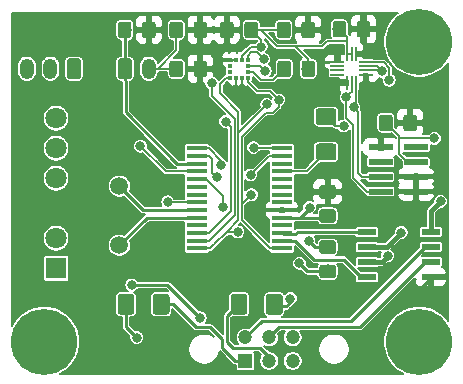
<source format=gtl>
G04 #@! TF.GenerationSoftware,KiCad,Pcbnew,(5.0.0-3-g5ebb6b6)*
G04 #@! TF.CreationDate,2019-04-17T18:27:53-07:00*
G04 #@! TF.ProjectId,sensors,73656E736F72732E6B696361645F7063,rev?*
G04 #@! TF.SameCoordinates,Original*
G04 #@! TF.FileFunction,Copper,L1,Top,Signal*
G04 #@! TF.FilePolarity,Positive*
%FSLAX46Y46*%
G04 Gerber Fmt 4.6, Leading zero omitted, Abs format (unit mm)*
G04 Created by KiCad (PCBNEW (5.0.0-3-g5ebb6b6)) date Wednesday, April 17, 2019 at 06:27:53 PM*
%MOMM*%
%LPD*%
G01*
G04 APERTURE LIST*
G04 #@! TA.AperFunction,SMDPad,CuDef*
%ADD10R,1.750000X0.450000*%
G04 #@! TD*
G04 #@! TA.AperFunction,Conductor*
%ADD11C,0.100000*%
G04 #@! TD*
G04 #@! TA.AperFunction,ComponentPad*
%ADD12C,1.200000*%
G04 #@! TD*
G04 #@! TA.AperFunction,ComponentPad*
%ADD13O,1.200000X1.750000*%
G04 #@! TD*
G04 #@! TA.AperFunction,ComponentPad*
%ADD14C,1.500000*%
G04 #@! TD*
G04 #@! TA.AperFunction,SMDPad,CuDef*
%ADD15C,1.425000*%
G04 #@! TD*
G04 #@! TA.AperFunction,SMDPad,CuDef*
%ADD16R,1.550000X0.600000*%
G04 #@! TD*
G04 #@! TA.AperFunction,SMDPad,CuDef*
%ADD17C,1.150000*%
G04 #@! TD*
G04 #@! TA.AperFunction,ComponentPad*
%ADD18C,5.600000*%
G04 #@! TD*
G04 #@! TA.AperFunction,ComponentPad*
%ADD19R,1.200000X1.200000*%
G04 #@! TD*
G04 #@! TA.AperFunction,SMDPad,CuDef*
%ADD20R,2.000000X0.530000*%
G04 #@! TD*
G04 #@! TA.AperFunction,SMDPad,CuDef*
%ADD21R,1.200000X0.200000*%
G04 #@! TD*
G04 #@! TA.AperFunction,SMDPad,CuDef*
%ADD22R,0.200000X1.200000*%
G04 #@! TD*
G04 #@! TA.AperFunction,ComponentPad*
%ADD23R,1.800000X1.800000*%
G04 #@! TD*
G04 #@! TA.AperFunction,ComponentPad*
%ADD24C,1.800000*%
G04 #@! TD*
G04 #@! TA.AperFunction,SMDPad,CuDef*
%ADD25R,0.350000X0.375000*%
G04 #@! TD*
G04 #@! TA.AperFunction,SMDPad,CuDef*
%ADD26R,0.375000X0.350000*%
G04 #@! TD*
G04 #@! TA.AperFunction,ViaPad*
%ADD27C,0.800000*%
G04 #@! TD*
G04 #@! TA.AperFunction,Conductor*
%ADD28C,0.250000*%
G04 #@! TD*
G04 #@! TA.AperFunction,Conductor*
%ADD29C,0.254000*%
G04 #@! TD*
G04 #@! TA.AperFunction,Conductor*
%ADD30C,0.152400*%
G04 #@! TD*
G04 #@! TA.AperFunction,Conductor*
%ADD31C,0.381000*%
G04 #@! TD*
G04 APERTURE END LIST*
D10*
G04 #@! TO.P,U1,1*
G04 #@! TO.N,/MCU/~MCLR*
X143110400Y-75073800D03*
G04 #@! TO.P,U1,2*
G04 #@! TO.N,/Power/CURR_AMP_5V*
X143110400Y-75723800D03*
G04 #@! TO.P,U1,3*
G04 #@! TO.N,/Analog Sensors/THERM_0*
X143110400Y-76373800D03*
G04 #@! TO.P,U1,4*
G04 #@! TO.N,/MCU/PRESSURE*
X143110400Y-77023800D03*
G04 #@! TO.P,U1,5*
G04 #@! TO.N,/Power/CURR_AMP_12V*
X143110400Y-77673800D03*
G04 #@! TO.P,U1,6*
G04 #@! TO.N,N/C*
X143110400Y-78323800D03*
G04 #@! TO.P,U1,7*
X143110400Y-78973800D03*
G04 #@! TO.P,U1,8*
G04 #@! TO.N,GND*
X143110400Y-79623800D03*
G04 #@! TO.P,U1,9*
G04 #@! TO.N,/MCU/OSC1*
X143110400Y-80273800D03*
G04 #@! TO.P,U1,10*
G04 #@! TO.N,/MCU/OSC2*
X143110400Y-80923800D03*
G04 #@! TO.P,U1,11*
G04 #@! TO.N,N/C*
X143110400Y-81573800D03*
G04 #@! TO.P,U1,12*
G04 #@! TO.N,/Digital Sensor Suite/INT_IMU*
X143110400Y-82223800D03*
G04 #@! TO.P,U1,13*
G04 #@! TO.N,/Digital Sensor Suite/INT_MAG*
X143110400Y-82873800D03*
G04 #@! TO.P,U1,14*
G04 #@! TO.N,/Digital Sensor Suite/SCL*
X143110400Y-83523800D03*
G04 #@! TO.P,U1,15*
G04 #@! TO.N,/Digital Sensor Suite/SDA*
X150310400Y-83523800D03*
G04 #@! TO.P,U1,16*
G04 #@! TO.N,/MCU/CAN_RX*
X150310400Y-82873800D03*
G04 #@! TO.P,U1,17*
G04 #@! TO.N,/MCU/CAN_TX*
X150310400Y-82223800D03*
G04 #@! TO.P,U1,18*
G04 #@! TO.N,N/C*
X150310400Y-81573800D03*
G04 #@! TO.P,U1,19*
G04 #@! TO.N,GND*
X150310400Y-80923800D03*
G04 #@! TO.P,U1,20*
G04 #@! TO.N,+1V8*
X150310400Y-80273800D03*
G04 #@! TO.P,U1,21*
G04 #@! TO.N,N/C*
X150310400Y-79623800D03*
G04 #@! TO.P,U1,22*
X150310400Y-78973800D03*
G04 #@! TO.P,U1,23*
X150310400Y-78323800D03*
G04 #@! TO.P,U1,24*
X150310400Y-77673800D03*
G04 #@! TO.P,U1,25*
G04 #@! TO.N,Net-(D1-Pad1)*
X150310400Y-77023800D03*
G04 #@! TO.P,U1,26*
G04 #@! TO.N,N/C*
X150310400Y-76373800D03*
G04 #@! TO.P,U1,27*
G04 #@! TO.N,/MCU/ICSPCLK*
X150310400Y-75723800D03*
G04 #@! TO.P,U1,28*
G04 #@! TO.N,/MCU/ICSPDAT*
X150310400Y-75073800D03*
G04 #@! TD*
D11*
G04 #@! TO.N,/Analog Sensors/THERM_0*
G04 #@! TO.C,J3*
G36*
X137407505Y-67452204D02*
X137431773Y-67455804D01*
X137455572Y-67461765D01*
X137478671Y-67470030D01*
X137500850Y-67480520D01*
X137521893Y-67493132D01*
X137541599Y-67507747D01*
X137559777Y-67524223D01*
X137576253Y-67542401D01*
X137590868Y-67562107D01*
X137603480Y-67583150D01*
X137613970Y-67605329D01*
X137622235Y-67628428D01*
X137628196Y-67652227D01*
X137631796Y-67676495D01*
X137633000Y-67700999D01*
X137633000Y-68951001D01*
X137631796Y-68975505D01*
X137628196Y-68999773D01*
X137622235Y-69023572D01*
X137613970Y-69046671D01*
X137603480Y-69068850D01*
X137590868Y-69089893D01*
X137576253Y-69109599D01*
X137559777Y-69127777D01*
X137541599Y-69144253D01*
X137521893Y-69158868D01*
X137500850Y-69171480D01*
X137478671Y-69181970D01*
X137455572Y-69190235D01*
X137431773Y-69196196D01*
X137407505Y-69199796D01*
X137383001Y-69201000D01*
X136682999Y-69201000D01*
X136658495Y-69199796D01*
X136634227Y-69196196D01*
X136610428Y-69190235D01*
X136587329Y-69181970D01*
X136565150Y-69171480D01*
X136544107Y-69158868D01*
X136524401Y-69144253D01*
X136506223Y-69127777D01*
X136489747Y-69109599D01*
X136475132Y-69089893D01*
X136462520Y-69068850D01*
X136452030Y-69046671D01*
X136443765Y-69023572D01*
X136437804Y-68999773D01*
X136434204Y-68975505D01*
X136433000Y-68951001D01*
X136433000Y-67700999D01*
X136434204Y-67676495D01*
X136437804Y-67652227D01*
X136443765Y-67628428D01*
X136452030Y-67605329D01*
X136462520Y-67583150D01*
X136475132Y-67562107D01*
X136489747Y-67542401D01*
X136506223Y-67524223D01*
X136524401Y-67507747D01*
X136544107Y-67493132D01*
X136565150Y-67480520D01*
X136587329Y-67470030D01*
X136610428Y-67461765D01*
X136634227Y-67455804D01*
X136658495Y-67452204D01*
X136682999Y-67451000D01*
X137383001Y-67451000D01*
X137407505Y-67452204D01*
X137407505Y-67452204D01*
G37*
D12*
G04 #@! TD*
G04 #@! TO.P,J3,1*
G04 #@! TO.N,/Analog Sensors/THERM_0*
X137033000Y-68326000D03*
D13*
G04 #@! TO.P,J3,2*
G04 #@! TO.N,GND*
X139033000Y-68326000D03*
G04 #@! TD*
D14*
G04 #@! TO.P,Y1,1*
G04 #@! TO.N,/MCU/OSC1*
X136550400Y-78261200D03*
G04 #@! TO.P,Y1,2*
G04 #@! TO.N,/MCU/OSC2*
X136550400Y-83261200D03*
G04 #@! TD*
D11*
G04 #@! TO.N,Net-(F1-Pad1)*
G04 #@! TO.C,F1*
G36*
X137593004Y-87391204D02*
X137617273Y-87394804D01*
X137641071Y-87400765D01*
X137664171Y-87409030D01*
X137686349Y-87419520D01*
X137707393Y-87432133D01*
X137727098Y-87446747D01*
X137745277Y-87463223D01*
X137761753Y-87481402D01*
X137776367Y-87501107D01*
X137788980Y-87522151D01*
X137799470Y-87544329D01*
X137807735Y-87567429D01*
X137813696Y-87591227D01*
X137817296Y-87615496D01*
X137818500Y-87640000D01*
X137818500Y-88890000D01*
X137817296Y-88914504D01*
X137813696Y-88938773D01*
X137807735Y-88962571D01*
X137799470Y-88985671D01*
X137788980Y-89007849D01*
X137776367Y-89028893D01*
X137761753Y-89048598D01*
X137745277Y-89066777D01*
X137727098Y-89083253D01*
X137707393Y-89097867D01*
X137686349Y-89110480D01*
X137664171Y-89120970D01*
X137641071Y-89129235D01*
X137617273Y-89135196D01*
X137593004Y-89138796D01*
X137568500Y-89140000D01*
X136643500Y-89140000D01*
X136618996Y-89138796D01*
X136594727Y-89135196D01*
X136570929Y-89129235D01*
X136547829Y-89120970D01*
X136525651Y-89110480D01*
X136504607Y-89097867D01*
X136484902Y-89083253D01*
X136466723Y-89066777D01*
X136450247Y-89048598D01*
X136435633Y-89028893D01*
X136423020Y-89007849D01*
X136412530Y-88985671D01*
X136404265Y-88962571D01*
X136398304Y-88938773D01*
X136394704Y-88914504D01*
X136393500Y-88890000D01*
X136393500Y-87640000D01*
X136394704Y-87615496D01*
X136398304Y-87591227D01*
X136404265Y-87567429D01*
X136412530Y-87544329D01*
X136423020Y-87522151D01*
X136435633Y-87501107D01*
X136450247Y-87481402D01*
X136466723Y-87463223D01*
X136484902Y-87446747D01*
X136504607Y-87432133D01*
X136525651Y-87419520D01*
X136547829Y-87409030D01*
X136570929Y-87400765D01*
X136594727Y-87394804D01*
X136618996Y-87391204D01*
X136643500Y-87390000D01*
X137568500Y-87390000D01*
X137593004Y-87391204D01*
X137593004Y-87391204D01*
G37*
D15*
G04 #@! TD*
G04 #@! TO.P,F1,1*
G04 #@! TO.N,Net-(F1-Pad1)*
X137106000Y-88265000D03*
D11*
G04 #@! TO.N,Net-(F1-Pad2)*
G04 #@! TO.C,F1*
G36*
X140568004Y-87391204D02*
X140592273Y-87394804D01*
X140616071Y-87400765D01*
X140639171Y-87409030D01*
X140661349Y-87419520D01*
X140682393Y-87432133D01*
X140702098Y-87446747D01*
X140720277Y-87463223D01*
X140736753Y-87481402D01*
X140751367Y-87501107D01*
X140763980Y-87522151D01*
X140774470Y-87544329D01*
X140782735Y-87567429D01*
X140788696Y-87591227D01*
X140792296Y-87615496D01*
X140793500Y-87640000D01*
X140793500Y-88890000D01*
X140792296Y-88914504D01*
X140788696Y-88938773D01*
X140782735Y-88962571D01*
X140774470Y-88985671D01*
X140763980Y-89007849D01*
X140751367Y-89028893D01*
X140736753Y-89048598D01*
X140720277Y-89066777D01*
X140702098Y-89083253D01*
X140682393Y-89097867D01*
X140661349Y-89110480D01*
X140639171Y-89120970D01*
X140616071Y-89129235D01*
X140592273Y-89135196D01*
X140568004Y-89138796D01*
X140543500Y-89140000D01*
X139618500Y-89140000D01*
X139593996Y-89138796D01*
X139569727Y-89135196D01*
X139545929Y-89129235D01*
X139522829Y-89120970D01*
X139500651Y-89110480D01*
X139479607Y-89097867D01*
X139459902Y-89083253D01*
X139441723Y-89066777D01*
X139425247Y-89048598D01*
X139410633Y-89028893D01*
X139398020Y-89007849D01*
X139387530Y-88985671D01*
X139379265Y-88962571D01*
X139373304Y-88938773D01*
X139369704Y-88914504D01*
X139368500Y-88890000D01*
X139368500Y-87640000D01*
X139369704Y-87615496D01*
X139373304Y-87591227D01*
X139379265Y-87567429D01*
X139387530Y-87544329D01*
X139398020Y-87522151D01*
X139410633Y-87501107D01*
X139425247Y-87481402D01*
X139441723Y-87463223D01*
X139459902Y-87446747D01*
X139479607Y-87432133D01*
X139500651Y-87419520D01*
X139522829Y-87409030D01*
X139545929Y-87400765D01*
X139569727Y-87394804D01*
X139593996Y-87391204D01*
X139618500Y-87390000D01*
X140543500Y-87390000D01*
X140568004Y-87391204D01*
X140568004Y-87391204D01*
G37*
D15*
G04 #@! TD*
G04 #@! TO.P,F1,2*
G04 #@! TO.N,Net-(F1-Pad2)*
X140081000Y-88265000D03*
D11*
G04 #@! TO.N,Net-(D1-Pad1)*
G04 #@! TO.C,D1*
G36*
X154700504Y-74653704D02*
X154724773Y-74657304D01*
X154748571Y-74663265D01*
X154771671Y-74671530D01*
X154793849Y-74682020D01*
X154814893Y-74694633D01*
X154834598Y-74709247D01*
X154852777Y-74725723D01*
X154869253Y-74743902D01*
X154883867Y-74763607D01*
X154896480Y-74784651D01*
X154906970Y-74806829D01*
X154915235Y-74829929D01*
X154921196Y-74853727D01*
X154924796Y-74877996D01*
X154926000Y-74902500D01*
X154926000Y-75827500D01*
X154924796Y-75852004D01*
X154921196Y-75876273D01*
X154915235Y-75900071D01*
X154906970Y-75923171D01*
X154896480Y-75945349D01*
X154883867Y-75966393D01*
X154869253Y-75986098D01*
X154852777Y-76004277D01*
X154834598Y-76020753D01*
X154814893Y-76035367D01*
X154793849Y-76047980D01*
X154771671Y-76058470D01*
X154748571Y-76066735D01*
X154724773Y-76072696D01*
X154700504Y-76076296D01*
X154676000Y-76077500D01*
X153426000Y-76077500D01*
X153401496Y-76076296D01*
X153377227Y-76072696D01*
X153353429Y-76066735D01*
X153330329Y-76058470D01*
X153308151Y-76047980D01*
X153287107Y-76035367D01*
X153267402Y-76020753D01*
X153249223Y-76004277D01*
X153232747Y-75986098D01*
X153218133Y-75966393D01*
X153205520Y-75945349D01*
X153195030Y-75923171D01*
X153186765Y-75900071D01*
X153180804Y-75876273D01*
X153177204Y-75852004D01*
X153176000Y-75827500D01*
X153176000Y-74902500D01*
X153177204Y-74877996D01*
X153180804Y-74853727D01*
X153186765Y-74829929D01*
X153195030Y-74806829D01*
X153205520Y-74784651D01*
X153218133Y-74763607D01*
X153232747Y-74743902D01*
X153249223Y-74725723D01*
X153267402Y-74709247D01*
X153287107Y-74694633D01*
X153308151Y-74682020D01*
X153330329Y-74671530D01*
X153353429Y-74663265D01*
X153377227Y-74657304D01*
X153401496Y-74653704D01*
X153426000Y-74652500D01*
X154676000Y-74652500D01*
X154700504Y-74653704D01*
X154700504Y-74653704D01*
G37*
D15*
G04 #@! TD*
G04 #@! TO.P,D1,1*
G04 #@! TO.N,Net-(D1-Pad1)*
X154051000Y-75365000D03*
D11*
G04 #@! TO.N,Net-(D1-Pad2)*
G04 #@! TO.C,D1*
G36*
X154700504Y-71678704D02*
X154724773Y-71682304D01*
X154748571Y-71688265D01*
X154771671Y-71696530D01*
X154793849Y-71707020D01*
X154814893Y-71719633D01*
X154834598Y-71734247D01*
X154852777Y-71750723D01*
X154869253Y-71768902D01*
X154883867Y-71788607D01*
X154896480Y-71809651D01*
X154906970Y-71831829D01*
X154915235Y-71854929D01*
X154921196Y-71878727D01*
X154924796Y-71902996D01*
X154926000Y-71927500D01*
X154926000Y-72852500D01*
X154924796Y-72877004D01*
X154921196Y-72901273D01*
X154915235Y-72925071D01*
X154906970Y-72948171D01*
X154896480Y-72970349D01*
X154883867Y-72991393D01*
X154869253Y-73011098D01*
X154852777Y-73029277D01*
X154834598Y-73045753D01*
X154814893Y-73060367D01*
X154793849Y-73072980D01*
X154771671Y-73083470D01*
X154748571Y-73091735D01*
X154724773Y-73097696D01*
X154700504Y-73101296D01*
X154676000Y-73102500D01*
X153426000Y-73102500D01*
X153401496Y-73101296D01*
X153377227Y-73097696D01*
X153353429Y-73091735D01*
X153330329Y-73083470D01*
X153308151Y-73072980D01*
X153287107Y-73060367D01*
X153267402Y-73045753D01*
X153249223Y-73029277D01*
X153232747Y-73011098D01*
X153218133Y-72991393D01*
X153205520Y-72970349D01*
X153195030Y-72948171D01*
X153186765Y-72925071D01*
X153180804Y-72901273D01*
X153177204Y-72877004D01*
X153176000Y-72852500D01*
X153176000Y-71927500D01*
X153177204Y-71902996D01*
X153180804Y-71878727D01*
X153186765Y-71854929D01*
X153195030Y-71831829D01*
X153205520Y-71809651D01*
X153218133Y-71788607D01*
X153232747Y-71768902D01*
X153249223Y-71750723D01*
X153267402Y-71734247D01*
X153287107Y-71719633D01*
X153308151Y-71707020D01*
X153330329Y-71696530D01*
X153353429Y-71688265D01*
X153377227Y-71682304D01*
X153401496Y-71678704D01*
X153426000Y-71677500D01*
X154676000Y-71677500D01*
X154700504Y-71678704D01*
X154700504Y-71678704D01*
G37*
D15*
G04 #@! TD*
G04 #@! TO.P,D1,2*
G04 #@! TO.N,Net-(D1-Pad2)*
X154051000Y-72390000D03*
D16*
G04 #@! TO.P,U6,1*
G04 #@! TO.N,/MCU/CAN_TX*
X157505400Y-82143600D03*
G04 #@! TO.P,U6,2*
G04 #@! TO.N,GND*
X157505400Y-83413600D03*
G04 #@! TO.P,U6,3*
G04 #@! TO.N,+5V*
X157505400Y-84683600D03*
G04 #@! TO.P,U6,4*
G04 #@! TO.N,/MCU/CAN_RX*
X157505400Y-85953600D03*
G04 #@! TO.P,U6,5*
G04 #@! TO.N,+1V8*
X162905400Y-85953600D03*
G04 #@! TO.P,U6,6*
G04 #@! TO.N,CANL*
X162905400Y-84683600D03*
G04 #@! TO.P,U6,7*
G04 #@! TO.N,CANH*
X162905400Y-83413600D03*
G04 #@! TO.P,U6,8*
G04 #@! TO.N,GND*
X162905400Y-82143600D03*
G04 #@! TD*
D11*
G04 #@! TO.N,GND*
G04 #@! TO.C,C12*
G36*
X154652505Y-80216204D02*
X154676773Y-80219804D01*
X154700572Y-80225765D01*
X154723671Y-80234030D01*
X154745850Y-80244520D01*
X154766893Y-80257132D01*
X154786599Y-80271747D01*
X154804777Y-80288223D01*
X154821253Y-80306401D01*
X154835868Y-80326107D01*
X154848480Y-80347150D01*
X154858970Y-80369329D01*
X154867235Y-80392428D01*
X154873196Y-80416227D01*
X154876796Y-80440495D01*
X154878000Y-80464999D01*
X154878000Y-81115001D01*
X154876796Y-81139505D01*
X154873196Y-81163773D01*
X154867235Y-81187572D01*
X154858970Y-81210671D01*
X154848480Y-81232850D01*
X154835868Y-81253893D01*
X154821253Y-81273599D01*
X154804777Y-81291777D01*
X154786599Y-81308253D01*
X154766893Y-81322868D01*
X154745850Y-81335480D01*
X154723671Y-81345970D01*
X154700572Y-81354235D01*
X154676773Y-81360196D01*
X154652505Y-81363796D01*
X154628001Y-81365000D01*
X153727999Y-81365000D01*
X153703495Y-81363796D01*
X153679227Y-81360196D01*
X153655428Y-81354235D01*
X153632329Y-81345970D01*
X153610150Y-81335480D01*
X153589107Y-81322868D01*
X153569401Y-81308253D01*
X153551223Y-81291777D01*
X153534747Y-81273599D01*
X153520132Y-81253893D01*
X153507520Y-81232850D01*
X153497030Y-81210671D01*
X153488765Y-81187572D01*
X153482804Y-81163773D01*
X153479204Y-81139505D01*
X153478000Y-81115001D01*
X153478000Y-80464999D01*
X153479204Y-80440495D01*
X153482804Y-80416227D01*
X153488765Y-80392428D01*
X153497030Y-80369329D01*
X153507520Y-80347150D01*
X153520132Y-80326107D01*
X153534747Y-80306401D01*
X153551223Y-80288223D01*
X153569401Y-80271747D01*
X153589107Y-80257132D01*
X153610150Y-80244520D01*
X153632329Y-80234030D01*
X153655428Y-80225765D01*
X153679227Y-80219804D01*
X153703495Y-80216204D01*
X153727999Y-80215000D01*
X154628001Y-80215000D01*
X154652505Y-80216204D01*
X154652505Y-80216204D01*
G37*
D17*
G04 #@! TD*
G04 #@! TO.P,C12,1*
G04 #@! TO.N,GND*
X154178000Y-80790000D03*
D11*
G04 #@! TO.N,+1V8*
G04 #@! TO.C,C12*
G36*
X154652505Y-78166204D02*
X154676773Y-78169804D01*
X154700572Y-78175765D01*
X154723671Y-78184030D01*
X154745850Y-78194520D01*
X154766893Y-78207132D01*
X154786599Y-78221747D01*
X154804777Y-78238223D01*
X154821253Y-78256401D01*
X154835868Y-78276107D01*
X154848480Y-78297150D01*
X154858970Y-78319329D01*
X154867235Y-78342428D01*
X154873196Y-78366227D01*
X154876796Y-78390495D01*
X154878000Y-78414999D01*
X154878000Y-79065001D01*
X154876796Y-79089505D01*
X154873196Y-79113773D01*
X154867235Y-79137572D01*
X154858970Y-79160671D01*
X154848480Y-79182850D01*
X154835868Y-79203893D01*
X154821253Y-79223599D01*
X154804777Y-79241777D01*
X154786599Y-79258253D01*
X154766893Y-79272868D01*
X154745850Y-79285480D01*
X154723671Y-79295970D01*
X154700572Y-79304235D01*
X154676773Y-79310196D01*
X154652505Y-79313796D01*
X154628001Y-79315000D01*
X153727999Y-79315000D01*
X153703495Y-79313796D01*
X153679227Y-79310196D01*
X153655428Y-79304235D01*
X153632329Y-79295970D01*
X153610150Y-79285480D01*
X153589107Y-79272868D01*
X153569401Y-79258253D01*
X153551223Y-79241777D01*
X153534747Y-79223599D01*
X153520132Y-79203893D01*
X153507520Y-79182850D01*
X153497030Y-79160671D01*
X153488765Y-79137572D01*
X153482804Y-79113773D01*
X153479204Y-79089505D01*
X153478000Y-79065001D01*
X153478000Y-78414999D01*
X153479204Y-78390495D01*
X153482804Y-78366227D01*
X153488765Y-78342428D01*
X153497030Y-78319329D01*
X153507520Y-78297150D01*
X153520132Y-78276107D01*
X153534747Y-78256401D01*
X153551223Y-78238223D01*
X153569401Y-78221747D01*
X153589107Y-78207132D01*
X153610150Y-78194520D01*
X153632329Y-78184030D01*
X153655428Y-78175765D01*
X153679227Y-78169804D01*
X153703495Y-78166204D01*
X153727999Y-78165000D01*
X154628001Y-78165000D01*
X154652505Y-78166204D01*
X154652505Y-78166204D01*
G37*
D17*
G04 #@! TD*
G04 #@! TO.P,C12,2*
G04 #@! TO.N,+1V8*
X154178000Y-78740000D03*
D18*
G04 #@! TO.P,REF\002A\002A,1*
G04 #@! TO.N,N/C*
X130175000Y-91440000D03*
G04 #@! TD*
G04 #@! TO.P,REF\002A\002A,1*
G04 #@! TO.N,N/C*
X161925000Y-91440000D03*
G04 #@! TD*
G04 #@! TO.P,REF\002A\002A,1*
G04 #@! TO.N,N/C*
X161925000Y-66040000D03*
G04 #@! TD*
D11*
G04 #@! TO.N,GND*
G04 #@! TO.C,C14*
G36*
X154652505Y-82856204D02*
X154676773Y-82859804D01*
X154700572Y-82865765D01*
X154723671Y-82874030D01*
X154745850Y-82884520D01*
X154766893Y-82897132D01*
X154786599Y-82911747D01*
X154804777Y-82928223D01*
X154821253Y-82946401D01*
X154835868Y-82966107D01*
X154848480Y-82987150D01*
X154858970Y-83009329D01*
X154867235Y-83032428D01*
X154873196Y-83056227D01*
X154876796Y-83080495D01*
X154878000Y-83104999D01*
X154878000Y-83755001D01*
X154876796Y-83779505D01*
X154873196Y-83803773D01*
X154867235Y-83827572D01*
X154858970Y-83850671D01*
X154848480Y-83872850D01*
X154835868Y-83893893D01*
X154821253Y-83913599D01*
X154804777Y-83931777D01*
X154786599Y-83948253D01*
X154766893Y-83962868D01*
X154745850Y-83975480D01*
X154723671Y-83985970D01*
X154700572Y-83994235D01*
X154676773Y-84000196D01*
X154652505Y-84003796D01*
X154628001Y-84005000D01*
X153727999Y-84005000D01*
X153703495Y-84003796D01*
X153679227Y-84000196D01*
X153655428Y-83994235D01*
X153632329Y-83985970D01*
X153610150Y-83975480D01*
X153589107Y-83962868D01*
X153569401Y-83948253D01*
X153551223Y-83931777D01*
X153534747Y-83913599D01*
X153520132Y-83893893D01*
X153507520Y-83872850D01*
X153497030Y-83850671D01*
X153488765Y-83827572D01*
X153482804Y-83803773D01*
X153479204Y-83779505D01*
X153478000Y-83755001D01*
X153478000Y-83104999D01*
X153479204Y-83080495D01*
X153482804Y-83056227D01*
X153488765Y-83032428D01*
X153497030Y-83009329D01*
X153507520Y-82987150D01*
X153520132Y-82966107D01*
X153534747Y-82946401D01*
X153551223Y-82928223D01*
X153569401Y-82911747D01*
X153589107Y-82897132D01*
X153610150Y-82884520D01*
X153632329Y-82874030D01*
X153655428Y-82865765D01*
X153679227Y-82859804D01*
X153703495Y-82856204D01*
X153727999Y-82855000D01*
X154628001Y-82855000D01*
X154652505Y-82856204D01*
X154652505Y-82856204D01*
G37*
D17*
G04 #@! TD*
G04 #@! TO.P,C14,2*
G04 #@! TO.N,GND*
X154178000Y-83430000D03*
D11*
G04 #@! TO.N,+5V*
G04 #@! TO.C,C14*
G36*
X154652505Y-84906204D02*
X154676773Y-84909804D01*
X154700572Y-84915765D01*
X154723671Y-84924030D01*
X154745850Y-84934520D01*
X154766893Y-84947132D01*
X154786599Y-84961747D01*
X154804777Y-84978223D01*
X154821253Y-84996401D01*
X154835868Y-85016107D01*
X154848480Y-85037150D01*
X154858970Y-85059329D01*
X154867235Y-85082428D01*
X154873196Y-85106227D01*
X154876796Y-85130495D01*
X154878000Y-85154999D01*
X154878000Y-85805001D01*
X154876796Y-85829505D01*
X154873196Y-85853773D01*
X154867235Y-85877572D01*
X154858970Y-85900671D01*
X154848480Y-85922850D01*
X154835868Y-85943893D01*
X154821253Y-85963599D01*
X154804777Y-85981777D01*
X154786599Y-85998253D01*
X154766893Y-86012868D01*
X154745850Y-86025480D01*
X154723671Y-86035970D01*
X154700572Y-86044235D01*
X154676773Y-86050196D01*
X154652505Y-86053796D01*
X154628001Y-86055000D01*
X153727999Y-86055000D01*
X153703495Y-86053796D01*
X153679227Y-86050196D01*
X153655428Y-86044235D01*
X153632329Y-86035970D01*
X153610150Y-86025480D01*
X153589107Y-86012868D01*
X153569401Y-85998253D01*
X153551223Y-85981777D01*
X153534747Y-85963599D01*
X153520132Y-85943893D01*
X153507520Y-85922850D01*
X153497030Y-85900671D01*
X153488765Y-85877572D01*
X153482804Y-85853773D01*
X153479204Y-85829505D01*
X153478000Y-85805001D01*
X153478000Y-85154999D01*
X153479204Y-85130495D01*
X153482804Y-85106227D01*
X153488765Y-85082428D01*
X153497030Y-85059329D01*
X153507520Y-85037150D01*
X153520132Y-85016107D01*
X153534747Y-84996401D01*
X153551223Y-84978223D01*
X153569401Y-84961747D01*
X153589107Y-84947132D01*
X153610150Y-84934520D01*
X153632329Y-84924030D01*
X153655428Y-84915765D01*
X153679227Y-84909804D01*
X153703495Y-84906204D01*
X153727999Y-84905000D01*
X154628001Y-84905000D01*
X154652505Y-84906204D01*
X154652505Y-84906204D01*
G37*
D17*
G04 #@! TD*
G04 #@! TO.P,C14,1*
G04 #@! TO.N,+5V*
X154178000Y-85480000D03*
D11*
G04 #@! TO.N,GND*
G04 #@! TO.C,C17*
G36*
X159462505Y-72199204D02*
X159486773Y-72202804D01*
X159510572Y-72208765D01*
X159533671Y-72217030D01*
X159555850Y-72227520D01*
X159576893Y-72240132D01*
X159596599Y-72254747D01*
X159614777Y-72271223D01*
X159631253Y-72289401D01*
X159645868Y-72309107D01*
X159658480Y-72330150D01*
X159668970Y-72352329D01*
X159677235Y-72375428D01*
X159683196Y-72399227D01*
X159686796Y-72423495D01*
X159688000Y-72447999D01*
X159688000Y-73348001D01*
X159686796Y-73372505D01*
X159683196Y-73396773D01*
X159677235Y-73420572D01*
X159668970Y-73443671D01*
X159658480Y-73465850D01*
X159645868Y-73486893D01*
X159631253Y-73506599D01*
X159614777Y-73524777D01*
X159596599Y-73541253D01*
X159576893Y-73555868D01*
X159555850Y-73568480D01*
X159533671Y-73578970D01*
X159510572Y-73587235D01*
X159486773Y-73593196D01*
X159462505Y-73596796D01*
X159438001Y-73598000D01*
X158787999Y-73598000D01*
X158763495Y-73596796D01*
X158739227Y-73593196D01*
X158715428Y-73587235D01*
X158692329Y-73578970D01*
X158670150Y-73568480D01*
X158649107Y-73555868D01*
X158629401Y-73541253D01*
X158611223Y-73524777D01*
X158594747Y-73506599D01*
X158580132Y-73486893D01*
X158567520Y-73465850D01*
X158557030Y-73443671D01*
X158548765Y-73420572D01*
X158542804Y-73396773D01*
X158539204Y-73372505D01*
X158538000Y-73348001D01*
X158538000Y-72447999D01*
X158539204Y-72423495D01*
X158542804Y-72399227D01*
X158548765Y-72375428D01*
X158557030Y-72352329D01*
X158567520Y-72330150D01*
X158580132Y-72309107D01*
X158594747Y-72289401D01*
X158611223Y-72271223D01*
X158629401Y-72254747D01*
X158649107Y-72240132D01*
X158670150Y-72227520D01*
X158692329Y-72217030D01*
X158715428Y-72208765D01*
X158739227Y-72202804D01*
X158763495Y-72199204D01*
X158787999Y-72198000D01*
X159438001Y-72198000D01*
X159462505Y-72199204D01*
X159462505Y-72199204D01*
G37*
D17*
G04 #@! TD*
G04 #@! TO.P,C17,1*
G04 #@! TO.N,GND*
X159113000Y-72898000D03*
D11*
G04 #@! TO.N,+1V8*
G04 #@! TO.C,C17*
G36*
X161512505Y-72199204D02*
X161536773Y-72202804D01*
X161560572Y-72208765D01*
X161583671Y-72217030D01*
X161605850Y-72227520D01*
X161626893Y-72240132D01*
X161646599Y-72254747D01*
X161664777Y-72271223D01*
X161681253Y-72289401D01*
X161695868Y-72309107D01*
X161708480Y-72330150D01*
X161718970Y-72352329D01*
X161727235Y-72375428D01*
X161733196Y-72399227D01*
X161736796Y-72423495D01*
X161738000Y-72447999D01*
X161738000Y-73348001D01*
X161736796Y-73372505D01*
X161733196Y-73396773D01*
X161727235Y-73420572D01*
X161718970Y-73443671D01*
X161708480Y-73465850D01*
X161695868Y-73486893D01*
X161681253Y-73506599D01*
X161664777Y-73524777D01*
X161646599Y-73541253D01*
X161626893Y-73555868D01*
X161605850Y-73568480D01*
X161583671Y-73578970D01*
X161560572Y-73587235D01*
X161536773Y-73593196D01*
X161512505Y-73596796D01*
X161488001Y-73598000D01*
X160837999Y-73598000D01*
X160813495Y-73596796D01*
X160789227Y-73593196D01*
X160765428Y-73587235D01*
X160742329Y-73578970D01*
X160720150Y-73568480D01*
X160699107Y-73555868D01*
X160679401Y-73541253D01*
X160661223Y-73524777D01*
X160644747Y-73506599D01*
X160630132Y-73486893D01*
X160617520Y-73465850D01*
X160607030Y-73443671D01*
X160598765Y-73420572D01*
X160592804Y-73396773D01*
X160589204Y-73372505D01*
X160588000Y-73348001D01*
X160588000Y-72447999D01*
X160589204Y-72423495D01*
X160592804Y-72399227D01*
X160598765Y-72375428D01*
X160607030Y-72352329D01*
X160617520Y-72330150D01*
X160630132Y-72309107D01*
X160644747Y-72289401D01*
X160661223Y-72271223D01*
X160679401Y-72254747D01*
X160699107Y-72240132D01*
X160720150Y-72227520D01*
X160742329Y-72217030D01*
X160765428Y-72208765D01*
X160789227Y-72202804D01*
X160813495Y-72199204D01*
X160837999Y-72198000D01*
X161488001Y-72198000D01*
X161512505Y-72199204D01*
X161512505Y-72199204D01*
G37*
D17*
G04 #@! TD*
G04 #@! TO.P,C17,2*
G04 #@! TO.N,+1V8*
X161163000Y-72898000D03*
D11*
G04 #@! TO.N,Net-(F2-Pad1)*
G04 #@! TO.C,F2*
G36*
X150143804Y-87391204D02*
X150168073Y-87394804D01*
X150191871Y-87400765D01*
X150214971Y-87409030D01*
X150237149Y-87419520D01*
X150258193Y-87432133D01*
X150277898Y-87446747D01*
X150296077Y-87463223D01*
X150312553Y-87481402D01*
X150327167Y-87501107D01*
X150339780Y-87522151D01*
X150350270Y-87544329D01*
X150358535Y-87567429D01*
X150364496Y-87591227D01*
X150368096Y-87615496D01*
X150369300Y-87640000D01*
X150369300Y-88890000D01*
X150368096Y-88914504D01*
X150364496Y-88938773D01*
X150358535Y-88962571D01*
X150350270Y-88985671D01*
X150339780Y-89007849D01*
X150327167Y-89028893D01*
X150312553Y-89048598D01*
X150296077Y-89066777D01*
X150277898Y-89083253D01*
X150258193Y-89097867D01*
X150237149Y-89110480D01*
X150214971Y-89120970D01*
X150191871Y-89129235D01*
X150168073Y-89135196D01*
X150143804Y-89138796D01*
X150119300Y-89140000D01*
X149194300Y-89140000D01*
X149169796Y-89138796D01*
X149145527Y-89135196D01*
X149121729Y-89129235D01*
X149098629Y-89120970D01*
X149076451Y-89110480D01*
X149055407Y-89097867D01*
X149035702Y-89083253D01*
X149017523Y-89066777D01*
X149001047Y-89048598D01*
X148986433Y-89028893D01*
X148973820Y-89007849D01*
X148963330Y-88985671D01*
X148955065Y-88962571D01*
X148949104Y-88938773D01*
X148945504Y-88914504D01*
X148944300Y-88890000D01*
X148944300Y-87640000D01*
X148945504Y-87615496D01*
X148949104Y-87591227D01*
X148955065Y-87567429D01*
X148963330Y-87544329D01*
X148973820Y-87522151D01*
X148986433Y-87501107D01*
X149001047Y-87481402D01*
X149017523Y-87463223D01*
X149035702Y-87446747D01*
X149055407Y-87432133D01*
X149076451Y-87419520D01*
X149098629Y-87409030D01*
X149121729Y-87400765D01*
X149145527Y-87394804D01*
X149169796Y-87391204D01*
X149194300Y-87390000D01*
X150119300Y-87390000D01*
X150143804Y-87391204D01*
X150143804Y-87391204D01*
G37*
D15*
G04 #@! TD*
G04 #@! TO.P,F2,1*
G04 #@! TO.N,Net-(F2-Pad1)*
X149656800Y-88265000D03*
D11*
G04 #@! TO.N,Net-(F2-Pad2)*
G04 #@! TO.C,F2*
G36*
X147168804Y-87391204D02*
X147193073Y-87394804D01*
X147216871Y-87400765D01*
X147239971Y-87409030D01*
X147262149Y-87419520D01*
X147283193Y-87432133D01*
X147302898Y-87446747D01*
X147321077Y-87463223D01*
X147337553Y-87481402D01*
X147352167Y-87501107D01*
X147364780Y-87522151D01*
X147375270Y-87544329D01*
X147383535Y-87567429D01*
X147389496Y-87591227D01*
X147393096Y-87615496D01*
X147394300Y-87640000D01*
X147394300Y-88890000D01*
X147393096Y-88914504D01*
X147389496Y-88938773D01*
X147383535Y-88962571D01*
X147375270Y-88985671D01*
X147364780Y-89007849D01*
X147352167Y-89028893D01*
X147337553Y-89048598D01*
X147321077Y-89066777D01*
X147302898Y-89083253D01*
X147283193Y-89097867D01*
X147262149Y-89110480D01*
X147239971Y-89120970D01*
X147216871Y-89129235D01*
X147193073Y-89135196D01*
X147168804Y-89138796D01*
X147144300Y-89140000D01*
X146219300Y-89140000D01*
X146194796Y-89138796D01*
X146170527Y-89135196D01*
X146146729Y-89129235D01*
X146123629Y-89120970D01*
X146101451Y-89110480D01*
X146080407Y-89097867D01*
X146060702Y-89083253D01*
X146042523Y-89066777D01*
X146026047Y-89048598D01*
X146011433Y-89028893D01*
X145998820Y-89007849D01*
X145988330Y-88985671D01*
X145980065Y-88962571D01*
X145974104Y-88938773D01*
X145970504Y-88914504D01*
X145969300Y-88890000D01*
X145969300Y-87640000D01*
X145970504Y-87615496D01*
X145974104Y-87591227D01*
X145980065Y-87567429D01*
X145988330Y-87544329D01*
X145998820Y-87522151D01*
X146011433Y-87501107D01*
X146026047Y-87481402D01*
X146042523Y-87463223D01*
X146060702Y-87446747D01*
X146080407Y-87432133D01*
X146101451Y-87419520D01*
X146123629Y-87409030D01*
X146146729Y-87400765D01*
X146170527Y-87394804D01*
X146194796Y-87391204D01*
X146219300Y-87390000D01*
X147144300Y-87390000D01*
X147168804Y-87391204D01*
X147168804Y-87391204D01*
G37*
D15*
G04 #@! TD*
G04 #@! TO.P,F2,2*
G04 #@! TO.N,Net-(F2-Pad2)*
X146681800Y-88265000D03*
D12*
G04 #@! TO.P,J1,2*
G04 #@! TO.N,Net-(F2-Pad2)*
X149225000Y-93075000D03*
D19*
G04 #@! TO.P,J1,1*
G04 #@! TO.N,Net-(F1-Pad2)*
X147225000Y-93075000D03*
D12*
G04 #@! TO.P,J1,3*
G04 #@! TO.N,GND*
X151225000Y-93075000D03*
G04 #@! TO.P,J1,6*
G04 #@! TO.N,N/C*
X151225000Y-91075000D03*
G04 #@! TO.P,J1,5*
G04 #@! TO.N,CANL*
X149225000Y-91075000D03*
G04 #@! TO.P,J1,4*
G04 #@! TO.N,CANH*
X147225000Y-91075000D03*
G04 #@! TD*
D20*
G04 #@! TO.P,U10,1*
G04 #@! TO.N,+1V8*
X161671000Y-78720000D03*
G04 #@! TO.P,U10,8*
G04 #@! TO.N,/Digital Sensor Suite/SCL*
X158671000Y-78720000D03*
G04 #@! TO.P,U10,2*
G04 #@! TO.N,+1V8*
X161671000Y-77470000D03*
G04 #@! TO.P,U10,3*
G04 #@! TO.N,GND*
X161671000Y-76220000D03*
G04 #@! TO.P,U10,4*
G04 #@! TO.N,N/C*
X161671000Y-74970000D03*
G04 #@! TO.P,U10,5*
G04 #@! TO.N,+1V8*
X158671000Y-74970000D03*
G04 #@! TO.P,U10,6*
G04 #@! TO.N,N/C*
X158671000Y-76220000D03*
G04 #@! TO.P,U10,7*
G04 #@! TO.N,/Digital Sensor Suite/SDA*
X158671000Y-77470000D03*
G04 #@! TD*
D21*
G04 #@! TO.P,U2,1*
G04 #@! TO.N,+1V8*
X157410000Y-68819400D03*
G04 #@! TO.P,U2,2*
G04 #@! TO.N,GND*
X157410000Y-68469400D03*
G04 #@! TO.P,U2,3*
X157410000Y-68119400D03*
G04 #@! TO.P,U2,4*
G04 #@! TO.N,/Digital Sensor Suite/INT_IMU*
X157410000Y-67769400D03*
D22*
G04 #@! TO.P,U2,5*
G04 #@! TO.N,+1V8*
X156560000Y-67094400D03*
G04 #@! TO.P,U2,6*
G04 #@! TO.N,GND*
X156210000Y-67094400D03*
G04 #@! TO.P,U2,7*
X155860000Y-67094400D03*
D21*
G04 #@! TO.P,U2,8*
G04 #@! TO.N,+1V8*
X155010000Y-67769400D03*
G04 #@! TO.P,U2,9*
G04 #@! TO.N,N/C*
X155010000Y-68119400D03*
G04 #@! TO.P,U2,10*
X155010000Y-68469400D03*
G04 #@! TO.P,U2,11*
X155010000Y-68819400D03*
D22*
G04 #@! TO.P,U2,12*
G04 #@! TO.N,+1V8*
X155860000Y-69494400D03*
G04 #@! TO.P,U2,13*
G04 #@! TO.N,/Digital Sensor Suite/SCL*
X156210000Y-69494400D03*
G04 #@! TO.P,U2,14*
G04 #@! TO.N,/Digital Sensor Suite/SDA*
X156560000Y-69494400D03*
G04 #@! TD*
D11*
G04 #@! TO.N,+1V8*
G04 #@! TO.C,C2*
G36*
X152876505Y-64325204D02*
X152900773Y-64328804D01*
X152924572Y-64334765D01*
X152947671Y-64343030D01*
X152969850Y-64353520D01*
X152990893Y-64366132D01*
X153010599Y-64380747D01*
X153028777Y-64397223D01*
X153045253Y-64415401D01*
X153059868Y-64435107D01*
X153072480Y-64456150D01*
X153082970Y-64478329D01*
X153091235Y-64501428D01*
X153097196Y-64525227D01*
X153100796Y-64549495D01*
X153102000Y-64573999D01*
X153102000Y-65474001D01*
X153100796Y-65498505D01*
X153097196Y-65522773D01*
X153091235Y-65546572D01*
X153082970Y-65569671D01*
X153072480Y-65591850D01*
X153059868Y-65612893D01*
X153045253Y-65632599D01*
X153028777Y-65650777D01*
X153010599Y-65667253D01*
X152990893Y-65681868D01*
X152969850Y-65694480D01*
X152947671Y-65704970D01*
X152924572Y-65713235D01*
X152900773Y-65719196D01*
X152876505Y-65722796D01*
X152852001Y-65724000D01*
X152201999Y-65724000D01*
X152177495Y-65722796D01*
X152153227Y-65719196D01*
X152129428Y-65713235D01*
X152106329Y-65704970D01*
X152084150Y-65694480D01*
X152063107Y-65681868D01*
X152043401Y-65667253D01*
X152025223Y-65650777D01*
X152008747Y-65632599D01*
X151994132Y-65612893D01*
X151981520Y-65591850D01*
X151971030Y-65569671D01*
X151962765Y-65546572D01*
X151956804Y-65522773D01*
X151953204Y-65498505D01*
X151952000Y-65474001D01*
X151952000Y-64573999D01*
X151953204Y-64549495D01*
X151956804Y-64525227D01*
X151962765Y-64501428D01*
X151971030Y-64478329D01*
X151981520Y-64456150D01*
X151994132Y-64435107D01*
X152008747Y-64415401D01*
X152025223Y-64397223D01*
X152043401Y-64380747D01*
X152063107Y-64366132D01*
X152084150Y-64353520D01*
X152106329Y-64343030D01*
X152129428Y-64334765D01*
X152153227Y-64328804D01*
X152177495Y-64325204D01*
X152201999Y-64324000D01*
X152852001Y-64324000D01*
X152876505Y-64325204D01*
X152876505Y-64325204D01*
G37*
D17*
G04 #@! TD*
G04 #@! TO.P,C2,1*
G04 #@! TO.N,+1V8*
X152527000Y-65024000D03*
D11*
G04 #@! TO.N,GND*
G04 #@! TO.C,C2*
G36*
X150826505Y-64325204D02*
X150850773Y-64328804D01*
X150874572Y-64334765D01*
X150897671Y-64343030D01*
X150919850Y-64353520D01*
X150940893Y-64366132D01*
X150960599Y-64380747D01*
X150978777Y-64397223D01*
X150995253Y-64415401D01*
X151009868Y-64435107D01*
X151022480Y-64456150D01*
X151032970Y-64478329D01*
X151041235Y-64501428D01*
X151047196Y-64525227D01*
X151050796Y-64549495D01*
X151052000Y-64573999D01*
X151052000Y-65474001D01*
X151050796Y-65498505D01*
X151047196Y-65522773D01*
X151041235Y-65546572D01*
X151032970Y-65569671D01*
X151022480Y-65591850D01*
X151009868Y-65612893D01*
X150995253Y-65632599D01*
X150978777Y-65650777D01*
X150960599Y-65667253D01*
X150940893Y-65681868D01*
X150919850Y-65694480D01*
X150897671Y-65704970D01*
X150874572Y-65713235D01*
X150850773Y-65719196D01*
X150826505Y-65722796D01*
X150802001Y-65724000D01*
X150151999Y-65724000D01*
X150127495Y-65722796D01*
X150103227Y-65719196D01*
X150079428Y-65713235D01*
X150056329Y-65704970D01*
X150034150Y-65694480D01*
X150013107Y-65681868D01*
X149993401Y-65667253D01*
X149975223Y-65650777D01*
X149958747Y-65632599D01*
X149944132Y-65612893D01*
X149931520Y-65591850D01*
X149921030Y-65569671D01*
X149912765Y-65546572D01*
X149906804Y-65522773D01*
X149903204Y-65498505D01*
X149902000Y-65474001D01*
X149902000Y-64573999D01*
X149903204Y-64549495D01*
X149906804Y-64525227D01*
X149912765Y-64501428D01*
X149921030Y-64478329D01*
X149931520Y-64456150D01*
X149944132Y-64435107D01*
X149958747Y-64415401D01*
X149975223Y-64397223D01*
X149993401Y-64380747D01*
X150013107Y-64366132D01*
X150034150Y-64353520D01*
X150056329Y-64343030D01*
X150079428Y-64334765D01*
X150103227Y-64328804D01*
X150127495Y-64325204D01*
X150151999Y-64324000D01*
X150802001Y-64324000D01*
X150826505Y-64325204D01*
X150826505Y-64325204D01*
G37*
D17*
G04 #@! TD*
G04 #@! TO.P,C2,2*
G04 #@! TO.N,GND*
X150477000Y-65024000D03*
D11*
G04 #@! TO.N,+1V8*
G04 #@! TO.C,C1*
G36*
X157571805Y-64274404D02*
X157596073Y-64278004D01*
X157619872Y-64283965D01*
X157642971Y-64292230D01*
X157665150Y-64302720D01*
X157686193Y-64315332D01*
X157705899Y-64329947D01*
X157724077Y-64346423D01*
X157740553Y-64364601D01*
X157755168Y-64384307D01*
X157767780Y-64405350D01*
X157778270Y-64427529D01*
X157786535Y-64450628D01*
X157792496Y-64474427D01*
X157796096Y-64498695D01*
X157797300Y-64523199D01*
X157797300Y-65423201D01*
X157796096Y-65447705D01*
X157792496Y-65471973D01*
X157786535Y-65495772D01*
X157778270Y-65518871D01*
X157767780Y-65541050D01*
X157755168Y-65562093D01*
X157740553Y-65581799D01*
X157724077Y-65599977D01*
X157705899Y-65616453D01*
X157686193Y-65631068D01*
X157665150Y-65643680D01*
X157642971Y-65654170D01*
X157619872Y-65662435D01*
X157596073Y-65668396D01*
X157571805Y-65671996D01*
X157547301Y-65673200D01*
X156897299Y-65673200D01*
X156872795Y-65671996D01*
X156848527Y-65668396D01*
X156824728Y-65662435D01*
X156801629Y-65654170D01*
X156779450Y-65643680D01*
X156758407Y-65631068D01*
X156738701Y-65616453D01*
X156720523Y-65599977D01*
X156704047Y-65581799D01*
X156689432Y-65562093D01*
X156676820Y-65541050D01*
X156666330Y-65518871D01*
X156658065Y-65495772D01*
X156652104Y-65471973D01*
X156648504Y-65447705D01*
X156647300Y-65423201D01*
X156647300Y-64523199D01*
X156648504Y-64498695D01*
X156652104Y-64474427D01*
X156658065Y-64450628D01*
X156666330Y-64427529D01*
X156676820Y-64405350D01*
X156689432Y-64384307D01*
X156704047Y-64364601D01*
X156720523Y-64346423D01*
X156738701Y-64329947D01*
X156758407Y-64315332D01*
X156779450Y-64302720D01*
X156801629Y-64292230D01*
X156824728Y-64283965D01*
X156848527Y-64278004D01*
X156872795Y-64274404D01*
X156897299Y-64273200D01*
X157547301Y-64273200D01*
X157571805Y-64274404D01*
X157571805Y-64274404D01*
G37*
D17*
G04 #@! TD*
G04 #@! TO.P,C1,1*
G04 #@! TO.N,+1V8*
X157222300Y-64973200D03*
D11*
G04 #@! TO.N,GND*
G04 #@! TO.C,C1*
G36*
X155521805Y-64274404D02*
X155546073Y-64278004D01*
X155569872Y-64283965D01*
X155592971Y-64292230D01*
X155615150Y-64302720D01*
X155636193Y-64315332D01*
X155655899Y-64329947D01*
X155674077Y-64346423D01*
X155690553Y-64364601D01*
X155705168Y-64384307D01*
X155717780Y-64405350D01*
X155728270Y-64427529D01*
X155736535Y-64450628D01*
X155742496Y-64474427D01*
X155746096Y-64498695D01*
X155747300Y-64523199D01*
X155747300Y-65423201D01*
X155746096Y-65447705D01*
X155742496Y-65471973D01*
X155736535Y-65495772D01*
X155728270Y-65518871D01*
X155717780Y-65541050D01*
X155705168Y-65562093D01*
X155690553Y-65581799D01*
X155674077Y-65599977D01*
X155655899Y-65616453D01*
X155636193Y-65631068D01*
X155615150Y-65643680D01*
X155592971Y-65654170D01*
X155569872Y-65662435D01*
X155546073Y-65668396D01*
X155521805Y-65671996D01*
X155497301Y-65673200D01*
X154847299Y-65673200D01*
X154822795Y-65671996D01*
X154798527Y-65668396D01*
X154774728Y-65662435D01*
X154751629Y-65654170D01*
X154729450Y-65643680D01*
X154708407Y-65631068D01*
X154688701Y-65616453D01*
X154670523Y-65599977D01*
X154654047Y-65581799D01*
X154639432Y-65562093D01*
X154626820Y-65541050D01*
X154616330Y-65518871D01*
X154608065Y-65495772D01*
X154602104Y-65471973D01*
X154598504Y-65447705D01*
X154597300Y-65423201D01*
X154597300Y-64523199D01*
X154598504Y-64498695D01*
X154602104Y-64474427D01*
X154608065Y-64450628D01*
X154616330Y-64427529D01*
X154626820Y-64405350D01*
X154639432Y-64384307D01*
X154654047Y-64364601D01*
X154670523Y-64346423D01*
X154688701Y-64329947D01*
X154708407Y-64315332D01*
X154729450Y-64302720D01*
X154751629Y-64292230D01*
X154774728Y-64283965D01*
X154798527Y-64278004D01*
X154822795Y-64274404D01*
X154847299Y-64273200D01*
X155497301Y-64273200D01*
X155521805Y-64274404D01*
X155521805Y-64274404D01*
G37*
D17*
G04 #@! TD*
G04 #@! TO.P,C1,2*
G04 #@! TO.N,GND*
X155172300Y-64973200D03*
D11*
G04 #@! TO.N,+15V*
G04 #@! TO.C,J4*
G36*
X133089505Y-67452204D02*
X133113773Y-67455804D01*
X133137572Y-67461765D01*
X133160671Y-67470030D01*
X133182850Y-67480520D01*
X133203893Y-67493132D01*
X133223599Y-67507747D01*
X133241777Y-67524223D01*
X133258253Y-67542401D01*
X133272868Y-67562107D01*
X133285480Y-67583150D01*
X133295970Y-67605329D01*
X133304235Y-67628428D01*
X133310196Y-67652227D01*
X133313796Y-67676495D01*
X133315000Y-67700999D01*
X133315000Y-68951001D01*
X133313796Y-68975505D01*
X133310196Y-68999773D01*
X133304235Y-69023572D01*
X133295970Y-69046671D01*
X133285480Y-69068850D01*
X133272868Y-69089893D01*
X133258253Y-69109599D01*
X133241777Y-69127777D01*
X133223599Y-69144253D01*
X133203893Y-69158868D01*
X133182850Y-69171480D01*
X133160671Y-69181970D01*
X133137572Y-69190235D01*
X133113773Y-69196196D01*
X133089505Y-69199796D01*
X133065001Y-69201000D01*
X132364999Y-69201000D01*
X132340495Y-69199796D01*
X132316227Y-69196196D01*
X132292428Y-69190235D01*
X132269329Y-69181970D01*
X132247150Y-69171480D01*
X132226107Y-69158868D01*
X132206401Y-69144253D01*
X132188223Y-69127777D01*
X132171747Y-69109599D01*
X132157132Y-69089893D01*
X132144520Y-69068850D01*
X132134030Y-69046671D01*
X132125765Y-69023572D01*
X132119804Y-68999773D01*
X132116204Y-68975505D01*
X132115000Y-68951001D01*
X132115000Y-67700999D01*
X132116204Y-67676495D01*
X132119804Y-67652227D01*
X132125765Y-67628428D01*
X132134030Y-67605329D01*
X132144520Y-67583150D01*
X132157132Y-67562107D01*
X132171747Y-67542401D01*
X132188223Y-67524223D01*
X132206401Y-67507747D01*
X132226107Y-67493132D01*
X132247150Y-67480520D01*
X132269329Y-67470030D01*
X132292428Y-67461765D01*
X132316227Y-67455804D01*
X132340495Y-67452204D01*
X132364999Y-67451000D01*
X133065001Y-67451000D01*
X133089505Y-67452204D01*
X133089505Y-67452204D01*
G37*
D12*
G04 #@! TD*
G04 #@! TO.P,J4,1*
G04 #@! TO.N,+15V*
X132715000Y-68326000D03*
D13*
G04 #@! TO.P,J4,2*
G04 #@! TO.N,Net-(J4-Pad2)*
X130715000Y-68326000D03*
G04 #@! TO.P,J4,3*
G04 #@! TO.N,GND*
X128715000Y-68326000D03*
G04 #@! TD*
D23*
G04 #@! TO.P,U5,1*
G04 #@! TO.N,+12V*
X131191000Y-85217000D03*
D24*
G04 #@! TO.P,U5,2*
G04 #@! TO.N,GND*
X131191000Y-82677000D03*
G04 #@! TO.P,U5,4*
X131191000Y-77597000D03*
G04 #@! TO.P,U5,5*
G04 #@! TO.N,N/C*
X131191000Y-75057000D03*
G04 #@! TO.P,U5,6*
G04 #@! TO.N,+15V*
X131191000Y-72517000D03*
G04 #@! TD*
D11*
G04 #@! TO.N,+1V8*
G04 #@! TO.C,R6*
G36*
X139398105Y-64325204D02*
X139422373Y-64328804D01*
X139446172Y-64334765D01*
X139469271Y-64343030D01*
X139491450Y-64353520D01*
X139512493Y-64366132D01*
X139532199Y-64380747D01*
X139550377Y-64397223D01*
X139566853Y-64415401D01*
X139581468Y-64435107D01*
X139594080Y-64456150D01*
X139604570Y-64478329D01*
X139612835Y-64501428D01*
X139618796Y-64525227D01*
X139622396Y-64549495D01*
X139623600Y-64573999D01*
X139623600Y-65474001D01*
X139622396Y-65498505D01*
X139618796Y-65522773D01*
X139612835Y-65546572D01*
X139604570Y-65569671D01*
X139594080Y-65591850D01*
X139581468Y-65612893D01*
X139566853Y-65632599D01*
X139550377Y-65650777D01*
X139532199Y-65667253D01*
X139512493Y-65681868D01*
X139491450Y-65694480D01*
X139469271Y-65704970D01*
X139446172Y-65713235D01*
X139422373Y-65719196D01*
X139398105Y-65722796D01*
X139373601Y-65724000D01*
X138723599Y-65724000D01*
X138699095Y-65722796D01*
X138674827Y-65719196D01*
X138651028Y-65713235D01*
X138627929Y-65704970D01*
X138605750Y-65694480D01*
X138584707Y-65681868D01*
X138565001Y-65667253D01*
X138546823Y-65650777D01*
X138530347Y-65632599D01*
X138515732Y-65612893D01*
X138503120Y-65591850D01*
X138492630Y-65569671D01*
X138484365Y-65546572D01*
X138478404Y-65522773D01*
X138474804Y-65498505D01*
X138473600Y-65474001D01*
X138473600Y-64573999D01*
X138474804Y-64549495D01*
X138478404Y-64525227D01*
X138484365Y-64501428D01*
X138492630Y-64478329D01*
X138503120Y-64456150D01*
X138515732Y-64435107D01*
X138530347Y-64415401D01*
X138546823Y-64397223D01*
X138565001Y-64380747D01*
X138584707Y-64366132D01*
X138605750Y-64353520D01*
X138627929Y-64343030D01*
X138651028Y-64334765D01*
X138674827Y-64328804D01*
X138699095Y-64325204D01*
X138723599Y-64324000D01*
X139373601Y-64324000D01*
X139398105Y-64325204D01*
X139398105Y-64325204D01*
G37*
D17*
G04 #@! TD*
G04 #@! TO.P,R6,1*
G04 #@! TO.N,+1V8*
X139048600Y-65024000D03*
D11*
G04 #@! TO.N,/Analog Sensors/THERM_0*
G04 #@! TO.C,R6*
G36*
X137348105Y-64325204D02*
X137372373Y-64328804D01*
X137396172Y-64334765D01*
X137419271Y-64343030D01*
X137441450Y-64353520D01*
X137462493Y-64366132D01*
X137482199Y-64380747D01*
X137500377Y-64397223D01*
X137516853Y-64415401D01*
X137531468Y-64435107D01*
X137544080Y-64456150D01*
X137554570Y-64478329D01*
X137562835Y-64501428D01*
X137568796Y-64525227D01*
X137572396Y-64549495D01*
X137573600Y-64573999D01*
X137573600Y-65474001D01*
X137572396Y-65498505D01*
X137568796Y-65522773D01*
X137562835Y-65546572D01*
X137554570Y-65569671D01*
X137544080Y-65591850D01*
X137531468Y-65612893D01*
X137516853Y-65632599D01*
X137500377Y-65650777D01*
X137482199Y-65667253D01*
X137462493Y-65681868D01*
X137441450Y-65694480D01*
X137419271Y-65704970D01*
X137396172Y-65713235D01*
X137372373Y-65719196D01*
X137348105Y-65722796D01*
X137323601Y-65724000D01*
X136673599Y-65724000D01*
X136649095Y-65722796D01*
X136624827Y-65719196D01*
X136601028Y-65713235D01*
X136577929Y-65704970D01*
X136555750Y-65694480D01*
X136534707Y-65681868D01*
X136515001Y-65667253D01*
X136496823Y-65650777D01*
X136480347Y-65632599D01*
X136465732Y-65612893D01*
X136453120Y-65591850D01*
X136442630Y-65569671D01*
X136434365Y-65546572D01*
X136428404Y-65522773D01*
X136424804Y-65498505D01*
X136423600Y-65474001D01*
X136423600Y-64573999D01*
X136424804Y-64549495D01*
X136428404Y-64525227D01*
X136434365Y-64501428D01*
X136442630Y-64478329D01*
X136453120Y-64456150D01*
X136465732Y-64435107D01*
X136480347Y-64415401D01*
X136496823Y-64397223D01*
X136515001Y-64380747D01*
X136534707Y-64366132D01*
X136555750Y-64353520D01*
X136577929Y-64343030D01*
X136601028Y-64334765D01*
X136624827Y-64328804D01*
X136649095Y-64325204D01*
X136673599Y-64324000D01*
X137323601Y-64324000D01*
X137348105Y-64325204D01*
X137348105Y-64325204D01*
G37*
D17*
G04 #@! TD*
G04 #@! TO.P,R6,2*
G04 #@! TO.N,/Analog Sensors/THERM_0*
X136998600Y-65024000D03*
D11*
G04 #@! TO.N,+1V8*
G04 #@! TO.C,C5*
G36*
X146000505Y-64325204D02*
X146024773Y-64328804D01*
X146048572Y-64334765D01*
X146071671Y-64343030D01*
X146093850Y-64353520D01*
X146114893Y-64366132D01*
X146134599Y-64380747D01*
X146152777Y-64397223D01*
X146169253Y-64415401D01*
X146183868Y-64435107D01*
X146196480Y-64456150D01*
X146206970Y-64478329D01*
X146215235Y-64501428D01*
X146221196Y-64525227D01*
X146224796Y-64549495D01*
X146226000Y-64573999D01*
X146226000Y-65474001D01*
X146224796Y-65498505D01*
X146221196Y-65522773D01*
X146215235Y-65546572D01*
X146206970Y-65569671D01*
X146196480Y-65591850D01*
X146183868Y-65612893D01*
X146169253Y-65632599D01*
X146152777Y-65650777D01*
X146134599Y-65667253D01*
X146114893Y-65681868D01*
X146093850Y-65694480D01*
X146071671Y-65704970D01*
X146048572Y-65713235D01*
X146024773Y-65719196D01*
X146000505Y-65722796D01*
X145976001Y-65724000D01*
X145325999Y-65724000D01*
X145301495Y-65722796D01*
X145277227Y-65719196D01*
X145253428Y-65713235D01*
X145230329Y-65704970D01*
X145208150Y-65694480D01*
X145187107Y-65681868D01*
X145167401Y-65667253D01*
X145149223Y-65650777D01*
X145132747Y-65632599D01*
X145118132Y-65612893D01*
X145105520Y-65591850D01*
X145095030Y-65569671D01*
X145086765Y-65546572D01*
X145080804Y-65522773D01*
X145077204Y-65498505D01*
X145076000Y-65474001D01*
X145076000Y-64573999D01*
X145077204Y-64549495D01*
X145080804Y-64525227D01*
X145086765Y-64501428D01*
X145095030Y-64478329D01*
X145105520Y-64456150D01*
X145118132Y-64435107D01*
X145132747Y-64415401D01*
X145149223Y-64397223D01*
X145167401Y-64380747D01*
X145187107Y-64366132D01*
X145208150Y-64353520D01*
X145230329Y-64343030D01*
X145253428Y-64334765D01*
X145277227Y-64328804D01*
X145301495Y-64325204D01*
X145325999Y-64324000D01*
X145976001Y-64324000D01*
X146000505Y-64325204D01*
X146000505Y-64325204D01*
G37*
D17*
G04 #@! TD*
G04 #@! TO.P,C5,2*
G04 #@! TO.N,+1V8*
X145651000Y-65024000D03*
D11*
G04 #@! TO.N,GND*
G04 #@! TO.C,C5*
G36*
X148050505Y-64325204D02*
X148074773Y-64328804D01*
X148098572Y-64334765D01*
X148121671Y-64343030D01*
X148143850Y-64353520D01*
X148164893Y-64366132D01*
X148184599Y-64380747D01*
X148202777Y-64397223D01*
X148219253Y-64415401D01*
X148233868Y-64435107D01*
X148246480Y-64456150D01*
X148256970Y-64478329D01*
X148265235Y-64501428D01*
X148271196Y-64525227D01*
X148274796Y-64549495D01*
X148276000Y-64573999D01*
X148276000Y-65474001D01*
X148274796Y-65498505D01*
X148271196Y-65522773D01*
X148265235Y-65546572D01*
X148256970Y-65569671D01*
X148246480Y-65591850D01*
X148233868Y-65612893D01*
X148219253Y-65632599D01*
X148202777Y-65650777D01*
X148184599Y-65667253D01*
X148164893Y-65681868D01*
X148143850Y-65694480D01*
X148121671Y-65704970D01*
X148098572Y-65713235D01*
X148074773Y-65719196D01*
X148050505Y-65722796D01*
X148026001Y-65724000D01*
X147375999Y-65724000D01*
X147351495Y-65722796D01*
X147327227Y-65719196D01*
X147303428Y-65713235D01*
X147280329Y-65704970D01*
X147258150Y-65694480D01*
X147237107Y-65681868D01*
X147217401Y-65667253D01*
X147199223Y-65650777D01*
X147182747Y-65632599D01*
X147168132Y-65612893D01*
X147155520Y-65591850D01*
X147145030Y-65569671D01*
X147136765Y-65546572D01*
X147130804Y-65522773D01*
X147127204Y-65498505D01*
X147126000Y-65474001D01*
X147126000Y-64573999D01*
X147127204Y-64549495D01*
X147130804Y-64525227D01*
X147136765Y-64501428D01*
X147145030Y-64478329D01*
X147155520Y-64456150D01*
X147168132Y-64435107D01*
X147182747Y-64415401D01*
X147199223Y-64397223D01*
X147217401Y-64380747D01*
X147237107Y-64366132D01*
X147258150Y-64353520D01*
X147280329Y-64343030D01*
X147303428Y-64334765D01*
X147327227Y-64328804D01*
X147351495Y-64325204D01*
X147375999Y-64324000D01*
X148026001Y-64324000D01*
X148050505Y-64325204D01*
X148050505Y-64325204D01*
G37*
D17*
G04 #@! TD*
G04 #@! TO.P,C5,1*
G04 #@! TO.N,GND*
X147701000Y-65024000D03*
D11*
G04 #@! TO.N,GND*
G04 #@! TO.C,C7*
G36*
X141700505Y-67627204D02*
X141724773Y-67630804D01*
X141748572Y-67636765D01*
X141771671Y-67645030D01*
X141793850Y-67655520D01*
X141814893Y-67668132D01*
X141834599Y-67682747D01*
X141852777Y-67699223D01*
X141869253Y-67717401D01*
X141883868Y-67737107D01*
X141896480Y-67758150D01*
X141906970Y-67780329D01*
X141915235Y-67803428D01*
X141921196Y-67827227D01*
X141924796Y-67851495D01*
X141926000Y-67875999D01*
X141926000Y-68776001D01*
X141924796Y-68800505D01*
X141921196Y-68824773D01*
X141915235Y-68848572D01*
X141906970Y-68871671D01*
X141896480Y-68893850D01*
X141883868Y-68914893D01*
X141869253Y-68934599D01*
X141852777Y-68952777D01*
X141834599Y-68969253D01*
X141814893Y-68983868D01*
X141793850Y-68996480D01*
X141771671Y-69006970D01*
X141748572Y-69015235D01*
X141724773Y-69021196D01*
X141700505Y-69024796D01*
X141676001Y-69026000D01*
X141025999Y-69026000D01*
X141001495Y-69024796D01*
X140977227Y-69021196D01*
X140953428Y-69015235D01*
X140930329Y-69006970D01*
X140908150Y-68996480D01*
X140887107Y-68983868D01*
X140867401Y-68969253D01*
X140849223Y-68952777D01*
X140832747Y-68934599D01*
X140818132Y-68914893D01*
X140805520Y-68893850D01*
X140795030Y-68871671D01*
X140786765Y-68848572D01*
X140780804Y-68824773D01*
X140777204Y-68800505D01*
X140776000Y-68776001D01*
X140776000Y-67875999D01*
X140777204Y-67851495D01*
X140780804Y-67827227D01*
X140786765Y-67803428D01*
X140795030Y-67780329D01*
X140805520Y-67758150D01*
X140818132Y-67737107D01*
X140832747Y-67717401D01*
X140849223Y-67699223D01*
X140867401Y-67682747D01*
X140887107Y-67668132D01*
X140908150Y-67655520D01*
X140930329Y-67645030D01*
X140953428Y-67636765D01*
X140977227Y-67630804D01*
X141001495Y-67627204D01*
X141025999Y-67626000D01*
X141676001Y-67626000D01*
X141700505Y-67627204D01*
X141700505Y-67627204D01*
G37*
D17*
G04 #@! TD*
G04 #@! TO.P,C7,1*
G04 #@! TO.N,GND*
X141351000Y-68326000D03*
D11*
G04 #@! TO.N,+1V8*
G04 #@! TO.C,C7*
G36*
X143750505Y-67627204D02*
X143774773Y-67630804D01*
X143798572Y-67636765D01*
X143821671Y-67645030D01*
X143843850Y-67655520D01*
X143864893Y-67668132D01*
X143884599Y-67682747D01*
X143902777Y-67699223D01*
X143919253Y-67717401D01*
X143933868Y-67737107D01*
X143946480Y-67758150D01*
X143956970Y-67780329D01*
X143965235Y-67803428D01*
X143971196Y-67827227D01*
X143974796Y-67851495D01*
X143976000Y-67875999D01*
X143976000Y-68776001D01*
X143974796Y-68800505D01*
X143971196Y-68824773D01*
X143965235Y-68848572D01*
X143956970Y-68871671D01*
X143946480Y-68893850D01*
X143933868Y-68914893D01*
X143919253Y-68934599D01*
X143902777Y-68952777D01*
X143884599Y-68969253D01*
X143864893Y-68983868D01*
X143843850Y-68996480D01*
X143821671Y-69006970D01*
X143798572Y-69015235D01*
X143774773Y-69021196D01*
X143750505Y-69024796D01*
X143726001Y-69026000D01*
X143075999Y-69026000D01*
X143051495Y-69024796D01*
X143027227Y-69021196D01*
X143003428Y-69015235D01*
X142980329Y-69006970D01*
X142958150Y-68996480D01*
X142937107Y-68983868D01*
X142917401Y-68969253D01*
X142899223Y-68952777D01*
X142882747Y-68934599D01*
X142868132Y-68914893D01*
X142855520Y-68893850D01*
X142845030Y-68871671D01*
X142836765Y-68848572D01*
X142830804Y-68824773D01*
X142827204Y-68800505D01*
X142826000Y-68776001D01*
X142826000Y-67875999D01*
X142827204Y-67851495D01*
X142830804Y-67827227D01*
X142836765Y-67803428D01*
X142845030Y-67780329D01*
X142855520Y-67758150D01*
X142868132Y-67737107D01*
X142882747Y-67717401D01*
X142899223Y-67699223D01*
X142917401Y-67682747D01*
X142937107Y-67668132D01*
X142958150Y-67655520D01*
X142980329Y-67645030D01*
X143003428Y-67636765D01*
X143027227Y-67630804D01*
X143051495Y-67627204D01*
X143075999Y-67626000D01*
X143726001Y-67626000D01*
X143750505Y-67627204D01*
X143750505Y-67627204D01*
G37*
D17*
G04 #@! TD*
G04 #@! TO.P,C7,2*
G04 #@! TO.N,+1V8*
X143401000Y-68326000D03*
D11*
G04 #@! TO.N,GND*
G04 #@! TO.C,C8*
G36*
X141700505Y-64325204D02*
X141724773Y-64328804D01*
X141748572Y-64334765D01*
X141771671Y-64343030D01*
X141793850Y-64353520D01*
X141814893Y-64366132D01*
X141834599Y-64380747D01*
X141852777Y-64397223D01*
X141869253Y-64415401D01*
X141883868Y-64435107D01*
X141896480Y-64456150D01*
X141906970Y-64478329D01*
X141915235Y-64501428D01*
X141921196Y-64525227D01*
X141924796Y-64549495D01*
X141926000Y-64573999D01*
X141926000Y-65474001D01*
X141924796Y-65498505D01*
X141921196Y-65522773D01*
X141915235Y-65546572D01*
X141906970Y-65569671D01*
X141896480Y-65591850D01*
X141883868Y-65612893D01*
X141869253Y-65632599D01*
X141852777Y-65650777D01*
X141834599Y-65667253D01*
X141814893Y-65681868D01*
X141793850Y-65694480D01*
X141771671Y-65704970D01*
X141748572Y-65713235D01*
X141724773Y-65719196D01*
X141700505Y-65722796D01*
X141676001Y-65724000D01*
X141025999Y-65724000D01*
X141001495Y-65722796D01*
X140977227Y-65719196D01*
X140953428Y-65713235D01*
X140930329Y-65704970D01*
X140908150Y-65694480D01*
X140887107Y-65681868D01*
X140867401Y-65667253D01*
X140849223Y-65650777D01*
X140832747Y-65632599D01*
X140818132Y-65612893D01*
X140805520Y-65591850D01*
X140795030Y-65569671D01*
X140786765Y-65546572D01*
X140780804Y-65522773D01*
X140777204Y-65498505D01*
X140776000Y-65474001D01*
X140776000Y-64573999D01*
X140777204Y-64549495D01*
X140780804Y-64525227D01*
X140786765Y-64501428D01*
X140795030Y-64478329D01*
X140805520Y-64456150D01*
X140818132Y-64435107D01*
X140832747Y-64415401D01*
X140849223Y-64397223D01*
X140867401Y-64380747D01*
X140887107Y-64366132D01*
X140908150Y-64353520D01*
X140930329Y-64343030D01*
X140953428Y-64334765D01*
X140977227Y-64328804D01*
X141001495Y-64325204D01*
X141025999Y-64324000D01*
X141676001Y-64324000D01*
X141700505Y-64325204D01*
X141700505Y-64325204D01*
G37*
D17*
G04 #@! TD*
G04 #@! TO.P,C8,1*
G04 #@! TO.N,GND*
X141351000Y-65024000D03*
D11*
G04 #@! TO.N,+1V8*
G04 #@! TO.C,C8*
G36*
X143750505Y-64325204D02*
X143774773Y-64328804D01*
X143798572Y-64334765D01*
X143821671Y-64343030D01*
X143843850Y-64353520D01*
X143864893Y-64366132D01*
X143884599Y-64380747D01*
X143902777Y-64397223D01*
X143919253Y-64415401D01*
X143933868Y-64435107D01*
X143946480Y-64456150D01*
X143956970Y-64478329D01*
X143965235Y-64501428D01*
X143971196Y-64525227D01*
X143974796Y-64549495D01*
X143976000Y-64573999D01*
X143976000Y-65474001D01*
X143974796Y-65498505D01*
X143971196Y-65522773D01*
X143965235Y-65546572D01*
X143956970Y-65569671D01*
X143946480Y-65591850D01*
X143933868Y-65612893D01*
X143919253Y-65632599D01*
X143902777Y-65650777D01*
X143884599Y-65667253D01*
X143864893Y-65681868D01*
X143843850Y-65694480D01*
X143821671Y-65704970D01*
X143798572Y-65713235D01*
X143774773Y-65719196D01*
X143750505Y-65722796D01*
X143726001Y-65724000D01*
X143075999Y-65724000D01*
X143051495Y-65722796D01*
X143027227Y-65719196D01*
X143003428Y-65713235D01*
X142980329Y-65704970D01*
X142958150Y-65694480D01*
X142937107Y-65681868D01*
X142917401Y-65667253D01*
X142899223Y-65650777D01*
X142882747Y-65632599D01*
X142868132Y-65612893D01*
X142855520Y-65591850D01*
X142845030Y-65569671D01*
X142836765Y-65546572D01*
X142830804Y-65522773D01*
X142827204Y-65498505D01*
X142826000Y-65474001D01*
X142826000Y-64573999D01*
X142827204Y-64549495D01*
X142830804Y-64525227D01*
X142836765Y-64501428D01*
X142845030Y-64478329D01*
X142855520Y-64456150D01*
X142868132Y-64435107D01*
X142882747Y-64415401D01*
X142899223Y-64397223D01*
X142917401Y-64380747D01*
X142937107Y-64366132D01*
X142958150Y-64353520D01*
X142980329Y-64343030D01*
X143003428Y-64334765D01*
X143027227Y-64328804D01*
X143051495Y-64325204D01*
X143075999Y-64324000D01*
X143726001Y-64324000D01*
X143750505Y-64325204D01*
X143750505Y-64325204D01*
G37*
D17*
G04 #@! TD*
G04 #@! TO.P,C8,2*
G04 #@! TO.N,+1V8*
X143401000Y-65024000D03*
D11*
G04 #@! TO.N,GND*
G04 #@! TO.C,C11*
G36*
X152894505Y-67627204D02*
X152918773Y-67630804D01*
X152942572Y-67636765D01*
X152965671Y-67645030D01*
X152987850Y-67655520D01*
X153008893Y-67668132D01*
X153028599Y-67682747D01*
X153046777Y-67699223D01*
X153063253Y-67717401D01*
X153077868Y-67737107D01*
X153090480Y-67758150D01*
X153100970Y-67780329D01*
X153109235Y-67803428D01*
X153115196Y-67827227D01*
X153118796Y-67851495D01*
X153120000Y-67875999D01*
X153120000Y-68776001D01*
X153118796Y-68800505D01*
X153115196Y-68824773D01*
X153109235Y-68848572D01*
X153100970Y-68871671D01*
X153090480Y-68893850D01*
X153077868Y-68914893D01*
X153063253Y-68934599D01*
X153046777Y-68952777D01*
X153028599Y-68969253D01*
X153008893Y-68983868D01*
X152987850Y-68996480D01*
X152965671Y-69006970D01*
X152942572Y-69015235D01*
X152918773Y-69021196D01*
X152894505Y-69024796D01*
X152870001Y-69026000D01*
X152219999Y-69026000D01*
X152195495Y-69024796D01*
X152171227Y-69021196D01*
X152147428Y-69015235D01*
X152124329Y-69006970D01*
X152102150Y-68996480D01*
X152081107Y-68983868D01*
X152061401Y-68969253D01*
X152043223Y-68952777D01*
X152026747Y-68934599D01*
X152012132Y-68914893D01*
X151999520Y-68893850D01*
X151989030Y-68871671D01*
X151980765Y-68848572D01*
X151974804Y-68824773D01*
X151971204Y-68800505D01*
X151970000Y-68776001D01*
X151970000Y-67875999D01*
X151971204Y-67851495D01*
X151974804Y-67827227D01*
X151980765Y-67803428D01*
X151989030Y-67780329D01*
X151999520Y-67758150D01*
X152012132Y-67737107D01*
X152026747Y-67717401D01*
X152043223Y-67699223D01*
X152061401Y-67682747D01*
X152081107Y-67668132D01*
X152102150Y-67655520D01*
X152124329Y-67645030D01*
X152147428Y-67636765D01*
X152171227Y-67630804D01*
X152195495Y-67627204D01*
X152219999Y-67626000D01*
X152870001Y-67626000D01*
X152894505Y-67627204D01*
X152894505Y-67627204D01*
G37*
D17*
G04 #@! TD*
G04 #@! TO.P,C11,2*
G04 #@! TO.N,GND*
X152545000Y-68326000D03*
D11*
G04 #@! TO.N,Net-(C11-Pad1)*
G04 #@! TO.C,C11*
G36*
X150844505Y-67627204D02*
X150868773Y-67630804D01*
X150892572Y-67636765D01*
X150915671Y-67645030D01*
X150937850Y-67655520D01*
X150958893Y-67668132D01*
X150978599Y-67682747D01*
X150996777Y-67699223D01*
X151013253Y-67717401D01*
X151027868Y-67737107D01*
X151040480Y-67758150D01*
X151050970Y-67780329D01*
X151059235Y-67803428D01*
X151065196Y-67827227D01*
X151068796Y-67851495D01*
X151070000Y-67875999D01*
X151070000Y-68776001D01*
X151068796Y-68800505D01*
X151065196Y-68824773D01*
X151059235Y-68848572D01*
X151050970Y-68871671D01*
X151040480Y-68893850D01*
X151027868Y-68914893D01*
X151013253Y-68934599D01*
X150996777Y-68952777D01*
X150978599Y-68969253D01*
X150958893Y-68983868D01*
X150937850Y-68996480D01*
X150915671Y-69006970D01*
X150892572Y-69015235D01*
X150868773Y-69021196D01*
X150844505Y-69024796D01*
X150820001Y-69026000D01*
X150169999Y-69026000D01*
X150145495Y-69024796D01*
X150121227Y-69021196D01*
X150097428Y-69015235D01*
X150074329Y-69006970D01*
X150052150Y-68996480D01*
X150031107Y-68983868D01*
X150011401Y-68969253D01*
X149993223Y-68952777D01*
X149976747Y-68934599D01*
X149962132Y-68914893D01*
X149949520Y-68893850D01*
X149939030Y-68871671D01*
X149930765Y-68848572D01*
X149924804Y-68824773D01*
X149921204Y-68800505D01*
X149920000Y-68776001D01*
X149920000Y-67875999D01*
X149921204Y-67851495D01*
X149924804Y-67827227D01*
X149930765Y-67803428D01*
X149939030Y-67780329D01*
X149949520Y-67758150D01*
X149962132Y-67737107D01*
X149976747Y-67717401D01*
X149993223Y-67699223D01*
X150011401Y-67682747D01*
X150031107Y-67668132D01*
X150052150Y-67655520D01*
X150074329Y-67645030D01*
X150097428Y-67636765D01*
X150121227Y-67630804D01*
X150145495Y-67627204D01*
X150169999Y-67626000D01*
X150820001Y-67626000D01*
X150844505Y-67627204D01*
X150844505Y-67627204D01*
G37*
D17*
G04 #@! TD*
G04 #@! TO.P,C11,1*
G04 #@! TO.N,Net-(C11-Pad1)*
X150495000Y-68326000D03*
D25*
G04 #@! TO.P,U7,2*
G04 #@! TO.N,+1V8*
X146434500Y-69084500D03*
G04 #@! TO.P,U7,3*
X146934500Y-69084500D03*
G04 #@! TO.P,U7,9*
X146434500Y-67559500D03*
G04 #@! TO.P,U7,8*
G04 #@! TO.N,GND*
X146934500Y-67559500D03*
G04 #@! TO.P,U7,4*
G04 #@! TO.N,/Digital Sensor Suite/SDA*
X147434500Y-69084500D03*
G04 #@! TO.P,U7,7*
G04 #@! TO.N,/Digital Sensor Suite/INT_MAG*
X147434500Y-67559500D03*
G04 #@! TO.P,U7,1*
G04 #@! TO.N,/Digital Sensor Suite/SCL*
X145934500Y-69084500D03*
G04 #@! TO.P,U7,10*
G04 #@! TO.N,+1V8*
X145934500Y-67559500D03*
D26*
G04 #@! TO.P,U7,5*
G04 #@! TO.N,Net-(C11-Pad1)*
X147447000Y-68572000D03*
G04 #@! TO.P,U7,6*
G04 #@! TO.N,GND*
X147447000Y-68072000D03*
G04 #@! TO.P,U7,11*
G04 #@! TO.N,N/C*
X145922000Y-68072000D03*
G04 #@! TO.P,U7,12*
X145922000Y-68572000D03*
G04 #@! TD*
D27*
G04 #@! TO.N,GND*
X158750000Y-68529200D03*
X148894795Y-68503795D03*
X148568814Y-66442855D03*
X163220400Y-74218800D03*
X140639800Y-79578200D03*
X163753800Y-79552800D03*
X160401000Y-82194400D03*
X152577800Y-82880200D03*
X152654000Y-80073500D03*
G04 #@! TO.N,+1V8*
X161823400Y-87122000D03*
X160528000Y-69646800D03*
X162991800Y-72186800D03*
X146227802Y-70307200D03*
X144246600Y-71577200D03*
X151993600Y-72237600D03*
X153466800Y-77139800D03*
G04 #@! TO.N,+5V*
X151786513Y-84800890D03*
X137591800Y-86639400D03*
X143383000Y-89408000D03*
X159258000Y-84175600D03*
G04 #@! TO.N,Net-(F2-Pad1)*
X151028400Y-87782400D03*
G04 #@! TO.N,/MCU/~MCLR*
X145183018Y-76501408D03*
G04 #@! TO.N,Net-(D1-Pad2)*
X155524200Y-73177400D03*
G04 #@! TO.N,/MCU/ICSPCLK*
X147650200Y-77317600D03*
G04 #@! TO.N,/MCU/ICSPDAT*
X147904200Y-75006200D03*
G04 #@! TO.N,/Power/CURR_AMP_5V*
X144780000Y-77520800D03*
G04 #@! TO.N,Net-(F1-Pad1)*
X138018670Y-91089356D03*
G04 #@! TO.N,/MCU/PRESSURE*
X138328400Y-74879200D03*
G04 #@! TO.N,/Power/CURR_AMP_12V*
X145351500Y-80010000D03*
G04 #@! TO.N,/Digital Sensor Suite/SCL*
X146583400Y-82143600D03*
X155752030Y-70729504D03*
X149021800Y-71348600D03*
G04 #@! TO.N,/Digital Sensor Suite/SDA*
X147726400Y-78994000D03*
X156387800Y-71577200D03*
X150037798Y-70967600D03*
G04 #@! TO.N,/Digital Sensor Suite/INT_IMU*
X145542000Y-72796400D03*
X159385000Y-69291200D03*
G04 #@! TO.N,/Digital Sensor Suite/INT_MAG*
X148758443Y-67517144D03*
X144348200Y-69519800D03*
G04 #@! TD*
D28*
G04 #@! TO.N,Net-(F2-Pad2)*
X146181401Y-91952401D02*
X145669000Y-91440000D01*
X148467401Y-91952401D02*
X146181401Y-91952401D01*
X145669000Y-91440000D02*
X145669000Y-89281000D01*
X149225000Y-93075000D02*
X149225000Y-92710000D01*
X149225000Y-92710000D02*
X148467401Y-91952401D01*
D29*
X145669000Y-89277800D02*
X145669000Y-89281000D01*
X146681800Y-88265000D02*
X145669000Y-89277800D01*
D30*
G04 #@! TO.N,GND*
X158340200Y-68119400D02*
X158750000Y-68529200D01*
X157410000Y-68119400D02*
X158340200Y-68119400D01*
X158690200Y-68469400D02*
X158750000Y-68529200D01*
X157410000Y-68469400D02*
X158690200Y-68469400D01*
X147447000Y-68072000D02*
X148463000Y-68072000D01*
X148463000Y-68072000D02*
X148494796Y-68103796D01*
X148494796Y-68103796D02*
X148894795Y-68503795D01*
X146934500Y-67559500D02*
X146934500Y-67219600D01*
X147701000Y-65024000D02*
X148568814Y-65891814D01*
X148003129Y-66442855D02*
X148568814Y-66442855D01*
X148568814Y-65891814D02*
X148568814Y-66442855D01*
X146934500Y-67219600D02*
X147711245Y-66442855D01*
X147711245Y-66442855D02*
X148003129Y-66442855D01*
X155860000Y-67094400D02*
X156210000Y-67094400D01*
X155860000Y-65660900D02*
X155172300Y-64973200D01*
X149802000Y-65024000D02*
X150477000Y-65024000D01*
X148513800Y-65024000D02*
X148513800Y-65049400D01*
X147701000Y-65024000D02*
X148513800Y-65024000D01*
X148513800Y-65024000D02*
X149802000Y-65024000D01*
X148513800Y-65049400D02*
X149885400Y-66421000D01*
X153724500Y-66421000D02*
X154156300Y-65989200D01*
X155783800Y-65989200D02*
X155860000Y-66065400D01*
X155860000Y-66065400D02*
X155860000Y-65660900D01*
X154156300Y-65989200D02*
X155783800Y-65989200D01*
X155860000Y-67094400D02*
X155860000Y-66065400D01*
X151440000Y-66421000D02*
X151104600Y-66421000D01*
X152545000Y-67526000D02*
X151440000Y-66421000D01*
X152545000Y-68326000D02*
X152545000Y-67526000D01*
X151104600Y-66421000D02*
X153724500Y-66421000D01*
X149885400Y-66421000D02*
X151104600Y-66421000D01*
X159113000Y-72898000D02*
X160248600Y-74033600D01*
X160936000Y-76220000D02*
X161671000Y-76220000D01*
X160248600Y-75532600D02*
X160936000Y-76220000D01*
X163195000Y-74193400D02*
X163220400Y-74218800D01*
X160248600Y-74193400D02*
X163195000Y-74193400D01*
X160248600Y-74033600D02*
X160248600Y-74193400D01*
X160248600Y-74193400D02*
X160248600Y-75532600D01*
X140685400Y-79623800D02*
X140639800Y-79578200D01*
X143110400Y-79623800D02*
X140685400Y-79623800D01*
X141351000Y-68326000D02*
X139033000Y-68326000D01*
X141351000Y-65824000D02*
X141351000Y-65024000D01*
X141351000Y-66760400D02*
X141351000Y-65824000D01*
X139785400Y-68326000D02*
X141351000Y-66760400D01*
X139033000Y-68326000D02*
X139785400Y-68326000D01*
D31*
X162905400Y-80401200D02*
X163753800Y-79552800D01*
X162905400Y-82143600D02*
X162905400Y-80401200D01*
X159181800Y-83413600D02*
X160401000Y-82194400D01*
X157505400Y-83413600D02*
X159181800Y-83413600D01*
D29*
X153127600Y-83430000D02*
X152577800Y-82880200D01*
X154178000Y-83430000D02*
X153127600Y-83430000D01*
X150310400Y-80923800D02*
X151439400Y-80923800D01*
X154044200Y-80923800D02*
X154178000Y-80790000D01*
X150310400Y-80923800D02*
X154044200Y-80923800D01*
X151803700Y-80923800D02*
X152654000Y-80073500D01*
X150310400Y-80923800D02*
X151803700Y-80923800D01*
D28*
G04 #@! TO.N,CANL*
X150102401Y-90197599D02*
X149225000Y-91075000D01*
X156893601Y-90197599D02*
X150102401Y-90197599D01*
X162905400Y-84683600D02*
X162407600Y-84683600D01*
X162407600Y-84683600D02*
X156893601Y-90197599D01*
G04 #@! TO.N,CANH*
X156159200Y-89662000D02*
X148638000Y-89662000D01*
X162905400Y-83413600D02*
X162407600Y-83413600D01*
X148638000Y-89662000D02*
X147225000Y-91075000D01*
X162407600Y-83413600D02*
X156159200Y-89662000D01*
G04 #@! TO.N,+1V8*
X162905400Y-85953600D02*
X162905400Y-86040002D01*
X162223399Y-86722001D02*
X161823400Y-87122000D01*
X162905400Y-86040002D02*
X162223399Y-86722001D01*
D30*
X146434500Y-67559500D02*
X145934500Y-67559500D01*
X160629600Y-69748400D02*
X160959800Y-69748400D01*
X160528000Y-69646800D02*
X160629600Y-69748400D01*
X146434500Y-70100502D02*
X146227802Y-70307200D01*
X146434500Y-69084500D02*
X146434500Y-70100502D01*
X146934500Y-69600502D02*
X146227802Y-70307200D01*
X146934500Y-69084500D02*
X146934500Y-69600502D01*
D29*
G04 #@! TO.N,+5V*
X152465623Y-85480000D02*
X151786513Y-84800890D01*
X154178000Y-85480000D02*
X152465623Y-85480000D01*
X140614400Y-86639400D02*
X143383000Y-89408000D01*
X137591800Y-86639400D02*
X140614400Y-86639400D01*
D31*
X158750000Y-84683600D02*
X159258000Y-84175600D01*
X157505400Y-84683600D02*
X158750000Y-84683600D01*
D29*
G04 #@! TO.N,Net-(F2-Pad1)*
X150672800Y-88442800D02*
X149656800Y-88442800D01*
X151130000Y-87985600D02*
X150672800Y-88442800D01*
X151130000Y-87757000D02*
X151130000Y-87985600D01*
D30*
G04 #@! TO.N,/MCU/~MCLR*
X144137800Y-75073800D02*
X145183018Y-76119018D01*
X145183018Y-76119018D02*
X145183018Y-76501408D01*
X143110400Y-75073800D02*
X144137800Y-75073800D01*
G04 #@! TO.N,Net-(D1-Pad2)*
X154838400Y-73177400D02*
X154051000Y-72390000D01*
X155524200Y-73177400D02*
X154838400Y-73177400D01*
G04 #@! TO.N,Net-(D1-Pad1)*
X152392200Y-77023800D02*
X154051000Y-75365000D01*
X150310400Y-77023800D02*
X152392200Y-77023800D01*
D29*
G04 #@! TO.N,/MCU/CAN_RX*
X153046000Y-84480400D02*
X155557200Y-84480400D01*
X157030400Y-85953600D02*
X157505400Y-85953600D01*
X155557200Y-84480400D02*
X157030400Y-85953600D01*
X151439400Y-82873800D02*
X153046000Y-84480400D01*
X150310400Y-82873800D02*
X151439400Y-82873800D01*
G04 #@! TO.N,/MCU/CAN_TX*
X151482320Y-82296000D02*
X150368000Y-82296000D01*
X157480000Y-82169000D02*
X151609320Y-82169000D01*
X151609320Y-82169000D02*
X151482320Y-82296000D01*
X157505400Y-82143600D02*
X157480000Y-82169000D01*
D30*
G04 #@! TO.N,/MCU/ICSPCLK*
X148050199Y-76917601D02*
X147650200Y-77317600D01*
X149244000Y-75723800D02*
X148050199Y-76917601D01*
X150310400Y-75723800D02*
X149244000Y-75723800D01*
D29*
G04 #@! TO.N,/MCU/OSC1*
X141981400Y-80273800D02*
X141971600Y-80264000D01*
X143110400Y-80273800D02*
X141981400Y-80273800D01*
X138553200Y-80264000D02*
X136550400Y-78261200D01*
X141971600Y-80264000D02*
X138553200Y-80264000D01*
G04 #@! TO.N,/MCU/OSC2*
X138887800Y-80923800D02*
X143110400Y-80923800D01*
X136550400Y-83261200D02*
X138887800Y-80923800D01*
D30*
G04 #@! TO.N,/MCU/ICSPDAT*
X150242800Y-75006200D02*
X150310400Y-75073800D01*
X147904200Y-75006200D02*
X150242800Y-75006200D01*
G04 #@! TO.N,/Power/CURR_AMP_5V*
X144137800Y-75723800D02*
X143110400Y-75723800D01*
X144380001Y-75966001D02*
X144137800Y-75723800D01*
X144380001Y-77120801D02*
X144380001Y-75966001D01*
X144780000Y-77520800D02*
X144380001Y-77120801D01*
D29*
G04 #@! TO.N,Net-(F1-Pad1)*
X137618671Y-90689357D02*
X138018670Y-91089356D01*
X137109200Y-90179886D02*
X137618671Y-90689357D01*
X137109200Y-88595200D02*
X137109200Y-90179886D01*
G04 #@! TO.N,Net-(F1-Pad2)*
X140084200Y-88268200D02*
X140084200Y-88595200D01*
X141122400Y-88265000D02*
X140081000Y-88265000D01*
X143052800Y-90195400D02*
X141122400Y-88265000D01*
X144221200Y-90195400D02*
X143052800Y-90195400D01*
X145237200Y-91211400D02*
X144221200Y-90195400D01*
X145237200Y-91941200D02*
X145237200Y-91211400D01*
X140081000Y-88265000D02*
X140084200Y-88268200D01*
X146371000Y-93075000D02*
X145237200Y-91941200D01*
X147225000Y-93075000D02*
X146371000Y-93075000D01*
G04 #@! TO.N,/Analog Sensors/THERM_0*
X136998600Y-68291600D02*
X137033000Y-68326000D01*
X136998600Y-65024000D02*
X136998600Y-68291600D01*
X137109200Y-69377200D02*
X137033000Y-69301000D01*
X137109200Y-72014080D02*
X137109200Y-69377200D01*
X137033000Y-69301000D02*
X137033000Y-68326000D01*
X141468920Y-76373800D02*
X137109200Y-72014080D01*
X143110400Y-76373800D02*
X141468920Y-76373800D01*
D30*
G04 #@! TO.N,/MCU/PRESSURE*
X140473000Y-77023800D02*
X143110400Y-77023800D01*
X138328400Y-74879200D02*
X140473000Y-77023800D01*
G04 #@! TO.N,/Power/CURR_AMP_12V*
X143110400Y-77673800D02*
X143910501Y-77673800D01*
X143910501Y-77673800D02*
X145351500Y-79114799D01*
X145351500Y-79114799D02*
X145351500Y-79444315D01*
X145351500Y-79444315D02*
X145351500Y-80010000D01*
G04 #@! TO.N,Net-(C11-Pad1)*
X149871628Y-68949372D02*
X150495000Y-68326000D01*
X147447000Y-68572000D02*
X147854868Y-68572000D01*
X147854868Y-68572000D02*
X148542270Y-69259402D01*
X149561598Y-69259402D02*
X149871628Y-68949372D01*
X148542270Y-69259402D02*
X149561598Y-69259402D01*
G04 #@! TO.N,/Digital Sensor Suite/SCL*
X143110400Y-83523800D02*
X143476000Y-83523800D01*
X144454719Y-83281681D02*
X144551400Y-83185000D01*
X144212600Y-83523800D02*
X144551400Y-83185000D01*
X143110400Y-83523800D02*
X144212600Y-83523800D01*
X144551400Y-83185000D02*
X145618200Y-82118200D01*
X145643600Y-82143600D02*
X145618200Y-82118200D01*
X146583400Y-82143600D02*
X145643600Y-82143600D01*
X145923000Y-69073000D02*
X145934500Y-69084500D01*
X156210000Y-69494400D02*
X156210000Y-70271534D01*
X156152029Y-70329505D02*
X155752030Y-70729504D01*
X156210000Y-70271534D02*
X156152029Y-70329505D01*
X157518600Y-78720000D02*
X158671000Y-78720000D01*
X156337000Y-77538400D02*
X157518600Y-78720000D01*
X156337000Y-73059870D02*
X156337000Y-77538400D01*
X155752030Y-72474900D02*
X156337000Y-73059870D01*
X155752030Y-70729504D02*
X155752030Y-72474900D01*
X145065798Y-69625802D02*
X145065798Y-70415198D01*
X145607100Y-69084500D02*
X145065798Y-69625802D01*
X145934500Y-69084500D02*
X145607100Y-69084500D01*
X145065798Y-70415198D02*
X146608800Y-71958200D01*
X145618200Y-82118200D02*
X146608800Y-81127600D01*
X146608800Y-73583800D02*
X146608800Y-71958200D01*
X149021800Y-71348600D02*
X146786600Y-73583800D01*
X146786600Y-73583800D02*
X146608800Y-73761600D01*
X146608800Y-73761600D02*
X146608800Y-73583800D01*
X146608800Y-81127600D02*
X146608800Y-73761600D01*
G04 #@! TO.N,/Digital Sensor Suite/SDA*
X149309800Y-83523800D02*
X146913600Y-81127600D01*
X150310400Y-83523800D02*
X149309800Y-83523800D01*
X146913600Y-79806800D02*
X147726400Y-78994000D01*
X146913600Y-79959200D02*
X146913600Y-79806800D01*
X146913600Y-81127600D02*
X146913600Y-79959200D01*
X156560000Y-71405000D02*
X156387800Y-71577200D01*
X156560000Y-69494400D02*
X156560000Y-71405000D01*
X156787799Y-71977199D02*
X156787799Y-77184199D01*
X157073600Y-77470000D02*
X157518600Y-77470000D01*
X156387800Y-71577200D02*
X156787799Y-71977199D01*
X156787799Y-77184199D02*
X157073600Y-77470000D01*
X157518600Y-77470000D02*
X158671000Y-77470000D01*
X150037798Y-71533285D02*
X150037798Y-70967600D01*
X148951996Y-72053402D02*
X149517681Y-72053402D01*
X149517681Y-72053402D02*
X150037798Y-71533285D01*
X146913600Y-79959200D02*
X146913600Y-74091798D01*
X146913600Y-74091798D02*
X148951996Y-72053402D01*
X147434500Y-69424400D02*
X148241100Y-70231000D01*
X147434500Y-69084500D02*
X147434500Y-69424400D01*
X149301198Y-70231000D02*
X150037798Y-70967600D01*
X148241100Y-70231000D02*
X149301198Y-70231000D01*
G04 #@! TO.N,/Digital Sensor Suite/INT_IMU*
X158920532Y-67769400D02*
X159385000Y-68233868D01*
X157410000Y-67769400D02*
X158920532Y-67769400D01*
X159385000Y-68725515D02*
X159385000Y-69291200D01*
X159385000Y-68233868D02*
X159385000Y-68725515D01*
X145992799Y-80368801D02*
X145992799Y-73247199D01*
X145992799Y-73247199D02*
X145941999Y-73196399D01*
X145941999Y-73196399D02*
X145542000Y-72796400D01*
X144137800Y-82223800D02*
X145992799Y-80368801D01*
X143110400Y-82223800D02*
X144137800Y-82223800D01*
G04 #@! TO.N,/Digital Sensor Suite/INT_MAG*
X148170299Y-66929000D02*
X148758443Y-67517144D01*
X147434500Y-67559500D02*
X147434500Y-67220900D01*
X147434500Y-67220900D02*
X147726400Y-66929000D01*
X147726400Y-66929000D02*
X148170299Y-66929000D01*
X146297602Y-80713998D02*
X146297602Y-72542887D01*
X146297602Y-72542887D02*
X144348200Y-70593485D01*
X144137800Y-82873800D02*
X146297602Y-80713998D01*
X144348200Y-70593485D02*
X144348200Y-70085485D01*
X143110400Y-82873800D02*
X144137800Y-82873800D01*
X144348200Y-70085485D02*
X144348200Y-69519800D01*
G04 #@! TD*
G04 #@! TO.N,+1V8*
G36*
X159994380Y-63687533D02*
X159572533Y-64109380D01*
X159241090Y-64605420D01*
X159012787Y-65156590D01*
X158896400Y-65741709D01*
X158896400Y-66338291D01*
X159012787Y-66923410D01*
X159241090Y-67474580D01*
X159572533Y-67970620D01*
X159994380Y-68392467D01*
X160490420Y-68723910D01*
X161041590Y-68952213D01*
X161626709Y-69068600D01*
X162223291Y-69068600D01*
X162808410Y-68952213D01*
X163359580Y-68723910D01*
X163855620Y-68392467D01*
X164277467Y-67970620D01*
X164388800Y-67803998D01*
X164388800Y-89676002D01*
X164277467Y-89509380D01*
X163855620Y-89087533D01*
X163359580Y-88756090D01*
X162808410Y-88527787D01*
X162223291Y-88411400D01*
X161626709Y-88411400D01*
X161041590Y-88527787D01*
X160490420Y-88756090D01*
X159994380Y-89087533D01*
X159572533Y-89509380D01*
X159241090Y-90005420D01*
X159012787Y-90556590D01*
X158896400Y-91141709D01*
X158896400Y-91738291D01*
X159012787Y-92323410D01*
X159241090Y-92874580D01*
X159572533Y-93370620D01*
X159994380Y-93792467D01*
X160490420Y-94123910D01*
X160572237Y-94157800D01*
X131527763Y-94157800D01*
X131609580Y-94123910D01*
X132105620Y-93792467D01*
X132527467Y-93370620D01*
X132858910Y-92874580D01*
X133087213Y-92323410D01*
X133203600Y-91738291D01*
X133203600Y-91141709D01*
X133087213Y-90556590D01*
X132858910Y-90005420D01*
X132527467Y-89509380D01*
X132105620Y-89087533D01*
X131609580Y-88756090D01*
X131058410Y-88527787D01*
X130473291Y-88411400D01*
X129876709Y-88411400D01*
X129291590Y-88527787D01*
X128740420Y-88756090D01*
X128244380Y-89087533D01*
X127822533Y-89509380D01*
X127491090Y-90005420D01*
X127457200Y-90087237D01*
X127457200Y-87640000D01*
X136163794Y-87640000D01*
X136163794Y-88890000D01*
X136173011Y-88983586D01*
X136200309Y-89073576D01*
X136244639Y-89156510D01*
X136304297Y-89229203D01*
X136376990Y-89288861D01*
X136459924Y-89333191D01*
X136549914Y-89360489D01*
X136643500Y-89369706D01*
X136753600Y-89369706D01*
X136753601Y-90162421D01*
X136751881Y-90179886D01*
X136758746Y-90249596D01*
X136779080Y-90316627D01*
X136787318Y-90332038D01*
X136812100Y-90378402D01*
X136856538Y-90432549D01*
X136870101Y-90443680D01*
X137379572Y-90953152D01*
X137379577Y-90953156D01*
X137400654Y-90974233D01*
X137390070Y-91027444D01*
X137390070Y-91151268D01*
X137414226Y-91272712D01*
X137461611Y-91387110D01*
X137530404Y-91490065D01*
X137617961Y-91577622D01*
X137720916Y-91646415D01*
X137835314Y-91693800D01*
X137956758Y-91717956D01*
X138080582Y-91717956D01*
X138202026Y-91693800D01*
X138316424Y-91646415D01*
X138419379Y-91577622D01*
X138506936Y-91490065D01*
X138575729Y-91387110D01*
X138623114Y-91272712D01*
X138647270Y-91151268D01*
X138647270Y-91027444D01*
X138623114Y-90906000D01*
X138575729Y-90791602D01*
X138506936Y-90688647D01*
X138419379Y-90601090D01*
X138316424Y-90532297D01*
X138202026Y-90484912D01*
X138080582Y-90460756D01*
X137956758Y-90460756D01*
X137903547Y-90471340D01*
X137882470Y-90450263D01*
X137882466Y-90450258D01*
X137464800Y-90032593D01*
X137464800Y-89369706D01*
X137568500Y-89369706D01*
X137662086Y-89360489D01*
X137752076Y-89333191D01*
X137835010Y-89288861D01*
X137907703Y-89229203D01*
X137967361Y-89156510D01*
X138011691Y-89073576D01*
X138038989Y-88983586D01*
X138048206Y-88890000D01*
X138048206Y-87640000D01*
X138038989Y-87546414D01*
X138011691Y-87456424D01*
X137967361Y-87373490D01*
X137907703Y-87300797D01*
X137835010Y-87241139D01*
X137811729Y-87228695D01*
X137889554Y-87196459D01*
X137992509Y-87127666D01*
X138080066Y-87040109D01*
X138110207Y-86995000D01*
X140467107Y-86995000D01*
X140643591Y-87171484D01*
X140637086Y-87169511D01*
X140543500Y-87160294D01*
X139618500Y-87160294D01*
X139524914Y-87169511D01*
X139434924Y-87196809D01*
X139351990Y-87241139D01*
X139279297Y-87300797D01*
X139219639Y-87373490D01*
X139175309Y-87456424D01*
X139148011Y-87546414D01*
X139138794Y-87640000D01*
X139138794Y-88890000D01*
X139148011Y-88983586D01*
X139175309Y-89073576D01*
X139219639Y-89156510D01*
X139279297Y-89229203D01*
X139351990Y-89288861D01*
X139434924Y-89333191D01*
X139524914Y-89360489D01*
X139618500Y-89369706D01*
X140543500Y-89369706D01*
X140637086Y-89360489D01*
X140727076Y-89333191D01*
X140810010Y-89288861D01*
X140882703Y-89229203D01*
X140942361Y-89156510D01*
X140986691Y-89073576D01*
X141013989Y-88983586D01*
X141023206Y-88890000D01*
X141023206Y-88668699D01*
X142789004Y-90434498D01*
X142800137Y-90448063D01*
X142854284Y-90492501D01*
X142916060Y-90525521D01*
X142954581Y-90537206D01*
X142983089Y-90545854D01*
X142989366Y-90546472D01*
X143035337Y-90551000D01*
X143035344Y-90551000D01*
X143052800Y-90552719D01*
X143070255Y-90551000D01*
X144073907Y-90551000D01*
X144553798Y-91030892D01*
X144354328Y-90897610D01*
X144112538Y-90797457D01*
X143855856Y-90746400D01*
X143594144Y-90746400D01*
X143337462Y-90797457D01*
X143095672Y-90897610D01*
X142878067Y-91043009D01*
X142693009Y-91228067D01*
X142547610Y-91445672D01*
X142447457Y-91687462D01*
X142396400Y-91944144D01*
X142396400Y-92205856D01*
X142447457Y-92462538D01*
X142547610Y-92704328D01*
X142693009Y-92921933D01*
X142878067Y-93106991D01*
X143095672Y-93252390D01*
X143337462Y-93352543D01*
X143594144Y-93403600D01*
X143855856Y-93403600D01*
X144112538Y-93352543D01*
X144354328Y-93252390D01*
X144571933Y-93106991D01*
X144756991Y-92921933D01*
X144902390Y-92704328D01*
X145002543Y-92462538D01*
X145044535Y-92251428D01*
X146107210Y-93314105D01*
X146118337Y-93327663D01*
X146131895Y-93338790D01*
X146131900Y-93338795D01*
X146166078Y-93366844D01*
X146172484Y-93372101D01*
X146234260Y-93405121D01*
X146301290Y-93425454D01*
X146353537Y-93430600D01*
X146353546Y-93430600D01*
X146370999Y-93432319D01*
X146388452Y-93430600D01*
X146395294Y-93430600D01*
X146395294Y-93675000D01*
X146399708Y-93719813D01*
X146412779Y-93762905D01*
X146434006Y-93802618D01*
X146462573Y-93837427D01*
X146497382Y-93865994D01*
X146537095Y-93887221D01*
X146580187Y-93900292D01*
X146625000Y-93904706D01*
X147825000Y-93904706D01*
X147869813Y-93900292D01*
X147912905Y-93887221D01*
X147952618Y-93865994D01*
X147987427Y-93837427D01*
X148015994Y-93802618D01*
X148037221Y-93762905D01*
X148050292Y-93719813D01*
X148054706Y-93675000D01*
X148054706Y-92475000D01*
X148050292Y-92430187D01*
X148037221Y-92387095D01*
X148015994Y-92347382D01*
X147987427Y-92312573D01*
X147979419Y-92306001D01*
X148320936Y-92306001D01*
X148573513Y-92558579D01*
X148490704Y-92682511D01*
X148428243Y-92833306D01*
X148396400Y-92993390D01*
X148396400Y-93156610D01*
X148428243Y-93316694D01*
X148490704Y-93467489D01*
X148581385Y-93603202D01*
X148696798Y-93718615D01*
X148832511Y-93809296D01*
X148983306Y-93871757D01*
X149143390Y-93903600D01*
X149306610Y-93903600D01*
X149466694Y-93871757D01*
X149617489Y-93809296D01*
X149753202Y-93718615D01*
X149868615Y-93603202D01*
X149959296Y-93467489D01*
X150021757Y-93316694D01*
X150053600Y-93156610D01*
X150053600Y-92993390D01*
X150396400Y-92993390D01*
X150396400Y-93156610D01*
X150428243Y-93316694D01*
X150490704Y-93467489D01*
X150581385Y-93603202D01*
X150696798Y-93718615D01*
X150832511Y-93809296D01*
X150983306Y-93871757D01*
X151143390Y-93903600D01*
X151306610Y-93903600D01*
X151466694Y-93871757D01*
X151617489Y-93809296D01*
X151753202Y-93718615D01*
X151868615Y-93603202D01*
X151959296Y-93467489D01*
X152021757Y-93316694D01*
X152053600Y-93156610D01*
X152053600Y-92993390D01*
X152021757Y-92833306D01*
X151959296Y-92682511D01*
X151868615Y-92546798D01*
X151753202Y-92431385D01*
X151617489Y-92340704D01*
X151466694Y-92278243D01*
X151306610Y-92246400D01*
X151143390Y-92246400D01*
X150983306Y-92278243D01*
X150832511Y-92340704D01*
X150696798Y-92431385D01*
X150581385Y-92546798D01*
X150490704Y-92682511D01*
X150428243Y-92833306D01*
X150396400Y-92993390D01*
X150053600Y-92993390D01*
X150021757Y-92833306D01*
X149959296Y-92682511D01*
X149868615Y-92546798D01*
X149753202Y-92431385D01*
X149617489Y-92340704D01*
X149466694Y-92278243D01*
X149306610Y-92246400D01*
X149261466Y-92246400D01*
X148959210Y-91944144D01*
X153396400Y-91944144D01*
X153396400Y-92205856D01*
X153447457Y-92462538D01*
X153547610Y-92704328D01*
X153693009Y-92921933D01*
X153878067Y-93106991D01*
X154095672Y-93252390D01*
X154337462Y-93352543D01*
X154594144Y-93403600D01*
X154855856Y-93403600D01*
X155112538Y-93352543D01*
X155354328Y-93252390D01*
X155571933Y-93106991D01*
X155756991Y-92921933D01*
X155902390Y-92704328D01*
X156002543Y-92462538D01*
X156053600Y-92205856D01*
X156053600Y-91944144D01*
X156002543Y-91687462D01*
X155902390Y-91445672D01*
X155756991Y-91228067D01*
X155571933Y-91043009D01*
X155354328Y-90897610D01*
X155112538Y-90797457D01*
X154855856Y-90746400D01*
X154594144Y-90746400D01*
X154337462Y-90797457D01*
X154095672Y-90897610D01*
X153878067Y-91043009D01*
X153693009Y-91228067D01*
X153547610Y-91445672D01*
X153447457Y-91687462D01*
X153396400Y-91944144D01*
X148959210Y-91944144D01*
X148807950Y-91792885D01*
X148832511Y-91809296D01*
X148983306Y-91871757D01*
X149143390Y-91903600D01*
X149306610Y-91903600D01*
X149466694Y-91871757D01*
X149617489Y-91809296D01*
X149753202Y-91718615D01*
X149868615Y-91603202D01*
X149959296Y-91467489D01*
X150021757Y-91316694D01*
X150053600Y-91156610D01*
X150053600Y-90993390D01*
X150021757Y-90833306D01*
X150005649Y-90794417D01*
X150248867Y-90551199D01*
X150578444Y-90551199D01*
X150490704Y-90682511D01*
X150428243Y-90833306D01*
X150396400Y-90993390D01*
X150396400Y-91156610D01*
X150428243Y-91316694D01*
X150490704Y-91467489D01*
X150581385Y-91603202D01*
X150696798Y-91718615D01*
X150832511Y-91809296D01*
X150983306Y-91871757D01*
X151143390Y-91903600D01*
X151306610Y-91903600D01*
X151466694Y-91871757D01*
X151617489Y-91809296D01*
X151753202Y-91718615D01*
X151868615Y-91603202D01*
X151959296Y-91467489D01*
X152021757Y-91316694D01*
X152053600Y-91156610D01*
X152053600Y-90993390D01*
X152021757Y-90833306D01*
X151959296Y-90682511D01*
X151871556Y-90551199D01*
X156876249Y-90551199D01*
X156893601Y-90552908D01*
X156910953Y-90551199D01*
X156910963Y-90551199D01*
X156962919Y-90546082D01*
X157029572Y-90525863D01*
X157091001Y-90493028D01*
X157144843Y-90448841D01*
X157155914Y-90435351D01*
X161546200Y-86045066D01*
X161546200Y-86131402D01*
X161664448Y-86131402D01*
X161546200Y-86249650D01*
X161546200Y-86311138D01*
X161568650Y-86424005D01*
X161612688Y-86530322D01*
X161676622Y-86626006D01*
X161757994Y-86707378D01*
X161853677Y-86771311D01*
X161959995Y-86815349D01*
X162072861Y-86837800D01*
X162581550Y-86837800D01*
X162727600Y-86691750D01*
X162727600Y-86103600D01*
X163083200Y-86103600D01*
X163083200Y-86691750D01*
X163229250Y-86837800D01*
X163737939Y-86837800D01*
X163850805Y-86815349D01*
X163957123Y-86771311D01*
X164052806Y-86707378D01*
X164134178Y-86626006D01*
X164198112Y-86530322D01*
X164242150Y-86424005D01*
X164264600Y-86311138D01*
X164264600Y-86249650D01*
X164118550Y-86103600D01*
X163083200Y-86103600D01*
X162727600Y-86103600D01*
X162707600Y-86103600D01*
X162707600Y-85803600D01*
X162727600Y-85803600D01*
X162727600Y-85755800D01*
X163083200Y-85755800D01*
X163083200Y-85803600D01*
X164118550Y-85803600D01*
X164264600Y-85657550D01*
X164264600Y-85596062D01*
X164242150Y-85483195D01*
X164198112Y-85376878D01*
X164134178Y-85281194D01*
X164052806Y-85199822D01*
X163957123Y-85135889D01*
X163876137Y-85102344D01*
X163892621Y-85071505D01*
X163905692Y-85028413D01*
X163910106Y-84983600D01*
X163910106Y-84383600D01*
X163905692Y-84338787D01*
X163892621Y-84295695D01*
X163871394Y-84255982D01*
X163842827Y-84221173D01*
X163808018Y-84192606D01*
X163768305Y-84171379D01*
X163725213Y-84158308D01*
X163680400Y-84153894D01*
X162167372Y-84153894D01*
X162377960Y-83943306D01*
X163680400Y-83943306D01*
X163725213Y-83938892D01*
X163768305Y-83925821D01*
X163808018Y-83904594D01*
X163842827Y-83876027D01*
X163871394Y-83841218D01*
X163892621Y-83801505D01*
X163905692Y-83758413D01*
X163910106Y-83713600D01*
X163910106Y-83113600D01*
X163905692Y-83068787D01*
X163892621Y-83025695D01*
X163871394Y-82985982D01*
X163842827Y-82951173D01*
X163808018Y-82922606D01*
X163768305Y-82901379D01*
X163725213Y-82888308D01*
X163680400Y-82883894D01*
X162130400Y-82883894D01*
X162085587Y-82888308D01*
X162042495Y-82901379D01*
X162002782Y-82922606D01*
X161967973Y-82951173D01*
X161939406Y-82985982D01*
X161918179Y-83025695D01*
X161905108Y-83068787D01*
X161900694Y-83113600D01*
X161900694Y-83420440D01*
X156012735Y-89308400D01*
X150349256Y-89308400D01*
X150385810Y-89288861D01*
X150458503Y-89229203D01*
X150518161Y-89156510D01*
X150562491Y-89073576D01*
X150589789Y-88983586D01*
X150599006Y-88890000D01*
X150599006Y-88798400D01*
X150655345Y-88798400D01*
X150672800Y-88800119D01*
X150690255Y-88798400D01*
X150690263Y-88798400D01*
X150742510Y-88793254D01*
X150809540Y-88772921D01*
X150871316Y-88739901D01*
X150925463Y-88695463D01*
X150936598Y-88681895D01*
X151245718Y-88372777D01*
X151326154Y-88339459D01*
X151429109Y-88270666D01*
X151516666Y-88183109D01*
X151585459Y-88080154D01*
X151632844Y-87965756D01*
X151657000Y-87844312D01*
X151657000Y-87720488D01*
X151632844Y-87599044D01*
X151585459Y-87484646D01*
X151516666Y-87381691D01*
X151429109Y-87294134D01*
X151326154Y-87225341D01*
X151211756Y-87177956D01*
X151090312Y-87153800D01*
X150966488Y-87153800D01*
X150845044Y-87177956D01*
X150730646Y-87225341D01*
X150627691Y-87294134D01*
X150540134Y-87381691D01*
X150530362Y-87396316D01*
X150518161Y-87373490D01*
X150458503Y-87300797D01*
X150385810Y-87241139D01*
X150302876Y-87196809D01*
X150212886Y-87169511D01*
X150119300Y-87160294D01*
X149194300Y-87160294D01*
X149100714Y-87169511D01*
X149010724Y-87196809D01*
X148927790Y-87241139D01*
X148855097Y-87300797D01*
X148795439Y-87373490D01*
X148751109Y-87456424D01*
X148723811Y-87546414D01*
X148714594Y-87640000D01*
X148714594Y-88890000D01*
X148723811Y-88983586D01*
X148751109Y-89073576D01*
X148795439Y-89156510D01*
X148855097Y-89229203D01*
X148927790Y-89288861D01*
X148964344Y-89308400D01*
X148655360Y-89308400D01*
X148638000Y-89306690D01*
X148620640Y-89308400D01*
X148620638Y-89308400D01*
X148568682Y-89313517D01*
X148502029Y-89333736D01*
X148482517Y-89344166D01*
X148440600Y-89366570D01*
X148400243Y-89399691D01*
X148386758Y-89410758D01*
X148375692Y-89424242D01*
X147505583Y-90294351D01*
X147466694Y-90278243D01*
X147306610Y-90246400D01*
X147143390Y-90246400D01*
X146983306Y-90278243D01*
X146832511Y-90340704D01*
X146696798Y-90431385D01*
X146581385Y-90546798D01*
X146490704Y-90682511D01*
X146428243Y-90833306D01*
X146396400Y-90993390D01*
X146396400Y-91156610D01*
X146428243Y-91316694D01*
X146490704Y-91467489D01*
X146578444Y-91598801D01*
X146327867Y-91598801D01*
X146022600Y-91293535D01*
X146022600Y-89427093D01*
X146097702Y-89351992D01*
X146125714Y-89360489D01*
X146219300Y-89369706D01*
X147144300Y-89369706D01*
X147237886Y-89360489D01*
X147327876Y-89333191D01*
X147410810Y-89288861D01*
X147483503Y-89229203D01*
X147543161Y-89156510D01*
X147587491Y-89073576D01*
X147614789Y-88983586D01*
X147624006Y-88890000D01*
X147624006Y-87640000D01*
X147614789Y-87546414D01*
X147587491Y-87456424D01*
X147543161Y-87373490D01*
X147483503Y-87300797D01*
X147410810Y-87241139D01*
X147327876Y-87196809D01*
X147237886Y-87169511D01*
X147144300Y-87160294D01*
X146219300Y-87160294D01*
X146125714Y-87169511D01*
X146035724Y-87196809D01*
X145952790Y-87241139D01*
X145880097Y-87300797D01*
X145820439Y-87373490D01*
X145776109Y-87456424D01*
X145748811Y-87546414D01*
X145739594Y-87640000D01*
X145739594Y-88704312D01*
X145429901Y-89014006D01*
X145416337Y-89025138D01*
X145371899Y-89079285D01*
X145338879Y-89141061D01*
X145318546Y-89208091D01*
X145313400Y-89260338D01*
X145313400Y-89260345D01*
X145311681Y-89277800D01*
X145313400Y-89295255D01*
X145313400Y-89298463D01*
X145315401Y-89318779D01*
X145315400Y-90786706D01*
X144484999Y-89956306D01*
X144473863Y-89942737D01*
X144419716Y-89898299D01*
X144357940Y-89865279D01*
X144290910Y-89844946D01*
X144238663Y-89839800D01*
X144238655Y-89839800D01*
X144221200Y-89838081D01*
X144203745Y-89839800D01*
X143840175Y-89839800D01*
X143871266Y-89808709D01*
X143940059Y-89705754D01*
X143987444Y-89591356D01*
X144011600Y-89469912D01*
X144011600Y-89346088D01*
X143987444Y-89224644D01*
X143940059Y-89110246D01*
X143871266Y-89007291D01*
X143783709Y-88919734D01*
X143680754Y-88850941D01*
X143566356Y-88803556D01*
X143444912Y-88779400D01*
X143321088Y-88779400D01*
X143267878Y-88789984D01*
X140878199Y-86400306D01*
X140867063Y-86386737D01*
X140812916Y-86342299D01*
X140751140Y-86309279D01*
X140684110Y-86288946D01*
X140631863Y-86283800D01*
X140631855Y-86283800D01*
X140614400Y-86282081D01*
X140596945Y-86283800D01*
X138110207Y-86283800D01*
X138080066Y-86238691D01*
X137992509Y-86151134D01*
X137889554Y-86082341D01*
X137775156Y-86034956D01*
X137653712Y-86010800D01*
X137529888Y-86010800D01*
X137408444Y-86034956D01*
X137294046Y-86082341D01*
X137191091Y-86151134D01*
X137103534Y-86238691D01*
X137034741Y-86341646D01*
X136987356Y-86456044D01*
X136963200Y-86577488D01*
X136963200Y-86701312D01*
X136987356Y-86822756D01*
X137034741Y-86937154D01*
X137103534Y-87040109D01*
X137191091Y-87127666D01*
X137239922Y-87160294D01*
X136643500Y-87160294D01*
X136549914Y-87169511D01*
X136459924Y-87196809D01*
X136376990Y-87241139D01*
X136304297Y-87300797D01*
X136244639Y-87373490D01*
X136200309Y-87456424D01*
X136173011Y-87546414D01*
X136163794Y-87640000D01*
X127457200Y-87640000D01*
X127457200Y-84317000D01*
X130061294Y-84317000D01*
X130061294Y-86117000D01*
X130065708Y-86161813D01*
X130078779Y-86204905D01*
X130100006Y-86244618D01*
X130128573Y-86279427D01*
X130163382Y-86307994D01*
X130203095Y-86329221D01*
X130246187Y-86342292D01*
X130291000Y-86346706D01*
X132091000Y-86346706D01*
X132135813Y-86342292D01*
X132178905Y-86329221D01*
X132218618Y-86307994D01*
X132253427Y-86279427D01*
X132281994Y-86244618D01*
X132303221Y-86204905D01*
X132316292Y-86161813D01*
X132320706Y-86117000D01*
X132320706Y-84317000D01*
X132316292Y-84272187D01*
X132303221Y-84229095D01*
X132281994Y-84189382D01*
X132253427Y-84154573D01*
X132218618Y-84126006D01*
X132178905Y-84104779D01*
X132135813Y-84091708D01*
X132091000Y-84087294D01*
X130291000Y-84087294D01*
X130246187Y-84091708D01*
X130203095Y-84104779D01*
X130163382Y-84126006D01*
X130128573Y-84154573D01*
X130100006Y-84189382D01*
X130078779Y-84229095D01*
X130065708Y-84272187D01*
X130061294Y-84317000D01*
X127457200Y-84317000D01*
X127457200Y-82565843D01*
X130062400Y-82565843D01*
X130062400Y-82788157D01*
X130105771Y-83006201D01*
X130190847Y-83211593D01*
X130314359Y-83396441D01*
X130471559Y-83553641D01*
X130656407Y-83677153D01*
X130861799Y-83762229D01*
X131079843Y-83805600D01*
X131302157Y-83805600D01*
X131520201Y-83762229D01*
X131725593Y-83677153D01*
X131910441Y-83553641D01*
X132067641Y-83396441D01*
X132191153Y-83211593D01*
X132276229Y-83006201D01*
X132319600Y-82788157D01*
X132319600Y-82565843D01*
X132276229Y-82347799D01*
X132191153Y-82142407D01*
X132067641Y-81957559D01*
X131910441Y-81800359D01*
X131725593Y-81676847D01*
X131520201Y-81591771D01*
X131302157Y-81548400D01*
X131079843Y-81548400D01*
X130861799Y-81591771D01*
X130656407Y-81676847D01*
X130471559Y-81800359D01*
X130314359Y-81957559D01*
X130190847Y-82142407D01*
X130105771Y-82347799D01*
X130062400Y-82565843D01*
X127457200Y-82565843D01*
X127457200Y-77485843D01*
X130062400Y-77485843D01*
X130062400Y-77708157D01*
X130105771Y-77926201D01*
X130190847Y-78131593D01*
X130314359Y-78316441D01*
X130471559Y-78473641D01*
X130656407Y-78597153D01*
X130861799Y-78682229D01*
X131079843Y-78725600D01*
X131302157Y-78725600D01*
X131520201Y-78682229D01*
X131725593Y-78597153D01*
X131910441Y-78473641D01*
X132067641Y-78316441D01*
X132168954Y-78164816D01*
X135571800Y-78164816D01*
X135571800Y-78357584D01*
X135609407Y-78546647D01*
X135683176Y-78724741D01*
X135790272Y-78885021D01*
X135926579Y-79021328D01*
X136086859Y-79128424D01*
X136264953Y-79202193D01*
X136454016Y-79239800D01*
X136646784Y-79239800D01*
X136835847Y-79202193D01*
X136943789Y-79157482D01*
X138289404Y-80503098D01*
X138300537Y-80516663D01*
X138354684Y-80561101D01*
X138416460Y-80594121D01*
X138448767Y-80603921D01*
X138483489Y-80614454D01*
X138489766Y-80615072D01*
X138535737Y-80619600D01*
X138535744Y-80619600D01*
X138553200Y-80621319D01*
X138570655Y-80619600D01*
X138702565Y-80619600D01*
X138689284Y-80626699D01*
X138635137Y-80671137D01*
X138624006Y-80684700D01*
X136943789Y-82364918D01*
X136835847Y-82320207D01*
X136646784Y-82282600D01*
X136454016Y-82282600D01*
X136264953Y-82320207D01*
X136086859Y-82393976D01*
X135926579Y-82501072D01*
X135790272Y-82637379D01*
X135683176Y-82797659D01*
X135609407Y-82975753D01*
X135571800Y-83164816D01*
X135571800Y-83357584D01*
X135609407Y-83546647D01*
X135683176Y-83724741D01*
X135790272Y-83885021D01*
X135926579Y-84021328D01*
X136086859Y-84128424D01*
X136264953Y-84202193D01*
X136454016Y-84239800D01*
X136646784Y-84239800D01*
X136835847Y-84202193D01*
X137013941Y-84128424D01*
X137174221Y-84021328D01*
X137310528Y-83885021D01*
X137417624Y-83724741D01*
X137491393Y-83546647D01*
X137529000Y-83357584D01*
X137529000Y-83164816D01*
X137491393Y-82975753D01*
X137446682Y-82867811D01*
X139035094Y-81279400D01*
X142017566Y-81279400D01*
X142010108Y-81303987D01*
X142005694Y-81348800D01*
X142005694Y-81798800D01*
X142010108Y-81843613D01*
X142023179Y-81886705D01*
X142029644Y-81898800D01*
X142023179Y-81910895D01*
X142010108Y-81953987D01*
X142005694Y-81998800D01*
X142005694Y-82448800D01*
X142010108Y-82493613D01*
X142023179Y-82536705D01*
X142029644Y-82548800D01*
X142023179Y-82560895D01*
X142010108Y-82603987D01*
X142005694Y-82648800D01*
X142005694Y-83098800D01*
X142010108Y-83143613D01*
X142023179Y-83186705D01*
X142029644Y-83198800D01*
X142023179Y-83210895D01*
X142010108Y-83253987D01*
X142005694Y-83298800D01*
X142005694Y-83748800D01*
X142010108Y-83793613D01*
X142023179Y-83836705D01*
X142044406Y-83876418D01*
X142072973Y-83911227D01*
X142107782Y-83939794D01*
X142147495Y-83961021D01*
X142190587Y-83974092D01*
X142235400Y-83978506D01*
X143985400Y-83978506D01*
X144030213Y-83974092D01*
X144073305Y-83961021D01*
X144113018Y-83939794D01*
X144147827Y-83911227D01*
X144176394Y-83876418D01*
X144197621Y-83836705D01*
X144200009Y-83828833D01*
X144212600Y-83830073D01*
X144227558Y-83828600D01*
X144227566Y-83828600D01*
X144272351Y-83824189D01*
X144329806Y-83806760D01*
X144382757Y-83778458D01*
X144429168Y-83740368D01*
X144438712Y-83728739D01*
X144777509Y-83389944D01*
X144777518Y-83389933D01*
X145719052Y-82448400D01*
X146031049Y-82448400D01*
X146095134Y-82544309D01*
X146182691Y-82631866D01*
X146285646Y-82700659D01*
X146400044Y-82748044D01*
X146521488Y-82772200D01*
X146645312Y-82772200D01*
X146766756Y-82748044D01*
X146881154Y-82700659D01*
X146984109Y-82631866D01*
X147071666Y-82544309D01*
X147140459Y-82441354D01*
X147187844Y-82326956D01*
X147212000Y-82205512D01*
X147212000Y-82081688D01*
X147187844Y-81960244D01*
X147140459Y-81845846D01*
X147071666Y-81742891D01*
X146984109Y-81655334D01*
X146881154Y-81586541D01*
X146766756Y-81539156D01*
X146651267Y-81516185D01*
X146761200Y-81406251D01*
X149083697Y-83728750D01*
X149093232Y-83740368D01*
X149104850Y-83749903D01*
X149104856Y-83749909D01*
X149120279Y-83762566D01*
X149139643Y-83778458D01*
X149192594Y-83806760D01*
X149216275Y-83813944D01*
X149223179Y-83836705D01*
X149244406Y-83876418D01*
X149272973Y-83911227D01*
X149307782Y-83939794D01*
X149347495Y-83961021D01*
X149390587Y-83974092D01*
X149435400Y-83978506D01*
X151185400Y-83978506D01*
X151230213Y-83974092D01*
X151273305Y-83961021D01*
X151313018Y-83939794D01*
X151347827Y-83911227D01*
X151376394Y-83876418D01*
X151397621Y-83836705D01*
X151410692Y-83793613D01*
X151415106Y-83748800D01*
X151415106Y-83352399D01*
X152782204Y-84719498D01*
X152793337Y-84733063D01*
X152847484Y-84777501D01*
X152909260Y-84810521D01*
X152976290Y-84830854D01*
X153028537Y-84836000D01*
X153028545Y-84836000D01*
X153046000Y-84837719D01*
X153063455Y-84836000D01*
X153372215Y-84836000D01*
X153329139Y-84888489D01*
X153284809Y-84971424D01*
X153257511Y-85061413D01*
X153251308Y-85124400D01*
X152612917Y-85124400D01*
X152404529Y-84916013D01*
X152415113Y-84862802D01*
X152415113Y-84738978D01*
X152390957Y-84617534D01*
X152343572Y-84503136D01*
X152274779Y-84400181D01*
X152187222Y-84312624D01*
X152084267Y-84243831D01*
X151969869Y-84196446D01*
X151848425Y-84172290D01*
X151724601Y-84172290D01*
X151603157Y-84196446D01*
X151488759Y-84243831D01*
X151385804Y-84312624D01*
X151298247Y-84400181D01*
X151229454Y-84503136D01*
X151182069Y-84617534D01*
X151157913Y-84738978D01*
X151157913Y-84862802D01*
X151182069Y-84984246D01*
X151229454Y-85098644D01*
X151298247Y-85201599D01*
X151385804Y-85289156D01*
X151488759Y-85357949D01*
X151603157Y-85405334D01*
X151724601Y-85429490D01*
X151848425Y-85429490D01*
X151901636Y-85418906D01*
X152201829Y-85719100D01*
X152212960Y-85732663D01*
X152267107Y-85777101D01*
X152328883Y-85810121D01*
X152395913Y-85830454D01*
X152448160Y-85835600D01*
X152448168Y-85835600D01*
X152465623Y-85837319D01*
X152483078Y-85835600D01*
X153251308Y-85835600D01*
X153257511Y-85898587D01*
X153284809Y-85988576D01*
X153329139Y-86071511D01*
X153388796Y-86144204D01*
X153461489Y-86203861D01*
X153544424Y-86248191D01*
X153634413Y-86275489D01*
X153727999Y-86284706D01*
X154628001Y-86284706D01*
X154721587Y-86275489D01*
X154811576Y-86248191D01*
X154894511Y-86203861D01*
X154967204Y-86144204D01*
X155026861Y-86071511D01*
X155071191Y-85988576D01*
X155098489Y-85898587D01*
X155107706Y-85805001D01*
X155107706Y-85154999D01*
X155098489Y-85061413D01*
X155071191Y-84971424D01*
X155026861Y-84888489D01*
X154983785Y-84836000D01*
X155409907Y-84836000D01*
X156500694Y-85926789D01*
X156500694Y-86253600D01*
X156505108Y-86298413D01*
X156518179Y-86341505D01*
X156539406Y-86381218D01*
X156567973Y-86416027D01*
X156602782Y-86444594D01*
X156642495Y-86465821D01*
X156685587Y-86478892D01*
X156730400Y-86483306D01*
X158280400Y-86483306D01*
X158325213Y-86478892D01*
X158368305Y-86465821D01*
X158408018Y-86444594D01*
X158442827Y-86416027D01*
X158471394Y-86381218D01*
X158492621Y-86341505D01*
X158505692Y-86298413D01*
X158510106Y-86253600D01*
X158510106Y-85653600D01*
X158505692Y-85608787D01*
X158492621Y-85565695D01*
X158471394Y-85525982D01*
X158442827Y-85491173D01*
X158408018Y-85462606D01*
X158368305Y-85441379D01*
X158325213Y-85428308D01*
X158280400Y-85423894D01*
X157003589Y-85423894D01*
X156793000Y-85213306D01*
X158280400Y-85213306D01*
X158325213Y-85208892D01*
X158368305Y-85195821D01*
X158408018Y-85174594D01*
X158442827Y-85146027D01*
X158471394Y-85111218D01*
X158475947Y-85102700D01*
X158729420Y-85102700D01*
X158750000Y-85104727D01*
X158770580Y-85102700D01*
X158832158Y-85096635D01*
X158911158Y-85072671D01*
X158983966Y-85033754D01*
X159047782Y-84981382D01*
X159060907Y-84965389D01*
X159222096Y-84804200D01*
X159319912Y-84804200D01*
X159441356Y-84780044D01*
X159555754Y-84732659D01*
X159658709Y-84663866D01*
X159746266Y-84576309D01*
X159815059Y-84473354D01*
X159862444Y-84358956D01*
X159886600Y-84237512D01*
X159886600Y-84113688D01*
X159862444Y-83992244D01*
X159815059Y-83877846D01*
X159746266Y-83774891D01*
X159658709Y-83687334D01*
X159564027Y-83624069D01*
X160365097Y-82823000D01*
X160462912Y-82823000D01*
X160584356Y-82798844D01*
X160698754Y-82751459D01*
X160801709Y-82682666D01*
X160889266Y-82595109D01*
X160958059Y-82492154D01*
X161005444Y-82377756D01*
X161029600Y-82256312D01*
X161029600Y-82132488D01*
X161005444Y-82011044D01*
X160958059Y-81896646D01*
X160922615Y-81843600D01*
X161900694Y-81843600D01*
X161900694Y-82443600D01*
X161905108Y-82488413D01*
X161918179Y-82531505D01*
X161939406Y-82571218D01*
X161967973Y-82606027D01*
X162002782Y-82634594D01*
X162042495Y-82655821D01*
X162085587Y-82668892D01*
X162130400Y-82673306D01*
X163680400Y-82673306D01*
X163725213Y-82668892D01*
X163768305Y-82655821D01*
X163808018Y-82634594D01*
X163842827Y-82606027D01*
X163871394Y-82571218D01*
X163892621Y-82531505D01*
X163905692Y-82488413D01*
X163910106Y-82443600D01*
X163910106Y-81843600D01*
X163905692Y-81798787D01*
X163892621Y-81755695D01*
X163871394Y-81715982D01*
X163842827Y-81681173D01*
X163808018Y-81652606D01*
X163768305Y-81631379D01*
X163725213Y-81618308D01*
X163680400Y-81613894D01*
X163324500Y-81613894D01*
X163324500Y-80574796D01*
X163717897Y-80181400D01*
X163815712Y-80181400D01*
X163937156Y-80157244D01*
X164051554Y-80109859D01*
X164154509Y-80041066D01*
X164242066Y-79953509D01*
X164310859Y-79850554D01*
X164358244Y-79736156D01*
X164382400Y-79614712D01*
X164382400Y-79490888D01*
X164358244Y-79369444D01*
X164310859Y-79255046D01*
X164242066Y-79152091D01*
X164154509Y-79064534D01*
X164051554Y-78995741D01*
X163937156Y-78948356D01*
X163815712Y-78924200D01*
X163691888Y-78924200D01*
X163570444Y-78948356D01*
X163456046Y-78995741D01*
X163353091Y-79064534D01*
X163265534Y-79152091D01*
X163196741Y-79255046D01*
X163149356Y-79369444D01*
X163125200Y-79490888D01*
X163125200Y-79588703D01*
X162623606Y-80090298D01*
X162607619Y-80103418D01*
X162580011Y-80137059D01*
X162555246Y-80167235D01*
X162516330Y-80240042D01*
X162492365Y-80319043D01*
X162484273Y-80401200D01*
X162486301Y-80421790D01*
X162486300Y-81613894D01*
X162130400Y-81613894D01*
X162085587Y-81618308D01*
X162042495Y-81631379D01*
X162002782Y-81652606D01*
X161967973Y-81681173D01*
X161939406Y-81715982D01*
X161918179Y-81755695D01*
X161905108Y-81798787D01*
X161900694Y-81843600D01*
X160922615Y-81843600D01*
X160889266Y-81793691D01*
X160801709Y-81706134D01*
X160698754Y-81637341D01*
X160584356Y-81589956D01*
X160462912Y-81565800D01*
X160339088Y-81565800D01*
X160217644Y-81589956D01*
X160103246Y-81637341D01*
X160000291Y-81706134D01*
X159912734Y-81793691D01*
X159843941Y-81896646D01*
X159796556Y-82011044D01*
X159772400Y-82132488D01*
X159772400Y-82230303D01*
X159008204Y-82994500D01*
X158475947Y-82994500D01*
X158471394Y-82985982D01*
X158442827Y-82951173D01*
X158408018Y-82922606D01*
X158368305Y-82901379D01*
X158325213Y-82888308D01*
X158280400Y-82883894D01*
X156730400Y-82883894D01*
X156685587Y-82888308D01*
X156642495Y-82901379D01*
X156602782Y-82922606D01*
X156567973Y-82951173D01*
X156539406Y-82985982D01*
X156518179Y-83025695D01*
X156505108Y-83068787D01*
X156500694Y-83113600D01*
X156500694Y-83713600D01*
X156505108Y-83758413D01*
X156518179Y-83801505D01*
X156539406Y-83841218D01*
X156567973Y-83876027D01*
X156602782Y-83904594D01*
X156642495Y-83925821D01*
X156685587Y-83938892D01*
X156730400Y-83943306D01*
X158280400Y-83943306D01*
X158325213Y-83938892D01*
X158368305Y-83925821D01*
X158408018Y-83904594D01*
X158442827Y-83876027D01*
X158471394Y-83841218D01*
X158475947Y-83832700D01*
X158731107Y-83832700D01*
X158700941Y-83877846D01*
X158653556Y-83992244D01*
X158629400Y-84113688D01*
X158629400Y-84211504D01*
X158576404Y-84264500D01*
X158475947Y-84264500D01*
X158471394Y-84255982D01*
X158442827Y-84221173D01*
X158408018Y-84192606D01*
X158368305Y-84171379D01*
X158325213Y-84158308D01*
X158280400Y-84153894D01*
X156730400Y-84153894D01*
X156685587Y-84158308D01*
X156642495Y-84171379D01*
X156602782Y-84192606D01*
X156567973Y-84221173D01*
X156539406Y-84255982D01*
X156518179Y-84295695D01*
X156505108Y-84338787D01*
X156500694Y-84383600D01*
X156500694Y-84921000D01*
X155820999Y-84241306D01*
X155809863Y-84227737D01*
X155755716Y-84183299D01*
X155693940Y-84150279D01*
X155626910Y-84129946D01*
X155574663Y-84124800D01*
X155574655Y-84124800D01*
X155557200Y-84123081D01*
X155539745Y-84124800D01*
X154929922Y-84124800D01*
X154967204Y-84094204D01*
X155026861Y-84021511D01*
X155071191Y-83938576D01*
X155098489Y-83848587D01*
X155107706Y-83755001D01*
X155107706Y-83104999D01*
X155098489Y-83011413D01*
X155071191Y-82921424D01*
X155026861Y-82838489D01*
X154967204Y-82765796D01*
X154894511Y-82706139D01*
X154811576Y-82661809D01*
X154721587Y-82634511D01*
X154628001Y-82625294D01*
X153727999Y-82625294D01*
X153634413Y-82634511D01*
X153544424Y-82661809D01*
X153461489Y-82706139D01*
X153388796Y-82765796D01*
X153329139Y-82838489D01*
X153284809Y-82921424D01*
X153257511Y-83011413D01*
X153253422Y-83052929D01*
X153195816Y-82995322D01*
X153206400Y-82942112D01*
X153206400Y-82818288D01*
X153182244Y-82696844D01*
X153134859Y-82582446D01*
X153096207Y-82524600D01*
X156516085Y-82524600D01*
X156518179Y-82531505D01*
X156539406Y-82571218D01*
X156567973Y-82606027D01*
X156602782Y-82634594D01*
X156642495Y-82655821D01*
X156685587Y-82668892D01*
X156730400Y-82673306D01*
X158280400Y-82673306D01*
X158325213Y-82668892D01*
X158368305Y-82655821D01*
X158408018Y-82634594D01*
X158442827Y-82606027D01*
X158471394Y-82571218D01*
X158492621Y-82531505D01*
X158505692Y-82488413D01*
X158510106Y-82443600D01*
X158510106Y-81843600D01*
X158505692Y-81798787D01*
X158492621Y-81755695D01*
X158471394Y-81715982D01*
X158442827Y-81681173D01*
X158408018Y-81652606D01*
X158368305Y-81631379D01*
X158325213Y-81618308D01*
X158280400Y-81613894D01*
X156730400Y-81613894D01*
X156685587Y-81618308D01*
X156642495Y-81631379D01*
X156602782Y-81652606D01*
X156567973Y-81681173D01*
X156539406Y-81715982D01*
X156518179Y-81755695D01*
X156505108Y-81798787D01*
X156503669Y-81813400D01*
X151626775Y-81813400D01*
X151609319Y-81811681D01*
X151591864Y-81813400D01*
X151591857Y-81813400D01*
X151547072Y-81817811D01*
X151539609Y-81818546D01*
X151519276Y-81824714D01*
X151472580Y-81838879D01*
X151410804Y-81871899D01*
X151399231Y-81881397D01*
X151410692Y-81843613D01*
X151415106Y-81798800D01*
X151415106Y-81348800D01*
X151410692Y-81303987D01*
X151403234Y-81279400D01*
X151786245Y-81279400D01*
X151803700Y-81281119D01*
X151821155Y-81279400D01*
X153278992Y-81279400D01*
X153284809Y-81298576D01*
X153329139Y-81381511D01*
X153388796Y-81454204D01*
X153461489Y-81513861D01*
X153544424Y-81558191D01*
X153634413Y-81585489D01*
X153727999Y-81594706D01*
X154628001Y-81594706D01*
X154721587Y-81585489D01*
X154811576Y-81558191D01*
X154894511Y-81513861D01*
X154967204Y-81454204D01*
X155026861Y-81381511D01*
X155071191Y-81298576D01*
X155098489Y-81208587D01*
X155107706Y-81115001D01*
X155107706Y-80464999D01*
X155098489Y-80371413D01*
X155071191Y-80281424D01*
X155026861Y-80198489D01*
X154967204Y-80125796D01*
X154894511Y-80066139D01*
X154811576Y-80021809D01*
X154721587Y-79994511D01*
X154628001Y-79985294D01*
X153727999Y-79985294D01*
X153634413Y-79994511D01*
X153544424Y-80021809D01*
X153461489Y-80066139D01*
X153388796Y-80125796D01*
X153329139Y-80198489D01*
X153284809Y-80281424D01*
X153257511Y-80371413D01*
X153248294Y-80464999D01*
X153248294Y-80568200D01*
X153045080Y-80568200D01*
X153054709Y-80561766D01*
X153142266Y-80474209D01*
X153211059Y-80371254D01*
X153258444Y-80256856D01*
X153282600Y-80135412D01*
X153282600Y-80011588D01*
X153258444Y-79890144D01*
X153241568Y-79849401D01*
X153307595Y-79876750D01*
X153420462Y-79899200D01*
X153854150Y-79899200D01*
X154000200Y-79753150D01*
X154000200Y-78917800D01*
X154355800Y-78917800D01*
X154355800Y-79753150D01*
X154501850Y-79899200D01*
X154935538Y-79899200D01*
X155048405Y-79876750D01*
X155154722Y-79832712D01*
X155250406Y-79768778D01*
X155331778Y-79687406D01*
X155395711Y-79591723D01*
X155439749Y-79485405D01*
X155462200Y-79372539D01*
X155462200Y-79063850D01*
X155316150Y-78917800D01*
X154355800Y-78917800D01*
X154000200Y-78917800D01*
X153039850Y-78917800D01*
X152893800Y-79063850D01*
X152893800Y-79372539D01*
X152916251Y-79485405D01*
X152924416Y-79505117D01*
X152837356Y-79469056D01*
X152715912Y-79444900D01*
X152592088Y-79444900D01*
X152470644Y-79469056D01*
X152356246Y-79516441D01*
X152253291Y-79585234D01*
X152165734Y-79672791D01*
X152096941Y-79775746D01*
X152049556Y-79890144D01*
X152025400Y-80011588D01*
X152025400Y-80135412D01*
X152035984Y-80188623D01*
X151730928Y-80493678D01*
X151623550Y-80386300D01*
X150488200Y-80386300D01*
X150488200Y-80469094D01*
X150132600Y-80469094D01*
X150132600Y-80386300D01*
X148997250Y-80386300D01*
X148851200Y-80532350D01*
X148851200Y-80556338D01*
X148873650Y-80669205D01*
X148917688Y-80775522D01*
X148981622Y-80871206D01*
X149062994Y-80952578D01*
X149158677Y-81016511D01*
X149205694Y-81035986D01*
X149205694Y-81148800D01*
X149210108Y-81193613D01*
X149223179Y-81236705D01*
X149229644Y-81248800D01*
X149223179Y-81260895D01*
X149210108Y-81303987D01*
X149205694Y-81348800D01*
X149205694Y-81798800D01*
X149210108Y-81843613D01*
X149223179Y-81886705D01*
X149229644Y-81898800D01*
X149223179Y-81910895D01*
X149210108Y-81953987D01*
X149205694Y-81998800D01*
X149205694Y-82448800D01*
X149210108Y-82493613D01*
X149223179Y-82536705D01*
X149229644Y-82548800D01*
X149223179Y-82560895D01*
X149210108Y-82603987D01*
X149205694Y-82648800D01*
X149205694Y-82988641D01*
X147218400Y-81001349D01*
X147218400Y-79933051D01*
X147551355Y-79600097D01*
X147664488Y-79622600D01*
X147788312Y-79622600D01*
X147909756Y-79598444D01*
X148024154Y-79551059D01*
X148127109Y-79482266D01*
X148214666Y-79394709D01*
X148283459Y-79291754D01*
X148330844Y-79177356D01*
X148355000Y-79055912D01*
X148355000Y-78932088D01*
X148330844Y-78810644D01*
X148283459Y-78696246D01*
X148214666Y-78593291D01*
X148127109Y-78505734D01*
X148024154Y-78436941D01*
X147909756Y-78389556D01*
X147788312Y-78365400D01*
X147664488Y-78365400D01*
X147543044Y-78389556D01*
X147428646Y-78436941D01*
X147325691Y-78505734D01*
X147238134Y-78593291D01*
X147218400Y-78622825D01*
X147218400Y-77774775D01*
X147249491Y-77805866D01*
X147352446Y-77874659D01*
X147466844Y-77922044D01*
X147588288Y-77946200D01*
X147712112Y-77946200D01*
X147833556Y-77922044D01*
X147947954Y-77874659D01*
X148050909Y-77805866D01*
X148138466Y-77718309D01*
X148207259Y-77615354D01*
X148254644Y-77500956D01*
X148278800Y-77379512D01*
X148278800Y-77255688D01*
X148256297Y-77142555D01*
X148276307Y-77122545D01*
X148276311Y-77122540D01*
X149205694Y-76193159D01*
X149205694Y-76598800D01*
X149210108Y-76643613D01*
X149223179Y-76686705D01*
X149229644Y-76698800D01*
X149223179Y-76710895D01*
X149210108Y-76753987D01*
X149205694Y-76798800D01*
X149205694Y-77248800D01*
X149210108Y-77293613D01*
X149223179Y-77336705D01*
X149229644Y-77348800D01*
X149223179Y-77360895D01*
X149210108Y-77403987D01*
X149205694Y-77448800D01*
X149205694Y-77898800D01*
X149210108Y-77943613D01*
X149223179Y-77986705D01*
X149229644Y-77998800D01*
X149223179Y-78010895D01*
X149210108Y-78053987D01*
X149205694Y-78098800D01*
X149205694Y-78548800D01*
X149210108Y-78593613D01*
X149223179Y-78636705D01*
X149229644Y-78648800D01*
X149223179Y-78660895D01*
X149210108Y-78703987D01*
X149205694Y-78748800D01*
X149205694Y-79198800D01*
X149210108Y-79243613D01*
X149223179Y-79286705D01*
X149229644Y-79298800D01*
X149223179Y-79310895D01*
X149210108Y-79353987D01*
X149205694Y-79398800D01*
X149205694Y-79511614D01*
X149158677Y-79531089D01*
X149062994Y-79595022D01*
X148981622Y-79676394D01*
X148917688Y-79772078D01*
X148873650Y-79878395D01*
X148851200Y-79991262D01*
X148851200Y-80015250D01*
X148997250Y-80161300D01*
X150132600Y-80161300D01*
X150132600Y-80078506D01*
X150488200Y-80078506D01*
X150488200Y-80161300D01*
X151623550Y-80161300D01*
X151769600Y-80015250D01*
X151769600Y-79991262D01*
X151747150Y-79878395D01*
X151703112Y-79772078D01*
X151639178Y-79676394D01*
X151557806Y-79595022D01*
X151462123Y-79531089D01*
X151415106Y-79511614D01*
X151415106Y-79398800D01*
X151410692Y-79353987D01*
X151397621Y-79310895D01*
X151391156Y-79298800D01*
X151397621Y-79286705D01*
X151410692Y-79243613D01*
X151415106Y-79198800D01*
X151415106Y-78748800D01*
X151410692Y-78703987D01*
X151397621Y-78660895D01*
X151391156Y-78648800D01*
X151397621Y-78636705D01*
X151410692Y-78593613D01*
X151415106Y-78548800D01*
X151415106Y-78107461D01*
X152893800Y-78107461D01*
X152893800Y-78416150D01*
X153039850Y-78562200D01*
X154000200Y-78562200D01*
X154000200Y-77726850D01*
X154355800Y-77726850D01*
X154355800Y-78562200D01*
X155316150Y-78562200D01*
X155462200Y-78416150D01*
X155462200Y-78107461D01*
X155439749Y-77994595D01*
X155395711Y-77888277D01*
X155331778Y-77792594D01*
X155250406Y-77711222D01*
X155154722Y-77647288D01*
X155048405Y-77603250D01*
X154935538Y-77580800D01*
X154501850Y-77580800D01*
X154355800Y-77726850D01*
X154000200Y-77726850D01*
X153854150Y-77580800D01*
X153420462Y-77580800D01*
X153307595Y-77603250D01*
X153201278Y-77647288D01*
X153105594Y-77711222D01*
X153024222Y-77792594D01*
X152960289Y-77888277D01*
X152916251Y-77994595D01*
X152893800Y-78107461D01*
X151415106Y-78107461D01*
X151415106Y-78098800D01*
X151410692Y-78053987D01*
X151397621Y-78010895D01*
X151391156Y-77998800D01*
X151397621Y-77986705D01*
X151410692Y-77943613D01*
X151415106Y-77898800D01*
X151415106Y-77448800D01*
X151410692Y-77403987D01*
X151397621Y-77360895D01*
X151391156Y-77348800D01*
X151397621Y-77336705D01*
X151400079Y-77328600D01*
X152377242Y-77328600D01*
X152392200Y-77330073D01*
X152407158Y-77328600D01*
X152407166Y-77328600D01*
X152451951Y-77324189D01*
X152509406Y-77306760D01*
X152562357Y-77278458D01*
X152608768Y-77240368D01*
X152618312Y-77228739D01*
X153539846Y-76307206D01*
X154676000Y-76307206D01*
X154769586Y-76297989D01*
X154859576Y-76270691D01*
X154942510Y-76226361D01*
X155015203Y-76166703D01*
X155074861Y-76094010D01*
X155119191Y-76011076D01*
X155146489Y-75921086D01*
X155155706Y-75827500D01*
X155155706Y-74902500D01*
X155146489Y-74808914D01*
X155119191Y-74718924D01*
X155074861Y-74635990D01*
X155015203Y-74563297D01*
X154942510Y-74503639D01*
X154859576Y-74459309D01*
X154769586Y-74432011D01*
X154676000Y-74422794D01*
X153426000Y-74422794D01*
X153332414Y-74432011D01*
X153242424Y-74459309D01*
X153159490Y-74503639D01*
X153086797Y-74563297D01*
X153027139Y-74635990D01*
X152982809Y-74718924D01*
X152955511Y-74808914D01*
X152946294Y-74902500D01*
X152946294Y-75827500D01*
X152955511Y-75921086D01*
X152980729Y-76004219D01*
X152265949Y-76719000D01*
X151400079Y-76719000D01*
X151397621Y-76710895D01*
X151391156Y-76698800D01*
X151397621Y-76686705D01*
X151410692Y-76643613D01*
X151415106Y-76598800D01*
X151415106Y-76148800D01*
X151410692Y-76103987D01*
X151397621Y-76060895D01*
X151391156Y-76048800D01*
X151397621Y-76036705D01*
X151410692Y-75993613D01*
X151415106Y-75948800D01*
X151415106Y-75498800D01*
X151410692Y-75453987D01*
X151397621Y-75410895D01*
X151391156Y-75398800D01*
X151397621Y-75386705D01*
X151410692Y-75343613D01*
X151415106Y-75298800D01*
X151415106Y-74848800D01*
X151410692Y-74803987D01*
X151397621Y-74760895D01*
X151376394Y-74721182D01*
X151347827Y-74686373D01*
X151313018Y-74657806D01*
X151273305Y-74636579D01*
X151230213Y-74623508D01*
X151185400Y-74619094D01*
X149435400Y-74619094D01*
X149390587Y-74623508D01*
X149347495Y-74636579D01*
X149307782Y-74657806D01*
X149272973Y-74686373D01*
X149260641Y-74701400D01*
X148456551Y-74701400D01*
X148392466Y-74605491D01*
X148304909Y-74517934D01*
X148201954Y-74449141D01*
X148087556Y-74401756D01*
X147966112Y-74377600D01*
X147842288Y-74377600D01*
X147720844Y-74401756D01*
X147606446Y-74449141D01*
X147503491Y-74517934D01*
X147415934Y-74605491D01*
X147347141Y-74708446D01*
X147299756Y-74822844D01*
X147275600Y-74944288D01*
X147275600Y-75068112D01*
X147299756Y-75189556D01*
X147347141Y-75303954D01*
X147415934Y-75406909D01*
X147503491Y-75494466D01*
X147606446Y-75563259D01*
X147720844Y-75610644D01*
X147842288Y-75634800D01*
X147966112Y-75634800D01*
X148087556Y-75610644D01*
X148201954Y-75563259D01*
X148304909Y-75494466D01*
X148392466Y-75406909D01*
X148456551Y-75311000D01*
X149206896Y-75311000D01*
X149210108Y-75343613D01*
X149223179Y-75386705D01*
X149229644Y-75398800D01*
X149223179Y-75410895D01*
X149220465Y-75419844D01*
X149184249Y-75423411D01*
X149126794Y-75440840D01*
X149073843Y-75469142D01*
X149057924Y-75482207D01*
X149039056Y-75497691D01*
X149039050Y-75497697D01*
X149027432Y-75507232D01*
X149017897Y-75518850D01*
X147845260Y-76691489D01*
X147845255Y-76691493D01*
X147825245Y-76711503D01*
X147712112Y-76689000D01*
X147588288Y-76689000D01*
X147466844Y-76713156D01*
X147352446Y-76760541D01*
X147249491Y-76829334D01*
X147218400Y-76860425D01*
X147218400Y-74218049D01*
X149078248Y-72358202D01*
X149502723Y-72358202D01*
X149517681Y-72359675D01*
X149532639Y-72358202D01*
X149532647Y-72358202D01*
X149577432Y-72353791D01*
X149634887Y-72336362D01*
X149687838Y-72308060D01*
X149734249Y-72269970D01*
X149743793Y-72258341D01*
X150242749Y-71759387D01*
X150254366Y-71749853D01*
X150263901Y-71738235D01*
X150263907Y-71738229D01*
X150286028Y-71711274D01*
X150292456Y-71703442D01*
X150320758Y-71650491D01*
X150338187Y-71593036D01*
X150342598Y-71548251D01*
X150342598Y-71548243D01*
X150344071Y-71533285D01*
X150342748Y-71519851D01*
X150438507Y-71455866D01*
X150526064Y-71368309D01*
X150594857Y-71265354D01*
X150642242Y-71150956D01*
X150666398Y-71029512D01*
X150666398Y-70905688D01*
X150642242Y-70784244D01*
X150594857Y-70669846D01*
X150526064Y-70566891D01*
X150438507Y-70479334D01*
X150335552Y-70410541D01*
X150221154Y-70363156D01*
X150099710Y-70339000D01*
X149975886Y-70339000D01*
X149862752Y-70361503D01*
X149527310Y-70026061D01*
X149517766Y-70014432D01*
X149471355Y-69976342D01*
X149418404Y-69948040D01*
X149360949Y-69930611D01*
X149316164Y-69926200D01*
X149316156Y-69926200D01*
X149301198Y-69924727D01*
X149286240Y-69926200D01*
X148367352Y-69926200D01*
X147814523Y-69373372D01*
X147821721Y-69359905D01*
X147834792Y-69316813D01*
X147839206Y-69272000D01*
X147839206Y-68987389D01*
X148316162Y-69464346D01*
X148325702Y-69475970D01*
X148372113Y-69514060D01*
X148425064Y-69542362D01*
X148462315Y-69553662D01*
X148482518Y-69559791D01*
X148488159Y-69560347D01*
X148527304Y-69564202D01*
X148527311Y-69564202D01*
X148542269Y-69565675D01*
X148557227Y-69564202D01*
X149546640Y-69564202D01*
X149561598Y-69565675D01*
X149576556Y-69564202D01*
X149576564Y-69564202D01*
X149621349Y-69559791D01*
X149678804Y-69542362D01*
X149731755Y-69514060D01*
X149778166Y-69475970D01*
X149787710Y-69464341D01*
X150022053Y-69229999D01*
X150076413Y-69246489D01*
X150169999Y-69255706D01*
X150820001Y-69255706D01*
X150913587Y-69246489D01*
X151003576Y-69219191D01*
X151086511Y-69174861D01*
X151159204Y-69115204D01*
X151218861Y-69042511D01*
X151263191Y-68959576D01*
X151290489Y-68869587D01*
X151299706Y-68776001D01*
X151299706Y-67875999D01*
X151290489Y-67782413D01*
X151263191Y-67692424D01*
X151218861Y-67609489D01*
X151159204Y-67536796D01*
X151086511Y-67477139D01*
X151003576Y-67432809D01*
X150913587Y-67405511D01*
X150820001Y-67396294D01*
X150169999Y-67396294D01*
X150076413Y-67405511D01*
X149986424Y-67432809D01*
X149903489Y-67477139D01*
X149830796Y-67536796D01*
X149771139Y-67609489D01*
X149726809Y-67692424D01*
X149699511Y-67782413D01*
X149690294Y-67875999D01*
X149690294Y-68699655D01*
X149666689Y-68723260D01*
X149666684Y-68723264D01*
X149435347Y-68954602D01*
X149332963Y-68954602D01*
X149383061Y-68904504D01*
X149451854Y-68801549D01*
X149499239Y-68687151D01*
X149523395Y-68565707D01*
X149523395Y-68441883D01*
X149499239Y-68320439D01*
X149451854Y-68206041D01*
X149383061Y-68103086D01*
X149295504Y-68015529D01*
X149207701Y-67956861D01*
X149246709Y-67917853D01*
X149315502Y-67814898D01*
X149362887Y-67700500D01*
X149387043Y-67579056D01*
X149387043Y-67455232D01*
X149362887Y-67333788D01*
X149315502Y-67219390D01*
X149246709Y-67116435D01*
X149159152Y-67028878D01*
X149056197Y-66960085D01*
X148974428Y-66926216D01*
X149057080Y-66843564D01*
X149125873Y-66740609D01*
X149173258Y-66626211D01*
X149197414Y-66504767D01*
X149197414Y-66380943D01*
X149173258Y-66259499D01*
X149125873Y-66145101D01*
X149057080Y-66042146D01*
X148969523Y-65954589D01*
X148875053Y-65891465D01*
X148873614Y-65876855D01*
X148873614Y-65876848D01*
X148869617Y-65836269D01*
X149659291Y-66625943D01*
X149668832Y-66637568D01*
X149715243Y-66675658D01*
X149768194Y-66703960D01*
X149808219Y-66716102D01*
X149825648Y-66721389D01*
X149831289Y-66721945D01*
X149870434Y-66725800D01*
X149870441Y-66725800D01*
X149885399Y-66727273D01*
X149900357Y-66725800D01*
X151313749Y-66725800D01*
X152026214Y-67438266D01*
X151953489Y-67477139D01*
X151880796Y-67536796D01*
X151821139Y-67609489D01*
X151776809Y-67692424D01*
X151749511Y-67782413D01*
X151740294Y-67875999D01*
X151740294Y-68776001D01*
X151749511Y-68869587D01*
X151776809Y-68959576D01*
X151821139Y-69042511D01*
X151880796Y-69115204D01*
X151953489Y-69174861D01*
X152036424Y-69219191D01*
X152126413Y-69246489D01*
X152219999Y-69255706D01*
X152870001Y-69255706D01*
X152963587Y-69246489D01*
X153053576Y-69219191D01*
X153136511Y-69174861D01*
X153209204Y-69115204D01*
X153268861Y-69042511D01*
X153313191Y-68959576D01*
X153340489Y-68869587D01*
X153349706Y-68776001D01*
X153349706Y-67965450D01*
X153825800Y-67965450D01*
X153832189Y-67959061D01*
X153825800Y-67926938D01*
X153825800Y-67965450D01*
X153349706Y-67965450D01*
X153349706Y-67875999D01*
X153340489Y-67782413D01*
X153313191Y-67692424D01*
X153270130Y-67611862D01*
X153825800Y-67611862D01*
X153832189Y-67579739D01*
X153971850Y-67719400D01*
X154832200Y-67719400D01*
X154832200Y-67231250D01*
X154686150Y-67085200D01*
X154352461Y-67085200D01*
X154239595Y-67107651D01*
X154133277Y-67151689D01*
X154037594Y-67215622D01*
X153956222Y-67296994D01*
X153892288Y-67392678D01*
X153848250Y-67498995D01*
X153832189Y-67579739D01*
X153825800Y-67573350D01*
X153825800Y-67611862D01*
X153270130Y-67611862D01*
X153268861Y-67609489D01*
X153209204Y-67536796D01*
X153136511Y-67477139D01*
X153053576Y-67432809D01*
X152963587Y-67405511D01*
X152870001Y-67396294D01*
X152821279Y-67396294D01*
X152799658Y-67355843D01*
X152761568Y-67309432D01*
X152749944Y-67299892D01*
X152175851Y-66725800D01*
X153709542Y-66725800D01*
X153724500Y-66727273D01*
X153739458Y-66725800D01*
X153739466Y-66725800D01*
X153784251Y-66721389D01*
X153841706Y-66703960D01*
X153894657Y-66675658D01*
X153941068Y-66637568D01*
X153950612Y-66625939D01*
X154282552Y-66294000D01*
X155555201Y-66294000D01*
X155555201Y-66392610D01*
X155547779Y-66406495D01*
X155534708Y-66449587D01*
X155530294Y-66494400D01*
X155530294Y-67085200D01*
X155333850Y-67085200D01*
X155187800Y-67231250D01*
X155187800Y-67719400D01*
X155207800Y-67719400D01*
X155207800Y-67789694D01*
X154410000Y-67789694D01*
X154365187Y-67794108D01*
X154322095Y-67807179D01*
X154299231Y-67819400D01*
X153971850Y-67819400D01*
X153832189Y-67959061D01*
X153848250Y-68039805D01*
X153892288Y-68146122D01*
X153956222Y-68241806D01*
X154037594Y-68323178D01*
X154133277Y-68387111D01*
X154180294Y-68406586D01*
X154180294Y-68569400D01*
X154184708Y-68614213D01*
X154193865Y-68644400D01*
X154184708Y-68674587D01*
X154180294Y-68719400D01*
X154180294Y-68919400D01*
X154184708Y-68964213D01*
X154197779Y-69007305D01*
X154219006Y-69047018D01*
X154247573Y-69081827D01*
X154282382Y-69110394D01*
X154322095Y-69131621D01*
X154365187Y-69144692D01*
X154410000Y-69149106D01*
X155175800Y-69149106D01*
X155175800Y-69170550D01*
X155321850Y-69316600D01*
X155810000Y-69316600D01*
X155810000Y-69296600D01*
X155880294Y-69296600D01*
X155880294Y-69692200D01*
X155810000Y-69692200D01*
X155810000Y-69672200D01*
X155321850Y-69672200D01*
X155175800Y-69818250D01*
X155175800Y-70151939D01*
X155198251Y-70264805D01*
X155239684Y-70364833D01*
X155194971Y-70431750D01*
X155147586Y-70546148D01*
X155123430Y-70667592D01*
X155123430Y-70791416D01*
X155147586Y-70912860D01*
X155194971Y-71027258D01*
X155263764Y-71130213D01*
X155351321Y-71217770D01*
X155447230Y-71281855D01*
X155447231Y-72459932D01*
X155445757Y-72474900D01*
X155451641Y-72534651D01*
X155456295Y-72549992D01*
X155340844Y-72572956D01*
X155226446Y-72620341D01*
X155155706Y-72667608D01*
X155155706Y-71927500D01*
X155146489Y-71833914D01*
X155119191Y-71743924D01*
X155074861Y-71660990D01*
X155015203Y-71588297D01*
X154942510Y-71528639D01*
X154859576Y-71484309D01*
X154769586Y-71457011D01*
X154676000Y-71447794D01*
X153426000Y-71447794D01*
X153332414Y-71457011D01*
X153242424Y-71484309D01*
X153159490Y-71528639D01*
X153086797Y-71588297D01*
X153027139Y-71660990D01*
X152982809Y-71743924D01*
X152955511Y-71833914D01*
X152946294Y-71927500D01*
X152946294Y-72852500D01*
X152955511Y-72946086D01*
X152982809Y-73036076D01*
X153027139Y-73119010D01*
X153086797Y-73191703D01*
X153159490Y-73251361D01*
X153242424Y-73295691D01*
X153332414Y-73322989D01*
X153426000Y-73332206D01*
X154562154Y-73332206D01*
X154612292Y-73382344D01*
X154621832Y-73393968D01*
X154668243Y-73432058D01*
X154711776Y-73455326D01*
X154721194Y-73460360D01*
X154778648Y-73477789D01*
X154783803Y-73478297D01*
X154823434Y-73482200D01*
X154823442Y-73482200D01*
X154838400Y-73483673D01*
X154853358Y-73482200D01*
X154971849Y-73482200D01*
X155035934Y-73578109D01*
X155123491Y-73665666D01*
X155226446Y-73734459D01*
X155340844Y-73781844D01*
X155462288Y-73806000D01*
X155586112Y-73806000D01*
X155707556Y-73781844D01*
X155821954Y-73734459D01*
X155924909Y-73665666D01*
X156012466Y-73578109D01*
X156032200Y-73548575D01*
X156032201Y-77523432D01*
X156030727Y-77538400D01*
X156036611Y-77598151D01*
X156054040Y-77655605D01*
X156067215Y-77680254D01*
X156082343Y-77708557D01*
X156120433Y-77754968D01*
X156132057Y-77764508D01*
X157292492Y-78924944D01*
X157302032Y-78936568D01*
X157348443Y-78974658D01*
X157387888Y-78995741D01*
X157401394Y-79002960D01*
X157444346Y-79015990D01*
X157445708Y-79029813D01*
X157458779Y-79072905D01*
X157480006Y-79112618D01*
X157508573Y-79147427D01*
X157543382Y-79175994D01*
X157583095Y-79197221D01*
X157626187Y-79210292D01*
X157671000Y-79214706D01*
X159671000Y-79214706D01*
X159715813Y-79210292D01*
X159758905Y-79197221D01*
X159798618Y-79175994D01*
X159833427Y-79147427D01*
X159861994Y-79112618D01*
X159883221Y-79072905D01*
X159896292Y-79029813D01*
X159899371Y-78998550D01*
X160086800Y-78998550D01*
X160086800Y-79042538D01*
X160109250Y-79155405D01*
X160153288Y-79261722D01*
X160217222Y-79357406D01*
X160298594Y-79438778D01*
X160394277Y-79502711D01*
X160500595Y-79546749D01*
X160613461Y-79569200D01*
X161347150Y-79569200D01*
X161493200Y-79423150D01*
X161493200Y-78852500D01*
X161848800Y-78852500D01*
X161848800Y-79423150D01*
X161994850Y-79569200D01*
X162728539Y-79569200D01*
X162841405Y-79546749D01*
X162947723Y-79502711D01*
X163043406Y-79438778D01*
X163124778Y-79357406D01*
X163188712Y-79261722D01*
X163232750Y-79155405D01*
X163255200Y-79042538D01*
X163255200Y-78998550D01*
X163109150Y-78852500D01*
X161848800Y-78852500D01*
X161493200Y-78852500D01*
X160232850Y-78852500D01*
X160086800Y-78998550D01*
X159899371Y-78998550D01*
X159900706Y-78985000D01*
X159900706Y-78455000D01*
X159896292Y-78410187D01*
X159883221Y-78367095D01*
X159861994Y-78327382D01*
X159833427Y-78292573D01*
X159798618Y-78264006D01*
X159758905Y-78242779D01*
X159715813Y-78229708D01*
X159671000Y-78225294D01*
X157671000Y-78225294D01*
X157626187Y-78229708D01*
X157583095Y-78242779D01*
X157543382Y-78264006D01*
X157516071Y-78286419D01*
X156994028Y-77764376D01*
X157013849Y-77770389D01*
X157058634Y-77774800D01*
X157058642Y-77774800D01*
X157073600Y-77776273D01*
X157088558Y-77774800D01*
X157445214Y-77774800D01*
X157445708Y-77779813D01*
X157458779Y-77822905D01*
X157480006Y-77862618D01*
X157508573Y-77897427D01*
X157543382Y-77925994D01*
X157583095Y-77947221D01*
X157626187Y-77960292D01*
X157671000Y-77964706D01*
X159671000Y-77964706D01*
X159715813Y-77960292D01*
X159758905Y-77947221D01*
X159798618Y-77925994D01*
X159833427Y-77897427D01*
X159861994Y-77862618D01*
X159883221Y-77822905D01*
X159896292Y-77779813D01*
X159899371Y-77748550D01*
X160086800Y-77748550D01*
X160086800Y-77792538D01*
X160109250Y-77905405D01*
X160153288Y-78011722D01*
X160208933Y-78095000D01*
X160153288Y-78178278D01*
X160109250Y-78284595D01*
X160086800Y-78397462D01*
X160086800Y-78441450D01*
X160232850Y-78587500D01*
X161493200Y-78587500D01*
X161493200Y-77602500D01*
X161848800Y-77602500D01*
X161848800Y-78587500D01*
X163109150Y-78587500D01*
X163255200Y-78441450D01*
X163255200Y-78397462D01*
X163232750Y-78284595D01*
X163188712Y-78178278D01*
X163133067Y-78095000D01*
X163188712Y-78011722D01*
X163232750Y-77905405D01*
X163255200Y-77792538D01*
X163255200Y-77748550D01*
X163109150Y-77602500D01*
X161848800Y-77602500D01*
X161493200Y-77602500D01*
X160232850Y-77602500D01*
X160086800Y-77748550D01*
X159899371Y-77748550D01*
X159900706Y-77735000D01*
X159900706Y-77205000D01*
X159896292Y-77160187D01*
X159883221Y-77117095D01*
X159861994Y-77077382D01*
X159833427Y-77042573D01*
X159798618Y-77014006D01*
X159758905Y-76992779D01*
X159715813Y-76979708D01*
X159671000Y-76975294D01*
X157671000Y-76975294D01*
X157626187Y-76979708D01*
X157583095Y-76992779D01*
X157543382Y-77014006D01*
X157508573Y-77042573D01*
X157480006Y-77077382D01*
X157458779Y-77117095D01*
X157445708Y-77160187D01*
X157445214Y-77165200D01*
X157199852Y-77165200D01*
X157092599Y-77057948D01*
X157092599Y-75321692D01*
X157109250Y-75405405D01*
X157153288Y-75511722D01*
X157217222Y-75607406D01*
X157298594Y-75688778D01*
X157394277Y-75752711D01*
X157500595Y-75796749D01*
X157504507Y-75797527D01*
X157480006Y-75827382D01*
X157458779Y-75867095D01*
X157445708Y-75910187D01*
X157441294Y-75955000D01*
X157441294Y-76485000D01*
X157445708Y-76529813D01*
X157458779Y-76572905D01*
X157480006Y-76612618D01*
X157508573Y-76647427D01*
X157543382Y-76675994D01*
X157583095Y-76697221D01*
X157626187Y-76710292D01*
X157671000Y-76714706D01*
X159671000Y-76714706D01*
X159715813Y-76710292D01*
X159758905Y-76697221D01*
X159798618Y-76675994D01*
X159833427Y-76647427D01*
X159861994Y-76612618D01*
X159883221Y-76572905D01*
X159896292Y-76529813D01*
X159900706Y-76485000D01*
X159900706Y-75955000D01*
X159896292Y-75910187D01*
X159883221Y-75867095D01*
X159861994Y-75827382D01*
X159837493Y-75797527D01*
X159841405Y-75796749D01*
X159947723Y-75752711D01*
X160004051Y-75715074D01*
X160032033Y-75749168D01*
X160043656Y-75758708D01*
X160441294Y-76156346D01*
X160441294Y-76485000D01*
X160445708Y-76529813D01*
X160458779Y-76572905D01*
X160480006Y-76612618D01*
X160504507Y-76642473D01*
X160500595Y-76643251D01*
X160394277Y-76687289D01*
X160298594Y-76751222D01*
X160217222Y-76832594D01*
X160153288Y-76928278D01*
X160109250Y-77034595D01*
X160086800Y-77147462D01*
X160086800Y-77191450D01*
X160232850Y-77337500D01*
X161493200Y-77337500D01*
X161493200Y-77272200D01*
X161848800Y-77272200D01*
X161848800Y-77337500D01*
X163109150Y-77337500D01*
X163255200Y-77191450D01*
X163255200Y-77147462D01*
X163232750Y-77034595D01*
X163188712Y-76928278D01*
X163124778Y-76832594D01*
X163043406Y-76751222D01*
X162947723Y-76687289D01*
X162841405Y-76643251D01*
X162837493Y-76642473D01*
X162861994Y-76612618D01*
X162883221Y-76572905D01*
X162896292Y-76529813D01*
X162900706Y-76485000D01*
X162900706Y-75955000D01*
X162896292Y-75910187D01*
X162883221Y-75867095D01*
X162861994Y-75827382D01*
X162833427Y-75792573D01*
X162798618Y-75764006D01*
X162758905Y-75742779D01*
X162715813Y-75729708D01*
X162671000Y-75725294D01*
X160872346Y-75725294D01*
X160599139Y-75452088D01*
X160626187Y-75460292D01*
X160671000Y-75464706D01*
X162671000Y-75464706D01*
X162715813Y-75460292D01*
X162758905Y-75447221D01*
X162798618Y-75425994D01*
X162833427Y-75397427D01*
X162861994Y-75362618D01*
X162883221Y-75322905D01*
X162896292Y-75279813D01*
X162900706Y-75235000D01*
X162900706Y-74761199D01*
X162922646Y-74775859D01*
X163037044Y-74823244D01*
X163158488Y-74847400D01*
X163282312Y-74847400D01*
X163403756Y-74823244D01*
X163518154Y-74775859D01*
X163621109Y-74707066D01*
X163708666Y-74619509D01*
X163777459Y-74516554D01*
X163824844Y-74402156D01*
X163849000Y-74280712D01*
X163849000Y-74156888D01*
X163824844Y-74035444D01*
X163777459Y-73921046D01*
X163708666Y-73818091D01*
X163621109Y-73730534D01*
X163518154Y-73661741D01*
X163403756Y-73614356D01*
X163282312Y-73590200D01*
X163158488Y-73590200D01*
X163037044Y-73614356D01*
X162922646Y-73661741D01*
X162819691Y-73730534D01*
X162732134Y-73818091D01*
X162685021Y-73888600D01*
X162246439Y-73888600D01*
X162255712Y-73874722D01*
X162299750Y-73768405D01*
X162322200Y-73655538D01*
X162322200Y-73221850D01*
X162176150Y-73075800D01*
X161340800Y-73075800D01*
X161340800Y-73095800D01*
X160985200Y-73095800D01*
X160985200Y-73075800D01*
X160149850Y-73075800D01*
X160003800Y-73221850D01*
X160003800Y-73357748D01*
X159917706Y-73271654D01*
X159917706Y-72447999D01*
X159908489Y-72354413D01*
X159881191Y-72264424D01*
X159836861Y-72181489D01*
X159803192Y-72140462D01*
X160003800Y-72140462D01*
X160003800Y-72574150D01*
X160149850Y-72720200D01*
X160985200Y-72720200D01*
X160985200Y-71759850D01*
X161340800Y-71759850D01*
X161340800Y-72720200D01*
X162176150Y-72720200D01*
X162322200Y-72574150D01*
X162322200Y-72140462D01*
X162299750Y-72027595D01*
X162255712Y-71921278D01*
X162191778Y-71825594D01*
X162110406Y-71744222D01*
X162014723Y-71680289D01*
X161908405Y-71636251D01*
X161795539Y-71613800D01*
X161486850Y-71613800D01*
X161340800Y-71759850D01*
X160985200Y-71759850D01*
X160839150Y-71613800D01*
X160530461Y-71613800D01*
X160417595Y-71636251D01*
X160311277Y-71680289D01*
X160215594Y-71744222D01*
X160134222Y-71825594D01*
X160070288Y-71921278D01*
X160026250Y-72027595D01*
X160003800Y-72140462D01*
X159803192Y-72140462D01*
X159777204Y-72108796D01*
X159704511Y-72049139D01*
X159621576Y-72004809D01*
X159531587Y-71977511D01*
X159438001Y-71968294D01*
X158787999Y-71968294D01*
X158694413Y-71977511D01*
X158604424Y-72004809D01*
X158521489Y-72049139D01*
X158448796Y-72108796D01*
X158389139Y-72181489D01*
X158344809Y-72264424D01*
X158317511Y-72354413D01*
X158308294Y-72447999D01*
X158308294Y-73348001D01*
X158317511Y-73441587D01*
X158344809Y-73531576D01*
X158389139Y-73614511D01*
X158448796Y-73687204D01*
X158521489Y-73746861D01*
X158604424Y-73791191D01*
X158694413Y-73818489D01*
X158787999Y-73827706D01*
X159438001Y-73827706D01*
X159531587Y-73818489D01*
X159585947Y-73801999D01*
X159943800Y-74159852D01*
X159943800Y-74178434D01*
X159943116Y-74185381D01*
X159841405Y-74143251D01*
X159728539Y-74120800D01*
X158994850Y-74120800D01*
X158848800Y-74266850D01*
X158848800Y-74837500D01*
X158868800Y-74837500D01*
X158868800Y-75102500D01*
X158848800Y-75102500D01*
X158848800Y-75167800D01*
X158493200Y-75167800D01*
X158493200Y-75102500D01*
X158473200Y-75102500D01*
X158473200Y-74837500D01*
X158493200Y-74837500D01*
X158493200Y-74266850D01*
X158347150Y-74120800D01*
X157613461Y-74120800D01*
X157500595Y-74143251D01*
X157394277Y-74187289D01*
X157298594Y-74251222D01*
X157217222Y-74332594D01*
X157153288Y-74428278D01*
X157109250Y-74534595D01*
X157092599Y-74618308D01*
X157092599Y-71992156D01*
X157094072Y-71977198D01*
X157092599Y-71962240D01*
X157092599Y-71962233D01*
X157088188Y-71917448D01*
X157082425Y-71898448D01*
X157070759Y-71859993D01*
X157060604Y-71840994D01*
X157042457Y-71807042D01*
X157004367Y-71760631D01*
X156993932Y-71752067D01*
X157016400Y-71639112D01*
X157016400Y-71515288D01*
X156992244Y-71393844D01*
X156944859Y-71279446D01*
X156876066Y-71176491D01*
X156864800Y-71165225D01*
X156864800Y-70196189D01*
X156872221Y-70182305D01*
X156885292Y-70139213D01*
X156889706Y-70094400D01*
X156889706Y-69503600D01*
X157086150Y-69503600D01*
X157232200Y-69357550D01*
X157232200Y-68869400D01*
X157212200Y-68869400D01*
X157212200Y-68799106D01*
X157607800Y-68799106D01*
X157607800Y-68869400D01*
X157587800Y-68869400D01*
X157587800Y-69357550D01*
X157733850Y-69503600D01*
X158067539Y-69503600D01*
X158180405Y-69481149D01*
X158286723Y-69437111D01*
X158382406Y-69373178D01*
X158463778Y-69291806D01*
X158527712Y-69196122D01*
X158555503Y-69129029D01*
X158566644Y-69133644D01*
X158688088Y-69157800D01*
X158770619Y-69157800D01*
X158756400Y-69229288D01*
X158756400Y-69353112D01*
X158780556Y-69474556D01*
X158827941Y-69588954D01*
X158896734Y-69691909D01*
X158984291Y-69779466D01*
X159087246Y-69848259D01*
X159201644Y-69895644D01*
X159323088Y-69919800D01*
X159446912Y-69919800D01*
X159568356Y-69895644D01*
X159682754Y-69848259D01*
X159785709Y-69779466D01*
X159873266Y-69691909D01*
X159942059Y-69588954D01*
X159989444Y-69474556D01*
X160013600Y-69353112D01*
X160013600Y-69229288D01*
X159989444Y-69107844D01*
X159942059Y-68993446D01*
X159873266Y-68890491D01*
X159785709Y-68802934D01*
X159689800Y-68738849D01*
X159689800Y-68248826D01*
X159691273Y-68233868D01*
X159689800Y-68218910D01*
X159689800Y-68218902D01*
X159685389Y-68174117D01*
X159684659Y-68171708D01*
X159667960Y-68116662D01*
X159639658Y-68063711D01*
X159601568Y-68017300D01*
X159589945Y-68007761D01*
X159146644Y-67564461D01*
X159137100Y-67552832D01*
X159090689Y-67514742D01*
X159037738Y-67486440D01*
X158980283Y-67469011D01*
X158935498Y-67464600D01*
X158935490Y-67464600D01*
X158920532Y-67463127D01*
X158905574Y-67464600D01*
X158111789Y-67464600D01*
X158097905Y-67457179D01*
X158054813Y-67444108D01*
X158010000Y-67439694D01*
X157244200Y-67439694D01*
X157244200Y-67418250D01*
X157098150Y-67272200D01*
X156610000Y-67272200D01*
X156610000Y-67292200D01*
X156539706Y-67292200D01*
X156539706Y-66896600D01*
X156610000Y-66896600D01*
X156610000Y-66916600D01*
X157098150Y-66916600D01*
X157244200Y-66770550D01*
X157244200Y-66436861D01*
X157221749Y-66323995D01*
X157177711Y-66217677D01*
X157113778Y-66121994D01*
X157044500Y-66052716D01*
X157044500Y-65151000D01*
X157400100Y-65151000D01*
X157400100Y-66111350D01*
X157546150Y-66257400D01*
X157854839Y-66257400D01*
X157967705Y-66234949D01*
X158074023Y-66190911D01*
X158169706Y-66126978D01*
X158251078Y-66045606D01*
X158315012Y-65949922D01*
X158359050Y-65843605D01*
X158381500Y-65730738D01*
X158381500Y-65297050D01*
X158235450Y-65151000D01*
X157400100Y-65151000D01*
X157044500Y-65151000D01*
X156209150Y-65151000D01*
X156063100Y-65297050D01*
X156063100Y-65432948D01*
X155977006Y-65346854D01*
X155977006Y-64523199D01*
X155967789Y-64429613D01*
X155940491Y-64339624D01*
X155896161Y-64256689D01*
X155862492Y-64215662D01*
X156063100Y-64215662D01*
X156063100Y-64649350D01*
X156209150Y-64795400D01*
X157044500Y-64795400D01*
X157044500Y-63835050D01*
X157400100Y-63835050D01*
X157400100Y-64795400D01*
X158235450Y-64795400D01*
X158381500Y-64649350D01*
X158381500Y-64215662D01*
X158359050Y-64102795D01*
X158315012Y-63996478D01*
X158251078Y-63900794D01*
X158169706Y-63819422D01*
X158074023Y-63755489D01*
X157967705Y-63711451D01*
X157854839Y-63689000D01*
X157546150Y-63689000D01*
X157400100Y-63835050D01*
X157044500Y-63835050D01*
X156898450Y-63689000D01*
X156589761Y-63689000D01*
X156476895Y-63711451D01*
X156370577Y-63755489D01*
X156274894Y-63819422D01*
X156193522Y-63900794D01*
X156129588Y-63996478D01*
X156085550Y-64102795D01*
X156063100Y-64215662D01*
X155862492Y-64215662D01*
X155836504Y-64183996D01*
X155763811Y-64124339D01*
X155680876Y-64080009D01*
X155590887Y-64052711D01*
X155497301Y-64043494D01*
X154847299Y-64043494D01*
X154753713Y-64052711D01*
X154663724Y-64080009D01*
X154580789Y-64124339D01*
X154508096Y-64183996D01*
X154448439Y-64256689D01*
X154404109Y-64339624D01*
X154376811Y-64429613D01*
X154367594Y-64523199D01*
X154367594Y-65423201D01*
X154376811Y-65516787D01*
X154404109Y-65606776D01*
X154445600Y-65684400D01*
X154171257Y-65684400D01*
X154156299Y-65682927D01*
X154141341Y-65684400D01*
X154141334Y-65684400D01*
X154102189Y-65688255D01*
X154096548Y-65688811D01*
X154079119Y-65694098D01*
X154039094Y-65706240D01*
X153986143Y-65734542D01*
X153939732Y-65772632D01*
X153930192Y-65784256D01*
X153598249Y-66116200D01*
X153535984Y-66116200D01*
X153555778Y-66096406D01*
X153619712Y-66000722D01*
X153663750Y-65894405D01*
X153686200Y-65781538D01*
X153686200Y-65347850D01*
X153540150Y-65201800D01*
X152704800Y-65201800D01*
X152704800Y-65221800D01*
X152349200Y-65221800D01*
X152349200Y-65201800D01*
X151513850Y-65201800D01*
X151367800Y-65347850D01*
X151367800Y-65781538D01*
X151390250Y-65894405D01*
X151434288Y-66000722D01*
X151498222Y-66096406D01*
X151518016Y-66116200D01*
X151454958Y-66116200D01*
X151440000Y-66114727D01*
X151425042Y-66116200D01*
X150011652Y-66116200D01*
X149224251Y-65328800D01*
X149672294Y-65328800D01*
X149672294Y-65474001D01*
X149681511Y-65567587D01*
X149708809Y-65657576D01*
X149753139Y-65740511D01*
X149812796Y-65813204D01*
X149885489Y-65872861D01*
X149968424Y-65917191D01*
X150058413Y-65944489D01*
X150151999Y-65953706D01*
X150802001Y-65953706D01*
X150895587Y-65944489D01*
X150985576Y-65917191D01*
X151068511Y-65872861D01*
X151141204Y-65813204D01*
X151200861Y-65740511D01*
X151245191Y-65657576D01*
X151272489Y-65567587D01*
X151281706Y-65474001D01*
X151281706Y-64573999D01*
X151272489Y-64480413D01*
X151245191Y-64390424D01*
X151200861Y-64307489D01*
X151167192Y-64266462D01*
X151367800Y-64266462D01*
X151367800Y-64700150D01*
X151513850Y-64846200D01*
X152349200Y-64846200D01*
X152349200Y-63885850D01*
X152704800Y-63885850D01*
X152704800Y-64846200D01*
X153540150Y-64846200D01*
X153686200Y-64700150D01*
X153686200Y-64266462D01*
X153663750Y-64153595D01*
X153619712Y-64047278D01*
X153555778Y-63951594D01*
X153474406Y-63870222D01*
X153378723Y-63806289D01*
X153272405Y-63762251D01*
X153159539Y-63739800D01*
X152850850Y-63739800D01*
X152704800Y-63885850D01*
X152349200Y-63885850D01*
X152203150Y-63739800D01*
X151894461Y-63739800D01*
X151781595Y-63762251D01*
X151675277Y-63806289D01*
X151579594Y-63870222D01*
X151498222Y-63951594D01*
X151434288Y-64047278D01*
X151390250Y-64153595D01*
X151367800Y-64266462D01*
X151167192Y-64266462D01*
X151141204Y-64234796D01*
X151068511Y-64175139D01*
X150985576Y-64130809D01*
X150895587Y-64103511D01*
X150802001Y-64094294D01*
X150151999Y-64094294D01*
X150058413Y-64103511D01*
X149968424Y-64130809D01*
X149885489Y-64175139D01*
X149812796Y-64234796D01*
X149753139Y-64307489D01*
X149708809Y-64390424D01*
X149681511Y-64480413D01*
X149672294Y-64573999D01*
X149672294Y-64719200D01*
X148528765Y-64719200D01*
X148513800Y-64717726D01*
X148505706Y-64718523D01*
X148505706Y-64573999D01*
X148496489Y-64480413D01*
X148469191Y-64390424D01*
X148424861Y-64307489D01*
X148365204Y-64234796D01*
X148292511Y-64175139D01*
X148209576Y-64130809D01*
X148119587Y-64103511D01*
X148026001Y-64094294D01*
X147375999Y-64094294D01*
X147282413Y-64103511D01*
X147192424Y-64130809D01*
X147109489Y-64175139D01*
X147036796Y-64234796D01*
X146977139Y-64307489D01*
X146932809Y-64390424D01*
X146905511Y-64480413D01*
X146896294Y-64573999D01*
X146896294Y-65474001D01*
X146905511Y-65567587D01*
X146932809Y-65657576D01*
X146977139Y-65740511D01*
X147036796Y-65813204D01*
X147109489Y-65872861D01*
X147192424Y-65917191D01*
X147282413Y-65944489D01*
X147375999Y-65953706D01*
X148026001Y-65953706D01*
X148119587Y-65944489D01*
X148173947Y-65927999D01*
X148187547Y-65941598D01*
X148168105Y-65954589D01*
X148080548Y-66042146D01*
X148016463Y-66138055D01*
X147726202Y-66138055D01*
X147711244Y-66136582D01*
X147696286Y-66138055D01*
X147696279Y-66138055D01*
X147657134Y-66141910D01*
X147651493Y-66142466D01*
X147638291Y-66146471D01*
X147594039Y-66159895D01*
X147541088Y-66188197D01*
X147494677Y-66226287D01*
X147485137Y-66237911D01*
X146873875Y-66849174D01*
X146779905Y-66810250D01*
X146667882Y-66787968D01*
X146522000Y-66933850D01*
X146522000Y-66958316D01*
X146481906Y-66918222D01*
X146386222Y-66854288D01*
X146279905Y-66810250D01*
X146209370Y-66796220D01*
X146201118Y-66787968D01*
X146184500Y-66791273D01*
X146167882Y-66787968D01*
X146159630Y-66796220D01*
X146089095Y-66810250D01*
X145982778Y-66854288D01*
X145887094Y-66918222D01*
X145847000Y-66958316D01*
X145847000Y-66933850D01*
X145701118Y-66787968D01*
X145589095Y-66810250D01*
X145482778Y-66854288D01*
X145387094Y-66918222D01*
X145305722Y-66999594D01*
X145241789Y-67095277D01*
X145197751Y-67201595D01*
X145175300Y-67314461D01*
X145175300Y-67319700D01*
X145321350Y-67465750D01*
X146109500Y-67465750D01*
X146109500Y-67653250D01*
X145321350Y-67653250D01*
X145175300Y-67799300D01*
X145175300Y-67804539D01*
X145197751Y-67917405D01*
X145241789Y-68023723D01*
X145305722Y-68119406D01*
X145387094Y-68200778D01*
X145482778Y-68264712D01*
X145507549Y-68274973D01*
X145509208Y-68291813D01*
X145518365Y-68322000D01*
X145509208Y-68352187D01*
X145504794Y-68397000D01*
X145504794Y-68747000D01*
X145509208Y-68791813D01*
X145510282Y-68795355D01*
X145489894Y-68801540D01*
X145436943Y-68829842D01*
X145390532Y-68867932D01*
X145380992Y-68879556D01*
X144944285Y-69316264D01*
X144905259Y-69222046D01*
X144836466Y-69119091D01*
X144748909Y-69031534D01*
X144645954Y-68962741D01*
X144560200Y-68927221D01*
X144560200Y-68649850D01*
X144414150Y-68503800D01*
X143578800Y-68503800D01*
X143578800Y-69464150D01*
X143724850Y-69610200D01*
X143725266Y-69610200D01*
X143743756Y-69703156D01*
X143791141Y-69817554D01*
X143859934Y-69920509D01*
X143947491Y-70008066D01*
X144043400Y-70072151D01*
X144043400Y-70100450D01*
X144043401Y-70100460D01*
X144043400Y-70578526D01*
X144041927Y-70593485D01*
X144043400Y-70608443D01*
X144043400Y-70608450D01*
X144046092Y-70635778D01*
X144047811Y-70653236D01*
X144052166Y-70667592D01*
X144065240Y-70710690D01*
X144093542Y-70763641D01*
X144131632Y-70810053D01*
X144143261Y-70819597D01*
X145491463Y-72167800D01*
X145480088Y-72167800D01*
X145358644Y-72191956D01*
X145244246Y-72239341D01*
X145141291Y-72308134D01*
X145053734Y-72395691D01*
X144984941Y-72498646D01*
X144937556Y-72613044D01*
X144913400Y-72734488D01*
X144913400Y-72858312D01*
X144937556Y-72979756D01*
X144984941Y-73094154D01*
X145053734Y-73197109D01*
X145141291Y-73284666D01*
X145244246Y-73353459D01*
X145358644Y-73400844D01*
X145480088Y-73425000D01*
X145603912Y-73425000D01*
X145688000Y-73408274D01*
X145688000Y-76125715D01*
X145671284Y-76100699D01*
X145583727Y-76013142D01*
X145480772Y-75944349D01*
X145409870Y-75914981D01*
X145399586Y-75902450D01*
X145387963Y-75892911D01*
X144363912Y-74868861D01*
X144354368Y-74857232D01*
X144307957Y-74819142D01*
X144255006Y-74790840D01*
X144201809Y-74774703D01*
X144197621Y-74760895D01*
X144176394Y-74721182D01*
X144147827Y-74686373D01*
X144113018Y-74657806D01*
X144073305Y-74636579D01*
X144030213Y-74623508D01*
X143985400Y-74619094D01*
X142235400Y-74619094D01*
X142190587Y-74623508D01*
X142147495Y-74636579D01*
X142107782Y-74657806D01*
X142072973Y-74686373D01*
X142044406Y-74721182D01*
X142023179Y-74760895D01*
X142010108Y-74803987D01*
X142005694Y-74848800D01*
X142005694Y-75298800D01*
X142010108Y-75343613D01*
X142023179Y-75386705D01*
X142029644Y-75398800D01*
X142023179Y-75410895D01*
X142010108Y-75453987D01*
X142005694Y-75498800D01*
X142005694Y-75948800D01*
X142010108Y-75993613D01*
X142017566Y-76018200D01*
X141616215Y-76018200D01*
X137464800Y-71866787D01*
X137464800Y-69422650D01*
X137476587Y-69421489D01*
X137566576Y-69394191D01*
X137649511Y-69349861D01*
X137722204Y-69290204D01*
X137781861Y-69217511D01*
X137826191Y-69134576D01*
X137853489Y-69044587D01*
X137862706Y-68951001D01*
X137862706Y-68010296D01*
X138204400Y-68010296D01*
X138204400Y-68641705D01*
X138216389Y-68763434D01*
X138263770Y-68919626D01*
X138340712Y-69063573D01*
X138444258Y-69189743D01*
X138570428Y-69293289D01*
X138714375Y-69370230D01*
X138870567Y-69417611D01*
X139033000Y-69433609D01*
X139195434Y-69417611D01*
X139351626Y-69370230D01*
X139495573Y-69293289D01*
X139621743Y-69189743D01*
X139725289Y-69063573D01*
X139802230Y-68919626D01*
X139849611Y-68763434D01*
X139861600Y-68641705D01*
X139861600Y-68630800D01*
X140546294Y-68630800D01*
X140546294Y-68776001D01*
X140555511Y-68869587D01*
X140582809Y-68959576D01*
X140627139Y-69042511D01*
X140686796Y-69115204D01*
X140759489Y-69174861D01*
X140842424Y-69219191D01*
X140932413Y-69246489D01*
X141025999Y-69255706D01*
X141676001Y-69255706D01*
X141769587Y-69246489D01*
X141859576Y-69219191D01*
X141942511Y-69174861D01*
X142015204Y-69115204D01*
X142074861Y-69042511D01*
X142119191Y-68959576D01*
X142146489Y-68869587D01*
X142155706Y-68776001D01*
X142155706Y-68649850D01*
X142241800Y-68649850D01*
X142241800Y-69083538D01*
X142264250Y-69196405D01*
X142308288Y-69302722D01*
X142372222Y-69398406D01*
X142453594Y-69479778D01*
X142549277Y-69543711D01*
X142655595Y-69587749D01*
X142768461Y-69610200D01*
X143077150Y-69610200D01*
X143223200Y-69464150D01*
X143223200Y-68503800D01*
X142387850Y-68503800D01*
X142241800Y-68649850D01*
X142155706Y-68649850D01*
X142155706Y-67875999D01*
X142146489Y-67782413D01*
X142119191Y-67692424D01*
X142074861Y-67609489D01*
X142041192Y-67568462D01*
X142241800Y-67568462D01*
X142241800Y-68002150D01*
X142387850Y-68148200D01*
X143223200Y-68148200D01*
X143223200Y-67187850D01*
X143578800Y-67187850D01*
X143578800Y-68148200D01*
X144414150Y-68148200D01*
X144560200Y-68002150D01*
X144560200Y-67568462D01*
X144537750Y-67455595D01*
X144493712Y-67349278D01*
X144429778Y-67253594D01*
X144348406Y-67172222D01*
X144252723Y-67108289D01*
X144146405Y-67064251D01*
X144033539Y-67041800D01*
X143724850Y-67041800D01*
X143578800Y-67187850D01*
X143223200Y-67187850D01*
X143077150Y-67041800D01*
X142768461Y-67041800D01*
X142655595Y-67064251D01*
X142549277Y-67108289D01*
X142453594Y-67172222D01*
X142372222Y-67253594D01*
X142308288Y-67349278D01*
X142264250Y-67455595D01*
X142241800Y-67568462D01*
X142041192Y-67568462D01*
X142015204Y-67536796D01*
X141942511Y-67477139D01*
X141859576Y-67432809D01*
X141769587Y-67405511D01*
X141676001Y-67396294D01*
X141146158Y-67396294D01*
X141555945Y-66986507D01*
X141567568Y-66976968D01*
X141605658Y-66930557D01*
X141633960Y-66877606D01*
X141651389Y-66820151D01*
X141654575Y-66787800D01*
X145700950Y-66787800D01*
X145701118Y-66787968D01*
X145701962Y-66787800D01*
X146167038Y-66787800D01*
X146167882Y-66787968D01*
X146168050Y-66787800D01*
X146200950Y-66787800D01*
X146201118Y-66787968D01*
X146201962Y-66787800D01*
X146667038Y-66787800D01*
X146667882Y-66787968D01*
X146668050Y-66787800D01*
X146667038Y-66787800D01*
X146201962Y-66787800D01*
X146200950Y-66787800D01*
X146168050Y-66787800D01*
X146167038Y-66787800D01*
X145701962Y-66787800D01*
X145700950Y-66787800D01*
X141654575Y-66787800D01*
X141655800Y-66775366D01*
X141655800Y-66775358D01*
X141657273Y-66760400D01*
X141655800Y-66745442D01*
X141655800Y-65953706D01*
X141676001Y-65953706D01*
X141769587Y-65944489D01*
X141859576Y-65917191D01*
X141942511Y-65872861D01*
X142015204Y-65813204D01*
X142074861Y-65740511D01*
X142119191Y-65657576D01*
X142146489Y-65567587D01*
X142155706Y-65474001D01*
X142155706Y-65347850D01*
X142241800Y-65347850D01*
X142241800Y-65781538D01*
X142264250Y-65894405D01*
X142308288Y-66000722D01*
X142372222Y-66096406D01*
X142453594Y-66177778D01*
X142549277Y-66241711D01*
X142655595Y-66285749D01*
X142768461Y-66308200D01*
X143077150Y-66308200D01*
X143223200Y-66162150D01*
X143223200Y-65201800D01*
X143578800Y-65201800D01*
X143578800Y-66162150D01*
X143724850Y-66308200D01*
X144033539Y-66308200D01*
X144146405Y-66285749D01*
X144252723Y-66241711D01*
X144348406Y-66177778D01*
X144429778Y-66096406D01*
X144493712Y-66000722D01*
X144526000Y-65922772D01*
X144558288Y-66000722D01*
X144622222Y-66096406D01*
X144703594Y-66177778D01*
X144799277Y-66241711D01*
X144905595Y-66285749D01*
X145018461Y-66308200D01*
X145327150Y-66308200D01*
X145473200Y-66162150D01*
X145473200Y-65201800D01*
X145828800Y-65201800D01*
X145828800Y-66162150D01*
X145974850Y-66308200D01*
X146283539Y-66308200D01*
X146396405Y-66285749D01*
X146502723Y-66241711D01*
X146598406Y-66177778D01*
X146679778Y-66096406D01*
X146743712Y-66000722D01*
X146787750Y-65894405D01*
X146810200Y-65781538D01*
X146810200Y-65347850D01*
X146664150Y-65201800D01*
X145828800Y-65201800D01*
X145473200Y-65201800D01*
X144637850Y-65201800D01*
X144526000Y-65313650D01*
X144414150Y-65201800D01*
X143578800Y-65201800D01*
X143223200Y-65201800D01*
X142387850Y-65201800D01*
X142241800Y-65347850D01*
X142155706Y-65347850D01*
X142155706Y-64573999D01*
X142146489Y-64480413D01*
X142119191Y-64390424D01*
X142074861Y-64307489D01*
X142041192Y-64266462D01*
X142241800Y-64266462D01*
X142241800Y-64700150D01*
X142387850Y-64846200D01*
X143223200Y-64846200D01*
X143223200Y-63885850D01*
X143578800Y-63885850D01*
X143578800Y-64846200D01*
X144414150Y-64846200D01*
X144526000Y-64734350D01*
X144637850Y-64846200D01*
X145473200Y-64846200D01*
X145473200Y-63885850D01*
X145828800Y-63885850D01*
X145828800Y-64846200D01*
X146664150Y-64846200D01*
X146810200Y-64700150D01*
X146810200Y-64266462D01*
X146787750Y-64153595D01*
X146743712Y-64047278D01*
X146679778Y-63951594D01*
X146598406Y-63870222D01*
X146502723Y-63806289D01*
X146396405Y-63762251D01*
X146283539Y-63739800D01*
X145974850Y-63739800D01*
X145828800Y-63885850D01*
X145473200Y-63885850D01*
X145327150Y-63739800D01*
X145018461Y-63739800D01*
X144905595Y-63762251D01*
X144799277Y-63806289D01*
X144703594Y-63870222D01*
X144622222Y-63951594D01*
X144558288Y-64047278D01*
X144526000Y-64125228D01*
X144493712Y-64047278D01*
X144429778Y-63951594D01*
X144348406Y-63870222D01*
X144252723Y-63806289D01*
X144146405Y-63762251D01*
X144033539Y-63739800D01*
X143724850Y-63739800D01*
X143578800Y-63885850D01*
X143223200Y-63885850D01*
X143077150Y-63739800D01*
X142768461Y-63739800D01*
X142655595Y-63762251D01*
X142549277Y-63806289D01*
X142453594Y-63870222D01*
X142372222Y-63951594D01*
X142308288Y-64047278D01*
X142264250Y-64153595D01*
X142241800Y-64266462D01*
X142041192Y-64266462D01*
X142015204Y-64234796D01*
X141942511Y-64175139D01*
X141859576Y-64130809D01*
X141769587Y-64103511D01*
X141676001Y-64094294D01*
X141025999Y-64094294D01*
X140932413Y-64103511D01*
X140842424Y-64130809D01*
X140759489Y-64175139D01*
X140686796Y-64234796D01*
X140627139Y-64307489D01*
X140582809Y-64390424D01*
X140555511Y-64480413D01*
X140546294Y-64573999D01*
X140546294Y-65474001D01*
X140555511Y-65567587D01*
X140582809Y-65657576D01*
X140627139Y-65740511D01*
X140686796Y-65813204D01*
X140759489Y-65872861D01*
X140842424Y-65917191D01*
X140932413Y-65944489D01*
X141025999Y-65953706D01*
X141046201Y-65953706D01*
X141046200Y-66634148D01*
X139836152Y-67844197D01*
X139802230Y-67732374D01*
X139725289Y-67588427D01*
X139621743Y-67462257D01*
X139495572Y-67358711D01*
X139351625Y-67281770D01*
X139195433Y-67234389D01*
X139033000Y-67218391D01*
X138870566Y-67234389D01*
X138714374Y-67281770D01*
X138570427Y-67358711D01*
X138444257Y-67462257D01*
X138340711Y-67588428D01*
X138263770Y-67732375D01*
X138216389Y-67888567D01*
X138204400Y-68010296D01*
X137862706Y-68010296D01*
X137862706Y-67700999D01*
X137853489Y-67607413D01*
X137826191Y-67517424D01*
X137781861Y-67434489D01*
X137722204Y-67361796D01*
X137649511Y-67302139D01*
X137566576Y-67257809D01*
X137476587Y-67230511D01*
X137383001Y-67221294D01*
X137354200Y-67221294D01*
X137354200Y-65950692D01*
X137417187Y-65944489D01*
X137507176Y-65917191D01*
X137590111Y-65872861D01*
X137662804Y-65813204D01*
X137722461Y-65740511D01*
X137766791Y-65657576D01*
X137794089Y-65567587D01*
X137803306Y-65474001D01*
X137803306Y-65347850D01*
X137889400Y-65347850D01*
X137889400Y-65781538D01*
X137911850Y-65894405D01*
X137955888Y-66000722D01*
X138019822Y-66096406D01*
X138101194Y-66177778D01*
X138196877Y-66241711D01*
X138303195Y-66285749D01*
X138416061Y-66308200D01*
X138724750Y-66308200D01*
X138870800Y-66162150D01*
X138870800Y-65201800D01*
X139226400Y-65201800D01*
X139226400Y-66162150D01*
X139372450Y-66308200D01*
X139681139Y-66308200D01*
X139794005Y-66285749D01*
X139900323Y-66241711D01*
X139996006Y-66177778D01*
X140077378Y-66096406D01*
X140141312Y-66000722D01*
X140185350Y-65894405D01*
X140207800Y-65781538D01*
X140207800Y-65347850D01*
X140061750Y-65201800D01*
X139226400Y-65201800D01*
X138870800Y-65201800D01*
X138035450Y-65201800D01*
X137889400Y-65347850D01*
X137803306Y-65347850D01*
X137803306Y-64573999D01*
X137794089Y-64480413D01*
X137766791Y-64390424D01*
X137722461Y-64307489D01*
X137688792Y-64266462D01*
X137889400Y-64266462D01*
X137889400Y-64700150D01*
X138035450Y-64846200D01*
X138870800Y-64846200D01*
X138870800Y-63885850D01*
X139226400Y-63885850D01*
X139226400Y-64846200D01*
X140061750Y-64846200D01*
X140207800Y-64700150D01*
X140207800Y-64266462D01*
X140185350Y-64153595D01*
X140141312Y-64047278D01*
X140077378Y-63951594D01*
X139996006Y-63870222D01*
X139900323Y-63806289D01*
X139794005Y-63762251D01*
X139681139Y-63739800D01*
X139372450Y-63739800D01*
X139226400Y-63885850D01*
X138870800Y-63885850D01*
X138724750Y-63739800D01*
X138416061Y-63739800D01*
X138303195Y-63762251D01*
X138196877Y-63806289D01*
X138101194Y-63870222D01*
X138019822Y-63951594D01*
X137955888Y-64047278D01*
X137911850Y-64153595D01*
X137889400Y-64266462D01*
X137688792Y-64266462D01*
X137662804Y-64234796D01*
X137590111Y-64175139D01*
X137507176Y-64130809D01*
X137417187Y-64103511D01*
X137323601Y-64094294D01*
X136673599Y-64094294D01*
X136580013Y-64103511D01*
X136490024Y-64130809D01*
X136407089Y-64175139D01*
X136334396Y-64234796D01*
X136274739Y-64307489D01*
X136230409Y-64390424D01*
X136203111Y-64480413D01*
X136193894Y-64573999D01*
X136193894Y-65474001D01*
X136203111Y-65567587D01*
X136230409Y-65657576D01*
X136274739Y-65740511D01*
X136334396Y-65813204D01*
X136407089Y-65872861D01*
X136490024Y-65917191D01*
X136580013Y-65944489D01*
X136643000Y-65950692D01*
X136643001Y-67225233D01*
X136589413Y-67230511D01*
X136499424Y-67257809D01*
X136416489Y-67302139D01*
X136343796Y-67361796D01*
X136284139Y-67434489D01*
X136239809Y-67517424D01*
X136212511Y-67607413D01*
X136203294Y-67700999D01*
X136203294Y-68951001D01*
X136212511Y-69044587D01*
X136239809Y-69134576D01*
X136284139Y-69217511D01*
X136343796Y-69290204D01*
X136416489Y-69349861D01*
X136499424Y-69394191D01*
X136589413Y-69421489D01*
X136682999Y-69430706D01*
X136700746Y-69430706D01*
X136702879Y-69437739D01*
X136735899Y-69499515D01*
X136753601Y-69521085D01*
X136753600Y-71996624D01*
X136751881Y-72014080D01*
X136753600Y-72031535D01*
X136753600Y-72031542D01*
X136758746Y-72083789D01*
X136779079Y-72150819D01*
X136812099Y-72212595D01*
X136856537Y-72266742D01*
X136870102Y-72277875D01*
X141205130Y-76612905D01*
X141216257Y-76626463D01*
X141229815Y-76637590D01*
X141229820Y-76637595D01*
X141263998Y-76665644D01*
X141270404Y-76670901D01*
X141332180Y-76703921D01*
X141362624Y-76713156D01*
X141381889Y-76719000D01*
X140599252Y-76719000D01*
X138934497Y-75054246D01*
X138957000Y-74941112D01*
X138957000Y-74817288D01*
X138932844Y-74695844D01*
X138885459Y-74581446D01*
X138816666Y-74478491D01*
X138729109Y-74390934D01*
X138626154Y-74322141D01*
X138511756Y-74274756D01*
X138390312Y-74250600D01*
X138266488Y-74250600D01*
X138145044Y-74274756D01*
X138030646Y-74322141D01*
X137927691Y-74390934D01*
X137840134Y-74478491D01*
X137771341Y-74581446D01*
X137723956Y-74695844D01*
X137699800Y-74817288D01*
X137699800Y-74941112D01*
X137723956Y-75062556D01*
X137771341Y-75176954D01*
X137840134Y-75279909D01*
X137927691Y-75367466D01*
X138030646Y-75436259D01*
X138145044Y-75483644D01*
X138266488Y-75507800D01*
X138390312Y-75507800D01*
X138503446Y-75485297D01*
X140246892Y-77228744D01*
X140256432Y-77240368D01*
X140302843Y-77278458D01*
X140355794Y-77306760D01*
X140391528Y-77317600D01*
X140413248Y-77324189D01*
X140418889Y-77324745D01*
X140458034Y-77328600D01*
X140458041Y-77328600D01*
X140472999Y-77330073D01*
X140487957Y-77328600D01*
X142020721Y-77328600D01*
X142023179Y-77336705D01*
X142029644Y-77348800D01*
X142023179Y-77360895D01*
X142010108Y-77403987D01*
X142005694Y-77448800D01*
X142005694Y-77898800D01*
X142010108Y-77943613D01*
X142023179Y-77986705D01*
X142029644Y-77998800D01*
X142023179Y-78010895D01*
X142010108Y-78053987D01*
X142005694Y-78098800D01*
X142005694Y-78548800D01*
X142010108Y-78593613D01*
X142023179Y-78636705D01*
X142029644Y-78648800D01*
X142023179Y-78660895D01*
X142010108Y-78703987D01*
X142005694Y-78748800D01*
X142005694Y-79198800D01*
X142010108Y-79243613D01*
X142023179Y-79286705D01*
X142029644Y-79298800D01*
X142023179Y-79310895D01*
X142020721Y-79319000D01*
X141212829Y-79319000D01*
X141196859Y-79280446D01*
X141128066Y-79177491D01*
X141040509Y-79089934D01*
X140937554Y-79021141D01*
X140823156Y-78973756D01*
X140701712Y-78949600D01*
X140577888Y-78949600D01*
X140456444Y-78973756D01*
X140342046Y-79021141D01*
X140239091Y-79089934D01*
X140151534Y-79177491D01*
X140082741Y-79280446D01*
X140035356Y-79394844D01*
X140011200Y-79516288D01*
X140011200Y-79640112D01*
X140035356Y-79761556D01*
X140082741Y-79875954D01*
X140104421Y-79908400D01*
X138700494Y-79908400D01*
X137446682Y-78654589D01*
X137491393Y-78546647D01*
X137529000Y-78357584D01*
X137529000Y-78164816D01*
X137491393Y-77975753D01*
X137417624Y-77797659D01*
X137310528Y-77637379D01*
X137174221Y-77501072D01*
X137013941Y-77393976D01*
X136835847Y-77320207D01*
X136646784Y-77282600D01*
X136454016Y-77282600D01*
X136264953Y-77320207D01*
X136086859Y-77393976D01*
X135926579Y-77501072D01*
X135790272Y-77637379D01*
X135683176Y-77797659D01*
X135609407Y-77975753D01*
X135571800Y-78164816D01*
X132168954Y-78164816D01*
X132191153Y-78131593D01*
X132276229Y-77926201D01*
X132319600Y-77708157D01*
X132319600Y-77485843D01*
X132276229Y-77267799D01*
X132191153Y-77062407D01*
X132067641Y-76877559D01*
X131910441Y-76720359D01*
X131725593Y-76596847D01*
X131520201Y-76511771D01*
X131302157Y-76468400D01*
X131079843Y-76468400D01*
X130861799Y-76511771D01*
X130656407Y-76596847D01*
X130471559Y-76720359D01*
X130314359Y-76877559D01*
X130190847Y-77062407D01*
X130105771Y-77267799D01*
X130062400Y-77485843D01*
X127457200Y-77485843D01*
X127457200Y-74945843D01*
X130062400Y-74945843D01*
X130062400Y-75168157D01*
X130105771Y-75386201D01*
X130190847Y-75591593D01*
X130314359Y-75776441D01*
X130471559Y-75933641D01*
X130656407Y-76057153D01*
X130861799Y-76142229D01*
X131079843Y-76185600D01*
X131302157Y-76185600D01*
X131520201Y-76142229D01*
X131725593Y-76057153D01*
X131910441Y-75933641D01*
X132067641Y-75776441D01*
X132191153Y-75591593D01*
X132276229Y-75386201D01*
X132319600Y-75168157D01*
X132319600Y-74945843D01*
X132276229Y-74727799D01*
X132191153Y-74522407D01*
X132067641Y-74337559D01*
X131910441Y-74180359D01*
X131725593Y-74056847D01*
X131520201Y-73971771D01*
X131302157Y-73928400D01*
X131079843Y-73928400D01*
X130861799Y-73971771D01*
X130656407Y-74056847D01*
X130471559Y-74180359D01*
X130314359Y-74337559D01*
X130190847Y-74522407D01*
X130105771Y-74727799D01*
X130062400Y-74945843D01*
X127457200Y-74945843D01*
X127457200Y-72405843D01*
X130062400Y-72405843D01*
X130062400Y-72628157D01*
X130105771Y-72846201D01*
X130190847Y-73051593D01*
X130314359Y-73236441D01*
X130471559Y-73393641D01*
X130656407Y-73517153D01*
X130861799Y-73602229D01*
X131079843Y-73645600D01*
X131302157Y-73645600D01*
X131520201Y-73602229D01*
X131725593Y-73517153D01*
X131910441Y-73393641D01*
X132067641Y-73236441D01*
X132191153Y-73051593D01*
X132276229Y-72846201D01*
X132319600Y-72628157D01*
X132319600Y-72405843D01*
X132276229Y-72187799D01*
X132191153Y-71982407D01*
X132067641Y-71797559D01*
X131910441Y-71640359D01*
X131725593Y-71516847D01*
X131520201Y-71431771D01*
X131302157Y-71388400D01*
X131079843Y-71388400D01*
X130861799Y-71431771D01*
X130656407Y-71516847D01*
X130471559Y-71640359D01*
X130314359Y-71797559D01*
X130190847Y-71982407D01*
X130105771Y-72187799D01*
X130062400Y-72405843D01*
X127457200Y-72405843D01*
X127457200Y-68010295D01*
X127886400Y-68010295D01*
X127886400Y-68641704D01*
X127898389Y-68763433D01*
X127945770Y-68919625D01*
X128022711Y-69063572D01*
X128126257Y-69189743D01*
X128252427Y-69293289D01*
X128396374Y-69370230D01*
X128552566Y-69417611D01*
X128715000Y-69433609D01*
X128877433Y-69417611D01*
X129033625Y-69370230D01*
X129177572Y-69293289D01*
X129303743Y-69189743D01*
X129407289Y-69063573D01*
X129484230Y-68919626D01*
X129531611Y-68763434D01*
X129543600Y-68641705D01*
X129543600Y-68010295D01*
X129886400Y-68010295D01*
X129886400Y-68641704D01*
X129898389Y-68763433D01*
X129945770Y-68919625D01*
X130022711Y-69063572D01*
X130126257Y-69189743D01*
X130252427Y-69293289D01*
X130396374Y-69370230D01*
X130552566Y-69417611D01*
X130715000Y-69433609D01*
X130877433Y-69417611D01*
X131033625Y-69370230D01*
X131177572Y-69293289D01*
X131303743Y-69189743D01*
X131407289Y-69063573D01*
X131484230Y-68919626D01*
X131531611Y-68763434D01*
X131543600Y-68641705D01*
X131543600Y-68010295D01*
X131531611Y-67888566D01*
X131484230Y-67732374D01*
X131467460Y-67700999D01*
X131885294Y-67700999D01*
X131885294Y-68951001D01*
X131894511Y-69044587D01*
X131921809Y-69134576D01*
X131966139Y-69217511D01*
X132025796Y-69290204D01*
X132098489Y-69349861D01*
X132181424Y-69394191D01*
X132271413Y-69421489D01*
X132364999Y-69430706D01*
X133065001Y-69430706D01*
X133158587Y-69421489D01*
X133248576Y-69394191D01*
X133331511Y-69349861D01*
X133404204Y-69290204D01*
X133463861Y-69217511D01*
X133508191Y-69134576D01*
X133535489Y-69044587D01*
X133544706Y-68951001D01*
X133544706Y-67700999D01*
X133535489Y-67607413D01*
X133508191Y-67517424D01*
X133463861Y-67434489D01*
X133404204Y-67361796D01*
X133331511Y-67302139D01*
X133248576Y-67257809D01*
X133158587Y-67230511D01*
X133065001Y-67221294D01*
X132364999Y-67221294D01*
X132271413Y-67230511D01*
X132181424Y-67257809D01*
X132098489Y-67302139D01*
X132025796Y-67361796D01*
X131966139Y-67434489D01*
X131921809Y-67517424D01*
X131894511Y-67607413D01*
X131885294Y-67700999D01*
X131467460Y-67700999D01*
X131407289Y-67588427D01*
X131303743Y-67462257D01*
X131177573Y-67358711D01*
X131033626Y-67281770D01*
X130877434Y-67234389D01*
X130715000Y-67218391D01*
X130552567Y-67234389D01*
X130396375Y-67281770D01*
X130252428Y-67358711D01*
X130126258Y-67462257D01*
X130022712Y-67588427D01*
X129945770Y-67732374D01*
X129898389Y-67888566D01*
X129886400Y-68010295D01*
X129543600Y-68010295D01*
X129531611Y-67888566D01*
X129484230Y-67732374D01*
X129407289Y-67588427D01*
X129303743Y-67462257D01*
X129177573Y-67358711D01*
X129033626Y-67281770D01*
X128877434Y-67234389D01*
X128715000Y-67218391D01*
X128552567Y-67234389D01*
X128396375Y-67281770D01*
X128252428Y-67358711D01*
X128126258Y-67462257D01*
X128022712Y-67588427D01*
X127945770Y-67732374D01*
X127898389Y-67888566D01*
X127886400Y-68010295D01*
X127457200Y-68010295D01*
X127457200Y-63576200D01*
X160161002Y-63576200D01*
X159994380Y-63687533D01*
X159994380Y-63687533D01*
G37*
X159994380Y-63687533D02*
X159572533Y-64109380D01*
X159241090Y-64605420D01*
X159012787Y-65156590D01*
X158896400Y-65741709D01*
X158896400Y-66338291D01*
X159012787Y-66923410D01*
X159241090Y-67474580D01*
X159572533Y-67970620D01*
X159994380Y-68392467D01*
X160490420Y-68723910D01*
X161041590Y-68952213D01*
X161626709Y-69068600D01*
X162223291Y-69068600D01*
X162808410Y-68952213D01*
X163359580Y-68723910D01*
X163855620Y-68392467D01*
X164277467Y-67970620D01*
X164388800Y-67803998D01*
X164388800Y-89676002D01*
X164277467Y-89509380D01*
X163855620Y-89087533D01*
X163359580Y-88756090D01*
X162808410Y-88527787D01*
X162223291Y-88411400D01*
X161626709Y-88411400D01*
X161041590Y-88527787D01*
X160490420Y-88756090D01*
X159994380Y-89087533D01*
X159572533Y-89509380D01*
X159241090Y-90005420D01*
X159012787Y-90556590D01*
X158896400Y-91141709D01*
X158896400Y-91738291D01*
X159012787Y-92323410D01*
X159241090Y-92874580D01*
X159572533Y-93370620D01*
X159994380Y-93792467D01*
X160490420Y-94123910D01*
X160572237Y-94157800D01*
X131527763Y-94157800D01*
X131609580Y-94123910D01*
X132105620Y-93792467D01*
X132527467Y-93370620D01*
X132858910Y-92874580D01*
X133087213Y-92323410D01*
X133203600Y-91738291D01*
X133203600Y-91141709D01*
X133087213Y-90556590D01*
X132858910Y-90005420D01*
X132527467Y-89509380D01*
X132105620Y-89087533D01*
X131609580Y-88756090D01*
X131058410Y-88527787D01*
X130473291Y-88411400D01*
X129876709Y-88411400D01*
X129291590Y-88527787D01*
X128740420Y-88756090D01*
X128244380Y-89087533D01*
X127822533Y-89509380D01*
X127491090Y-90005420D01*
X127457200Y-90087237D01*
X127457200Y-87640000D01*
X136163794Y-87640000D01*
X136163794Y-88890000D01*
X136173011Y-88983586D01*
X136200309Y-89073576D01*
X136244639Y-89156510D01*
X136304297Y-89229203D01*
X136376990Y-89288861D01*
X136459924Y-89333191D01*
X136549914Y-89360489D01*
X136643500Y-89369706D01*
X136753600Y-89369706D01*
X136753601Y-90162421D01*
X136751881Y-90179886D01*
X136758746Y-90249596D01*
X136779080Y-90316627D01*
X136787318Y-90332038D01*
X136812100Y-90378402D01*
X136856538Y-90432549D01*
X136870101Y-90443680D01*
X137379572Y-90953152D01*
X137379577Y-90953156D01*
X137400654Y-90974233D01*
X137390070Y-91027444D01*
X137390070Y-91151268D01*
X137414226Y-91272712D01*
X137461611Y-91387110D01*
X137530404Y-91490065D01*
X137617961Y-91577622D01*
X137720916Y-91646415D01*
X137835314Y-91693800D01*
X137956758Y-91717956D01*
X138080582Y-91717956D01*
X138202026Y-91693800D01*
X138316424Y-91646415D01*
X138419379Y-91577622D01*
X138506936Y-91490065D01*
X138575729Y-91387110D01*
X138623114Y-91272712D01*
X138647270Y-91151268D01*
X138647270Y-91027444D01*
X138623114Y-90906000D01*
X138575729Y-90791602D01*
X138506936Y-90688647D01*
X138419379Y-90601090D01*
X138316424Y-90532297D01*
X138202026Y-90484912D01*
X138080582Y-90460756D01*
X137956758Y-90460756D01*
X137903547Y-90471340D01*
X137882470Y-90450263D01*
X137882466Y-90450258D01*
X137464800Y-90032593D01*
X137464800Y-89369706D01*
X137568500Y-89369706D01*
X137662086Y-89360489D01*
X137752076Y-89333191D01*
X137835010Y-89288861D01*
X137907703Y-89229203D01*
X137967361Y-89156510D01*
X138011691Y-89073576D01*
X138038989Y-88983586D01*
X138048206Y-88890000D01*
X138048206Y-87640000D01*
X138038989Y-87546414D01*
X138011691Y-87456424D01*
X137967361Y-87373490D01*
X137907703Y-87300797D01*
X137835010Y-87241139D01*
X137811729Y-87228695D01*
X137889554Y-87196459D01*
X137992509Y-87127666D01*
X138080066Y-87040109D01*
X138110207Y-86995000D01*
X140467107Y-86995000D01*
X140643591Y-87171484D01*
X140637086Y-87169511D01*
X140543500Y-87160294D01*
X139618500Y-87160294D01*
X139524914Y-87169511D01*
X139434924Y-87196809D01*
X139351990Y-87241139D01*
X139279297Y-87300797D01*
X139219639Y-87373490D01*
X139175309Y-87456424D01*
X139148011Y-87546414D01*
X139138794Y-87640000D01*
X139138794Y-88890000D01*
X139148011Y-88983586D01*
X139175309Y-89073576D01*
X139219639Y-89156510D01*
X139279297Y-89229203D01*
X139351990Y-89288861D01*
X139434924Y-89333191D01*
X139524914Y-89360489D01*
X139618500Y-89369706D01*
X140543500Y-89369706D01*
X140637086Y-89360489D01*
X140727076Y-89333191D01*
X140810010Y-89288861D01*
X140882703Y-89229203D01*
X140942361Y-89156510D01*
X140986691Y-89073576D01*
X141013989Y-88983586D01*
X141023206Y-88890000D01*
X141023206Y-88668699D01*
X142789004Y-90434498D01*
X142800137Y-90448063D01*
X142854284Y-90492501D01*
X142916060Y-90525521D01*
X142954581Y-90537206D01*
X142983089Y-90545854D01*
X142989366Y-90546472D01*
X143035337Y-90551000D01*
X143035344Y-90551000D01*
X143052800Y-90552719D01*
X143070255Y-90551000D01*
X144073907Y-90551000D01*
X144553798Y-91030892D01*
X144354328Y-90897610D01*
X144112538Y-90797457D01*
X143855856Y-90746400D01*
X143594144Y-90746400D01*
X143337462Y-90797457D01*
X143095672Y-90897610D01*
X142878067Y-91043009D01*
X142693009Y-91228067D01*
X142547610Y-91445672D01*
X142447457Y-91687462D01*
X142396400Y-91944144D01*
X142396400Y-92205856D01*
X142447457Y-92462538D01*
X142547610Y-92704328D01*
X142693009Y-92921933D01*
X142878067Y-93106991D01*
X143095672Y-93252390D01*
X143337462Y-93352543D01*
X143594144Y-93403600D01*
X143855856Y-93403600D01*
X144112538Y-93352543D01*
X144354328Y-93252390D01*
X144571933Y-93106991D01*
X144756991Y-92921933D01*
X144902390Y-92704328D01*
X145002543Y-92462538D01*
X145044535Y-92251428D01*
X146107210Y-93314105D01*
X146118337Y-93327663D01*
X146131895Y-93338790D01*
X146131900Y-93338795D01*
X146166078Y-93366844D01*
X146172484Y-93372101D01*
X146234260Y-93405121D01*
X146301290Y-93425454D01*
X146353537Y-93430600D01*
X146353546Y-93430600D01*
X146370999Y-93432319D01*
X146388452Y-93430600D01*
X146395294Y-93430600D01*
X146395294Y-93675000D01*
X146399708Y-93719813D01*
X146412779Y-93762905D01*
X146434006Y-93802618D01*
X146462573Y-93837427D01*
X146497382Y-93865994D01*
X146537095Y-93887221D01*
X146580187Y-93900292D01*
X146625000Y-93904706D01*
X147825000Y-93904706D01*
X147869813Y-93900292D01*
X147912905Y-93887221D01*
X147952618Y-93865994D01*
X147987427Y-93837427D01*
X148015994Y-93802618D01*
X148037221Y-93762905D01*
X148050292Y-93719813D01*
X148054706Y-93675000D01*
X148054706Y-92475000D01*
X148050292Y-92430187D01*
X148037221Y-92387095D01*
X148015994Y-92347382D01*
X147987427Y-92312573D01*
X147979419Y-92306001D01*
X148320936Y-92306001D01*
X148573513Y-92558579D01*
X148490704Y-92682511D01*
X148428243Y-92833306D01*
X148396400Y-92993390D01*
X148396400Y-93156610D01*
X148428243Y-93316694D01*
X148490704Y-93467489D01*
X148581385Y-93603202D01*
X148696798Y-93718615D01*
X148832511Y-93809296D01*
X148983306Y-93871757D01*
X149143390Y-93903600D01*
X149306610Y-93903600D01*
X149466694Y-93871757D01*
X149617489Y-93809296D01*
X149753202Y-93718615D01*
X149868615Y-93603202D01*
X149959296Y-93467489D01*
X150021757Y-93316694D01*
X150053600Y-93156610D01*
X150053600Y-92993390D01*
X150396400Y-92993390D01*
X150396400Y-93156610D01*
X150428243Y-93316694D01*
X150490704Y-93467489D01*
X150581385Y-93603202D01*
X150696798Y-93718615D01*
X150832511Y-93809296D01*
X150983306Y-93871757D01*
X151143390Y-93903600D01*
X151306610Y-93903600D01*
X151466694Y-93871757D01*
X151617489Y-93809296D01*
X151753202Y-93718615D01*
X151868615Y-93603202D01*
X151959296Y-93467489D01*
X152021757Y-93316694D01*
X152053600Y-93156610D01*
X152053600Y-92993390D01*
X152021757Y-92833306D01*
X151959296Y-92682511D01*
X151868615Y-92546798D01*
X151753202Y-92431385D01*
X151617489Y-92340704D01*
X151466694Y-92278243D01*
X151306610Y-92246400D01*
X151143390Y-92246400D01*
X150983306Y-92278243D01*
X150832511Y-92340704D01*
X150696798Y-92431385D01*
X150581385Y-92546798D01*
X150490704Y-92682511D01*
X150428243Y-92833306D01*
X150396400Y-92993390D01*
X150053600Y-92993390D01*
X150021757Y-92833306D01*
X149959296Y-92682511D01*
X149868615Y-92546798D01*
X149753202Y-92431385D01*
X149617489Y-92340704D01*
X149466694Y-92278243D01*
X149306610Y-92246400D01*
X149261466Y-92246400D01*
X148959210Y-91944144D01*
X153396400Y-91944144D01*
X153396400Y-92205856D01*
X153447457Y-92462538D01*
X153547610Y-92704328D01*
X153693009Y-92921933D01*
X153878067Y-93106991D01*
X154095672Y-93252390D01*
X154337462Y-93352543D01*
X154594144Y-93403600D01*
X154855856Y-93403600D01*
X155112538Y-93352543D01*
X155354328Y-93252390D01*
X155571933Y-93106991D01*
X155756991Y-92921933D01*
X155902390Y-92704328D01*
X156002543Y-92462538D01*
X156053600Y-92205856D01*
X156053600Y-91944144D01*
X156002543Y-91687462D01*
X155902390Y-91445672D01*
X155756991Y-91228067D01*
X155571933Y-91043009D01*
X155354328Y-90897610D01*
X155112538Y-90797457D01*
X154855856Y-90746400D01*
X154594144Y-90746400D01*
X154337462Y-90797457D01*
X154095672Y-90897610D01*
X153878067Y-91043009D01*
X153693009Y-91228067D01*
X153547610Y-91445672D01*
X153447457Y-91687462D01*
X153396400Y-91944144D01*
X148959210Y-91944144D01*
X148807950Y-91792885D01*
X148832511Y-91809296D01*
X148983306Y-91871757D01*
X149143390Y-91903600D01*
X149306610Y-91903600D01*
X149466694Y-91871757D01*
X149617489Y-91809296D01*
X149753202Y-91718615D01*
X149868615Y-91603202D01*
X149959296Y-91467489D01*
X150021757Y-91316694D01*
X150053600Y-91156610D01*
X150053600Y-90993390D01*
X150021757Y-90833306D01*
X150005649Y-90794417D01*
X150248867Y-90551199D01*
X150578444Y-90551199D01*
X150490704Y-90682511D01*
X150428243Y-90833306D01*
X150396400Y-90993390D01*
X150396400Y-91156610D01*
X150428243Y-91316694D01*
X150490704Y-91467489D01*
X150581385Y-91603202D01*
X150696798Y-91718615D01*
X150832511Y-91809296D01*
X150983306Y-91871757D01*
X151143390Y-91903600D01*
X151306610Y-91903600D01*
X151466694Y-91871757D01*
X151617489Y-91809296D01*
X151753202Y-91718615D01*
X151868615Y-91603202D01*
X151959296Y-91467489D01*
X152021757Y-91316694D01*
X152053600Y-91156610D01*
X152053600Y-90993390D01*
X152021757Y-90833306D01*
X151959296Y-90682511D01*
X151871556Y-90551199D01*
X156876249Y-90551199D01*
X156893601Y-90552908D01*
X156910953Y-90551199D01*
X156910963Y-90551199D01*
X156962919Y-90546082D01*
X157029572Y-90525863D01*
X157091001Y-90493028D01*
X157144843Y-90448841D01*
X157155914Y-90435351D01*
X161546200Y-86045066D01*
X161546200Y-86131402D01*
X161664448Y-86131402D01*
X161546200Y-86249650D01*
X161546200Y-86311138D01*
X161568650Y-86424005D01*
X161612688Y-86530322D01*
X161676622Y-86626006D01*
X161757994Y-86707378D01*
X161853677Y-86771311D01*
X161959995Y-86815349D01*
X162072861Y-86837800D01*
X162581550Y-86837800D01*
X162727600Y-86691750D01*
X162727600Y-86103600D01*
X163083200Y-86103600D01*
X163083200Y-86691750D01*
X163229250Y-86837800D01*
X163737939Y-86837800D01*
X163850805Y-86815349D01*
X163957123Y-86771311D01*
X164052806Y-86707378D01*
X164134178Y-86626006D01*
X164198112Y-86530322D01*
X164242150Y-86424005D01*
X164264600Y-86311138D01*
X164264600Y-86249650D01*
X164118550Y-86103600D01*
X163083200Y-86103600D01*
X162727600Y-86103600D01*
X162707600Y-86103600D01*
X162707600Y-85803600D01*
X162727600Y-85803600D01*
X162727600Y-85755800D01*
X163083200Y-85755800D01*
X163083200Y-85803600D01*
X164118550Y-85803600D01*
X164264600Y-85657550D01*
X164264600Y-85596062D01*
X164242150Y-85483195D01*
X164198112Y-85376878D01*
X164134178Y-85281194D01*
X164052806Y-85199822D01*
X163957123Y-85135889D01*
X163876137Y-85102344D01*
X163892621Y-85071505D01*
X163905692Y-85028413D01*
X163910106Y-84983600D01*
X163910106Y-84383600D01*
X163905692Y-84338787D01*
X163892621Y-84295695D01*
X163871394Y-84255982D01*
X163842827Y-84221173D01*
X163808018Y-84192606D01*
X163768305Y-84171379D01*
X163725213Y-84158308D01*
X163680400Y-84153894D01*
X162167372Y-84153894D01*
X162377960Y-83943306D01*
X163680400Y-83943306D01*
X163725213Y-83938892D01*
X163768305Y-83925821D01*
X163808018Y-83904594D01*
X163842827Y-83876027D01*
X163871394Y-83841218D01*
X163892621Y-83801505D01*
X163905692Y-83758413D01*
X163910106Y-83713600D01*
X163910106Y-83113600D01*
X163905692Y-83068787D01*
X163892621Y-83025695D01*
X163871394Y-82985982D01*
X163842827Y-82951173D01*
X163808018Y-82922606D01*
X163768305Y-82901379D01*
X163725213Y-82888308D01*
X163680400Y-82883894D01*
X162130400Y-82883894D01*
X162085587Y-82888308D01*
X162042495Y-82901379D01*
X162002782Y-82922606D01*
X161967973Y-82951173D01*
X161939406Y-82985982D01*
X161918179Y-83025695D01*
X161905108Y-83068787D01*
X161900694Y-83113600D01*
X161900694Y-83420440D01*
X156012735Y-89308400D01*
X150349256Y-89308400D01*
X150385810Y-89288861D01*
X150458503Y-89229203D01*
X150518161Y-89156510D01*
X150562491Y-89073576D01*
X150589789Y-88983586D01*
X150599006Y-88890000D01*
X150599006Y-88798400D01*
X150655345Y-88798400D01*
X150672800Y-88800119D01*
X150690255Y-88798400D01*
X150690263Y-88798400D01*
X150742510Y-88793254D01*
X150809540Y-88772921D01*
X150871316Y-88739901D01*
X150925463Y-88695463D01*
X150936598Y-88681895D01*
X151245718Y-88372777D01*
X151326154Y-88339459D01*
X151429109Y-88270666D01*
X151516666Y-88183109D01*
X151585459Y-88080154D01*
X151632844Y-87965756D01*
X151657000Y-87844312D01*
X151657000Y-87720488D01*
X151632844Y-87599044D01*
X151585459Y-87484646D01*
X151516666Y-87381691D01*
X151429109Y-87294134D01*
X151326154Y-87225341D01*
X151211756Y-87177956D01*
X151090312Y-87153800D01*
X150966488Y-87153800D01*
X150845044Y-87177956D01*
X150730646Y-87225341D01*
X150627691Y-87294134D01*
X150540134Y-87381691D01*
X150530362Y-87396316D01*
X150518161Y-87373490D01*
X150458503Y-87300797D01*
X150385810Y-87241139D01*
X150302876Y-87196809D01*
X150212886Y-87169511D01*
X150119300Y-87160294D01*
X149194300Y-87160294D01*
X149100714Y-87169511D01*
X149010724Y-87196809D01*
X148927790Y-87241139D01*
X148855097Y-87300797D01*
X148795439Y-87373490D01*
X148751109Y-87456424D01*
X148723811Y-87546414D01*
X148714594Y-87640000D01*
X148714594Y-88890000D01*
X148723811Y-88983586D01*
X148751109Y-89073576D01*
X148795439Y-89156510D01*
X148855097Y-89229203D01*
X148927790Y-89288861D01*
X148964344Y-89308400D01*
X148655360Y-89308400D01*
X148638000Y-89306690D01*
X148620640Y-89308400D01*
X148620638Y-89308400D01*
X148568682Y-89313517D01*
X148502029Y-89333736D01*
X148482517Y-89344166D01*
X148440600Y-89366570D01*
X148400243Y-89399691D01*
X148386758Y-89410758D01*
X148375692Y-89424242D01*
X147505583Y-90294351D01*
X147466694Y-90278243D01*
X147306610Y-90246400D01*
X147143390Y-90246400D01*
X146983306Y-90278243D01*
X146832511Y-90340704D01*
X146696798Y-90431385D01*
X146581385Y-90546798D01*
X146490704Y-90682511D01*
X146428243Y-90833306D01*
X146396400Y-90993390D01*
X146396400Y-91156610D01*
X146428243Y-91316694D01*
X146490704Y-91467489D01*
X146578444Y-91598801D01*
X146327867Y-91598801D01*
X146022600Y-91293535D01*
X146022600Y-89427093D01*
X146097702Y-89351992D01*
X146125714Y-89360489D01*
X146219300Y-89369706D01*
X147144300Y-89369706D01*
X147237886Y-89360489D01*
X147327876Y-89333191D01*
X147410810Y-89288861D01*
X147483503Y-89229203D01*
X147543161Y-89156510D01*
X147587491Y-89073576D01*
X147614789Y-88983586D01*
X147624006Y-88890000D01*
X147624006Y-87640000D01*
X147614789Y-87546414D01*
X147587491Y-87456424D01*
X147543161Y-87373490D01*
X147483503Y-87300797D01*
X147410810Y-87241139D01*
X147327876Y-87196809D01*
X147237886Y-87169511D01*
X147144300Y-87160294D01*
X146219300Y-87160294D01*
X146125714Y-87169511D01*
X146035724Y-87196809D01*
X145952790Y-87241139D01*
X145880097Y-87300797D01*
X145820439Y-87373490D01*
X145776109Y-87456424D01*
X145748811Y-87546414D01*
X145739594Y-87640000D01*
X145739594Y-88704312D01*
X145429901Y-89014006D01*
X145416337Y-89025138D01*
X145371899Y-89079285D01*
X145338879Y-89141061D01*
X145318546Y-89208091D01*
X145313400Y-89260338D01*
X145313400Y-89260345D01*
X145311681Y-89277800D01*
X145313400Y-89295255D01*
X145313400Y-89298463D01*
X145315401Y-89318779D01*
X145315400Y-90786706D01*
X144484999Y-89956306D01*
X144473863Y-89942737D01*
X144419716Y-89898299D01*
X144357940Y-89865279D01*
X144290910Y-89844946D01*
X144238663Y-89839800D01*
X144238655Y-89839800D01*
X144221200Y-89838081D01*
X144203745Y-89839800D01*
X143840175Y-89839800D01*
X143871266Y-89808709D01*
X143940059Y-89705754D01*
X143987444Y-89591356D01*
X144011600Y-89469912D01*
X144011600Y-89346088D01*
X143987444Y-89224644D01*
X143940059Y-89110246D01*
X143871266Y-89007291D01*
X143783709Y-88919734D01*
X143680754Y-88850941D01*
X143566356Y-88803556D01*
X143444912Y-88779400D01*
X143321088Y-88779400D01*
X143267878Y-88789984D01*
X140878199Y-86400306D01*
X140867063Y-86386737D01*
X140812916Y-86342299D01*
X140751140Y-86309279D01*
X140684110Y-86288946D01*
X140631863Y-86283800D01*
X140631855Y-86283800D01*
X140614400Y-86282081D01*
X140596945Y-86283800D01*
X138110207Y-86283800D01*
X138080066Y-86238691D01*
X137992509Y-86151134D01*
X137889554Y-86082341D01*
X137775156Y-86034956D01*
X137653712Y-86010800D01*
X137529888Y-86010800D01*
X137408444Y-86034956D01*
X137294046Y-86082341D01*
X137191091Y-86151134D01*
X137103534Y-86238691D01*
X137034741Y-86341646D01*
X136987356Y-86456044D01*
X136963200Y-86577488D01*
X136963200Y-86701312D01*
X136987356Y-86822756D01*
X137034741Y-86937154D01*
X137103534Y-87040109D01*
X137191091Y-87127666D01*
X137239922Y-87160294D01*
X136643500Y-87160294D01*
X136549914Y-87169511D01*
X136459924Y-87196809D01*
X136376990Y-87241139D01*
X136304297Y-87300797D01*
X136244639Y-87373490D01*
X136200309Y-87456424D01*
X136173011Y-87546414D01*
X136163794Y-87640000D01*
X127457200Y-87640000D01*
X127457200Y-84317000D01*
X130061294Y-84317000D01*
X130061294Y-86117000D01*
X130065708Y-86161813D01*
X130078779Y-86204905D01*
X130100006Y-86244618D01*
X130128573Y-86279427D01*
X130163382Y-86307994D01*
X130203095Y-86329221D01*
X130246187Y-86342292D01*
X130291000Y-86346706D01*
X132091000Y-86346706D01*
X132135813Y-86342292D01*
X132178905Y-86329221D01*
X132218618Y-86307994D01*
X132253427Y-86279427D01*
X132281994Y-86244618D01*
X132303221Y-86204905D01*
X132316292Y-86161813D01*
X132320706Y-86117000D01*
X132320706Y-84317000D01*
X132316292Y-84272187D01*
X132303221Y-84229095D01*
X132281994Y-84189382D01*
X132253427Y-84154573D01*
X132218618Y-84126006D01*
X132178905Y-84104779D01*
X132135813Y-84091708D01*
X132091000Y-84087294D01*
X130291000Y-84087294D01*
X130246187Y-84091708D01*
X130203095Y-84104779D01*
X130163382Y-84126006D01*
X130128573Y-84154573D01*
X130100006Y-84189382D01*
X130078779Y-84229095D01*
X130065708Y-84272187D01*
X130061294Y-84317000D01*
X127457200Y-84317000D01*
X127457200Y-82565843D01*
X130062400Y-82565843D01*
X130062400Y-82788157D01*
X130105771Y-83006201D01*
X130190847Y-83211593D01*
X130314359Y-83396441D01*
X130471559Y-83553641D01*
X130656407Y-83677153D01*
X130861799Y-83762229D01*
X131079843Y-83805600D01*
X131302157Y-83805600D01*
X131520201Y-83762229D01*
X131725593Y-83677153D01*
X131910441Y-83553641D01*
X132067641Y-83396441D01*
X132191153Y-83211593D01*
X132276229Y-83006201D01*
X132319600Y-82788157D01*
X132319600Y-82565843D01*
X132276229Y-82347799D01*
X132191153Y-82142407D01*
X132067641Y-81957559D01*
X131910441Y-81800359D01*
X131725593Y-81676847D01*
X131520201Y-81591771D01*
X131302157Y-81548400D01*
X131079843Y-81548400D01*
X130861799Y-81591771D01*
X130656407Y-81676847D01*
X130471559Y-81800359D01*
X130314359Y-81957559D01*
X130190847Y-82142407D01*
X130105771Y-82347799D01*
X130062400Y-82565843D01*
X127457200Y-82565843D01*
X127457200Y-77485843D01*
X130062400Y-77485843D01*
X130062400Y-77708157D01*
X130105771Y-77926201D01*
X130190847Y-78131593D01*
X130314359Y-78316441D01*
X130471559Y-78473641D01*
X130656407Y-78597153D01*
X130861799Y-78682229D01*
X131079843Y-78725600D01*
X131302157Y-78725600D01*
X131520201Y-78682229D01*
X131725593Y-78597153D01*
X131910441Y-78473641D01*
X132067641Y-78316441D01*
X132168954Y-78164816D01*
X135571800Y-78164816D01*
X135571800Y-78357584D01*
X135609407Y-78546647D01*
X135683176Y-78724741D01*
X135790272Y-78885021D01*
X135926579Y-79021328D01*
X136086859Y-79128424D01*
X136264953Y-79202193D01*
X136454016Y-79239800D01*
X136646784Y-79239800D01*
X136835847Y-79202193D01*
X136943789Y-79157482D01*
X138289404Y-80503098D01*
X138300537Y-80516663D01*
X138354684Y-80561101D01*
X138416460Y-80594121D01*
X138448767Y-80603921D01*
X138483489Y-80614454D01*
X138489766Y-80615072D01*
X138535737Y-80619600D01*
X138535744Y-80619600D01*
X138553200Y-80621319D01*
X138570655Y-80619600D01*
X138702565Y-80619600D01*
X138689284Y-80626699D01*
X138635137Y-80671137D01*
X138624006Y-80684700D01*
X136943789Y-82364918D01*
X136835847Y-82320207D01*
X136646784Y-82282600D01*
X136454016Y-82282600D01*
X136264953Y-82320207D01*
X136086859Y-82393976D01*
X135926579Y-82501072D01*
X135790272Y-82637379D01*
X135683176Y-82797659D01*
X135609407Y-82975753D01*
X135571800Y-83164816D01*
X135571800Y-83357584D01*
X135609407Y-83546647D01*
X135683176Y-83724741D01*
X135790272Y-83885021D01*
X135926579Y-84021328D01*
X136086859Y-84128424D01*
X136264953Y-84202193D01*
X136454016Y-84239800D01*
X136646784Y-84239800D01*
X136835847Y-84202193D01*
X137013941Y-84128424D01*
X137174221Y-84021328D01*
X137310528Y-83885021D01*
X137417624Y-83724741D01*
X137491393Y-83546647D01*
X137529000Y-83357584D01*
X137529000Y-83164816D01*
X137491393Y-82975753D01*
X137446682Y-82867811D01*
X139035094Y-81279400D01*
X142017566Y-81279400D01*
X142010108Y-81303987D01*
X142005694Y-81348800D01*
X142005694Y-81798800D01*
X142010108Y-81843613D01*
X142023179Y-81886705D01*
X142029644Y-81898800D01*
X142023179Y-81910895D01*
X142010108Y-81953987D01*
X142005694Y-81998800D01*
X142005694Y-82448800D01*
X142010108Y-82493613D01*
X142023179Y-82536705D01*
X142029644Y-82548800D01*
X142023179Y-82560895D01*
X142010108Y-82603987D01*
X142005694Y-82648800D01*
X142005694Y-83098800D01*
X142010108Y-83143613D01*
X142023179Y-83186705D01*
X142029644Y-83198800D01*
X142023179Y-83210895D01*
X142010108Y-83253987D01*
X142005694Y-83298800D01*
X142005694Y-83748800D01*
X142010108Y-83793613D01*
X142023179Y-83836705D01*
X142044406Y-83876418D01*
X142072973Y-83911227D01*
X142107782Y-83939794D01*
X142147495Y-83961021D01*
X142190587Y-83974092D01*
X142235400Y-83978506D01*
X143985400Y-83978506D01*
X144030213Y-83974092D01*
X144073305Y-83961021D01*
X144113018Y-83939794D01*
X144147827Y-83911227D01*
X144176394Y-83876418D01*
X144197621Y-83836705D01*
X144200009Y-83828833D01*
X144212600Y-83830073D01*
X144227558Y-83828600D01*
X144227566Y-83828600D01*
X144272351Y-83824189D01*
X144329806Y-83806760D01*
X144382757Y-83778458D01*
X144429168Y-83740368D01*
X144438712Y-83728739D01*
X144777509Y-83389944D01*
X144777518Y-83389933D01*
X145719052Y-82448400D01*
X146031049Y-82448400D01*
X146095134Y-82544309D01*
X146182691Y-82631866D01*
X146285646Y-82700659D01*
X146400044Y-82748044D01*
X146521488Y-82772200D01*
X146645312Y-82772200D01*
X146766756Y-82748044D01*
X146881154Y-82700659D01*
X146984109Y-82631866D01*
X147071666Y-82544309D01*
X147140459Y-82441354D01*
X147187844Y-82326956D01*
X147212000Y-82205512D01*
X147212000Y-82081688D01*
X147187844Y-81960244D01*
X147140459Y-81845846D01*
X147071666Y-81742891D01*
X146984109Y-81655334D01*
X146881154Y-81586541D01*
X146766756Y-81539156D01*
X146651267Y-81516185D01*
X146761200Y-81406251D01*
X149083697Y-83728750D01*
X149093232Y-83740368D01*
X149104850Y-83749903D01*
X149104856Y-83749909D01*
X149120279Y-83762566D01*
X149139643Y-83778458D01*
X149192594Y-83806760D01*
X149216275Y-83813944D01*
X149223179Y-83836705D01*
X149244406Y-83876418D01*
X149272973Y-83911227D01*
X149307782Y-83939794D01*
X149347495Y-83961021D01*
X149390587Y-83974092D01*
X149435400Y-83978506D01*
X151185400Y-83978506D01*
X151230213Y-83974092D01*
X151273305Y-83961021D01*
X151313018Y-83939794D01*
X151347827Y-83911227D01*
X151376394Y-83876418D01*
X151397621Y-83836705D01*
X151410692Y-83793613D01*
X151415106Y-83748800D01*
X151415106Y-83352399D01*
X152782204Y-84719498D01*
X152793337Y-84733063D01*
X152847484Y-84777501D01*
X152909260Y-84810521D01*
X152976290Y-84830854D01*
X153028537Y-84836000D01*
X153028545Y-84836000D01*
X153046000Y-84837719D01*
X153063455Y-84836000D01*
X153372215Y-84836000D01*
X153329139Y-84888489D01*
X153284809Y-84971424D01*
X153257511Y-85061413D01*
X153251308Y-85124400D01*
X152612917Y-85124400D01*
X152404529Y-84916013D01*
X152415113Y-84862802D01*
X152415113Y-84738978D01*
X152390957Y-84617534D01*
X152343572Y-84503136D01*
X152274779Y-84400181D01*
X152187222Y-84312624D01*
X152084267Y-84243831D01*
X151969869Y-84196446D01*
X151848425Y-84172290D01*
X151724601Y-84172290D01*
X151603157Y-84196446D01*
X151488759Y-84243831D01*
X151385804Y-84312624D01*
X151298247Y-84400181D01*
X151229454Y-84503136D01*
X151182069Y-84617534D01*
X151157913Y-84738978D01*
X151157913Y-84862802D01*
X151182069Y-84984246D01*
X151229454Y-85098644D01*
X151298247Y-85201599D01*
X151385804Y-85289156D01*
X151488759Y-85357949D01*
X151603157Y-85405334D01*
X151724601Y-85429490D01*
X151848425Y-85429490D01*
X151901636Y-85418906D01*
X152201829Y-85719100D01*
X152212960Y-85732663D01*
X152267107Y-85777101D01*
X152328883Y-85810121D01*
X152395913Y-85830454D01*
X152448160Y-85835600D01*
X152448168Y-85835600D01*
X152465623Y-85837319D01*
X152483078Y-85835600D01*
X153251308Y-85835600D01*
X153257511Y-85898587D01*
X153284809Y-85988576D01*
X153329139Y-86071511D01*
X153388796Y-86144204D01*
X153461489Y-86203861D01*
X153544424Y-86248191D01*
X153634413Y-86275489D01*
X153727999Y-86284706D01*
X154628001Y-86284706D01*
X154721587Y-86275489D01*
X154811576Y-86248191D01*
X154894511Y-86203861D01*
X154967204Y-86144204D01*
X155026861Y-86071511D01*
X155071191Y-85988576D01*
X155098489Y-85898587D01*
X155107706Y-85805001D01*
X155107706Y-85154999D01*
X155098489Y-85061413D01*
X155071191Y-84971424D01*
X155026861Y-84888489D01*
X154983785Y-84836000D01*
X155409907Y-84836000D01*
X156500694Y-85926789D01*
X156500694Y-86253600D01*
X156505108Y-86298413D01*
X156518179Y-86341505D01*
X156539406Y-86381218D01*
X156567973Y-86416027D01*
X156602782Y-86444594D01*
X156642495Y-86465821D01*
X156685587Y-86478892D01*
X156730400Y-86483306D01*
X158280400Y-86483306D01*
X158325213Y-86478892D01*
X158368305Y-86465821D01*
X158408018Y-86444594D01*
X158442827Y-86416027D01*
X158471394Y-86381218D01*
X158492621Y-86341505D01*
X158505692Y-86298413D01*
X158510106Y-86253600D01*
X158510106Y-85653600D01*
X158505692Y-85608787D01*
X158492621Y-85565695D01*
X158471394Y-85525982D01*
X158442827Y-85491173D01*
X158408018Y-85462606D01*
X158368305Y-85441379D01*
X158325213Y-85428308D01*
X158280400Y-85423894D01*
X157003589Y-85423894D01*
X156793000Y-85213306D01*
X158280400Y-85213306D01*
X158325213Y-85208892D01*
X158368305Y-85195821D01*
X158408018Y-85174594D01*
X158442827Y-85146027D01*
X158471394Y-85111218D01*
X158475947Y-85102700D01*
X158729420Y-85102700D01*
X158750000Y-85104727D01*
X158770580Y-85102700D01*
X158832158Y-85096635D01*
X158911158Y-85072671D01*
X158983966Y-85033754D01*
X159047782Y-84981382D01*
X159060907Y-84965389D01*
X159222096Y-84804200D01*
X159319912Y-84804200D01*
X159441356Y-84780044D01*
X159555754Y-84732659D01*
X159658709Y-84663866D01*
X159746266Y-84576309D01*
X159815059Y-84473354D01*
X159862444Y-84358956D01*
X159886600Y-84237512D01*
X159886600Y-84113688D01*
X159862444Y-83992244D01*
X159815059Y-83877846D01*
X159746266Y-83774891D01*
X159658709Y-83687334D01*
X159564027Y-83624069D01*
X160365097Y-82823000D01*
X160462912Y-82823000D01*
X160584356Y-82798844D01*
X160698754Y-82751459D01*
X160801709Y-82682666D01*
X160889266Y-82595109D01*
X160958059Y-82492154D01*
X161005444Y-82377756D01*
X161029600Y-82256312D01*
X161029600Y-82132488D01*
X161005444Y-82011044D01*
X160958059Y-81896646D01*
X160922615Y-81843600D01*
X161900694Y-81843600D01*
X161900694Y-82443600D01*
X161905108Y-82488413D01*
X161918179Y-82531505D01*
X161939406Y-82571218D01*
X161967973Y-82606027D01*
X162002782Y-82634594D01*
X162042495Y-82655821D01*
X162085587Y-82668892D01*
X162130400Y-82673306D01*
X163680400Y-82673306D01*
X163725213Y-82668892D01*
X163768305Y-82655821D01*
X163808018Y-82634594D01*
X163842827Y-82606027D01*
X163871394Y-82571218D01*
X163892621Y-82531505D01*
X163905692Y-82488413D01*
X163910106Y-82443600D01*
X163910106Y-81843600D01*
X163905692Y-81798787D01*
X163892621Y-81755695D01*
X163871394Y-81715982D01*
X163842827Y-81681173D01*
X163808018Y-81652606D01*
X163768305Y-81631379D01*
X163725213Y-81618308D01*
X163680400Y-81613894D01*
X163324500Y-81613894D01*
X163324500Y-80574796D01*
X163717897Y-80181400D01*
X163815712Y-80181400D01*
X163937156Y-80157244D01*
X164051554Y-80109859D01*
X164154509Y-80041066D01*
X164242066Y-79953509D01*
X164310859Y-79850554D01*
X164358244Y-79736156D01*
X164382400Y-79614712D01*
X164382400Y-79490888D01*
X164358244Y-79369444D01*
X164310859Y-79255046D01*
X164242066Y-79152091D01*
X164154509Y-79064534D01*
X164051554Y-78995741D01*
X163937156Y-78948356D01*
X163815712Y-78924200D01*
X163691888Y-78924200D01*
X163570444Y-78948356D01*
X163456046Y-78995741D01*
X163353091Y-79064534D01*
X163265534Y-79152091D01*
X163196741Y-79255046D01*
X163149356Y-79369444D01*
X163125200Y-79490888D01*
X163125200Y-79588703D01*
X162623606Y-80090298D01*
X162607619Y-80103418D01*
X162580011Y-80137059D01*
X162555246Y-80167235D01*
X162516330Y-80240042D01*
X162492365Y-80319043D01*
X162484273Y-80401200D01*
X162486301Y-80421790D01*
X162486300Y-81613894D01*
X162130400Y-81613894D01*
X162085587Y-81618308D01*
X162042495Y-81631379D01*
X162002782Y-81652606D01*
X161967973Y-81681173D01*
X161939406Y-81715982D01*
X161918179Y-81755695D01*
X161905108Y-81798787D01*
X161900694Y-81843600D01*
X160922615Y-81843600D01*
X160889266Y-81793691D01*
X160801709Y-81706134D01*
X160698754Y-81637341D01*
X160584356Y-81589956D01*
X160462912Y-81565800D01*
X160339088Y-81565800D01*
X160217644Y-81589956D01*
X160103246Y-81637341D01*
X160000291Y-81706134D01*
X159912734Y-81793691D01*
X159843941Y-81896646D01*
X159796556Y-82011044D01*
X159772400Y-82132488D01*
X159772400Y-82230303D01*
X159008204Y-82994500D01*
X158475947Y-82994500D01*
X158471394Y-82985982D01*
X158442827Y-82951173D01*
X158408018Y-82922606D01*
X158368305Y-82901379D01*
X158325213Y-82888308D01*
X158280400Y-82883894D01*
X156730400Y-82883894D01*
X156685587Y-82888308D01*
X156642495Y-82901379D01*
X156602782Y-82922606D01*
X156567973Y-82951173D01*
X156539406Y-82985982D01*
X156518179Y-83025695D01*
X156505108Y-83068787D01*
X156500694Y-83113600D01*
X156500694Y-83713600D01*
X156505108Y-83758413D01*
X156518179Y-83801505D01*
X156539406Y-83841218D01*
X156567973Y-83876027D01*
X156602782Y-83904594D01*
X156642495Y-83925821D01*
X156685587Y-83938892D01*
X156730400Y-83943306D01*
X158280400Y-83943306D01*
X158325213Y-83938892D01*
X158368305Y-83925821D01*
X158408018Y-83904594D01*
X158442827Y-83876027D01*
X158471394Y-83841218D01*
X158475947Y-83832700D01*
X158731107Y-83832700D01*
X158700941Y-83877846D01*
X158653556Y-83992244D01*
X158629400Y-84113688D01*
X158629400Y-84211504D01*
X158576404Y-84264500D01*
X158475947Y-84264500D01*
X158471394Y-84255982D01*
X158442827Y-84221173D01*
X158408018Y-84192606D01*
X158368305Y-84171379D01*
X158325213Y-84158308D01*
X158280400Y-84153894D01*
X156730400Y-84153894D01*
X156685587Y-84158308D01*
X156642495Y-84171379D01*
X156602782Y-84192606D01*
X156567973Y-84221173D01*
X156539406Y-84255982D01*
X156518179Y-84295695D01*
X156505108Y-84338787D01*
X156500694Y-84383600D01*
X156500694Y-84921000D01*
X155820999Y-84241306D01*
X155809863Y-84227737D01*
X155755716Y-84183299D01*
X155693940Y-84150279D01*
X155626910Y-84129946D01*
X155574663Y-84124800D01*
X155574655Y-84124800D01*
X155557200Y-84123081D01*
X155539745Y-84124800D01*
X154929922Y-84124800D01*
X154967204Y-84094204D01*
X155026861Y-84021511D01*
X155071191Y-83938576D01*
X155098489Y-83848587D01*
X155107706Y-83755001D01*
X155107706Y-83104999D01*
X155098489Y-83011413D01*
X155071191Y-82921424D01*
X155026861Y-82838489D01*
X154967204Y-82765796D01*
X154894511Y-82706139D01*
X154811576Y-82661809D01*
X154721587Y-82634511D01*
X154628001Y-82625294D01*
X153727999Y-82625294D01*
X153634413Y-82634511D01*
X153544424Y-82661809D01*
X153461489Y-82706139D01*
X153388796Y-82765796D01*
X153329139Y-82838489D01*
X153284809Y-82921424D01*
X153257511Y-83011413D01*
X153253422Y-83052929D01*
X153195816Y-82995322D01*
X153206400Y-82942112D01*
X153206400Y-82818288D01*
X153182244Y-82696844D01*
X153134859Y-82582446D01*
X153096207Y-82524600D01*
X156516085Y-82524600D01*
X156518179Y-82531505D01*
X156539406Y-82571218D01*
X156567973Y-82606027D01*
X156602782Y-82634594D01*
X156642495Y-82655821D01*
X156685587Y-82668892D01*
X156730400Y-82673306D01*
X158280400Y-82673306D01*
X158325213Y-82668892D01*
X158368305Y-82655821D01*
X158408018Y-82634594D01*
X158442827Y-82606027D01*
X158471394Y-82571218D01*
X158492621Y-82531505D01*
X158505692Y-82488413D01*
X158510106Y-82443600D01*
X158510106Y-81843600D01*
X158505692Y-81798787D01*
X158492621Y-81755695D01*
X158471394Y-81715982D01*
X158442827Y-81681173D01*
X158408018Y-81652606D01*
X158368305Y-81631379D01*
X158325213Y-81618308D01*
X158280400Y-81613894D01*
X156730400Y-81613894D01*
X156685587Y-81618308D01*
X156642495Y-81631379D01*
X156602782Y-81652606D01*
X156567973Y-81681173D01*
X156539406Y-81715982D01*
X156518179Y-81755695D01*
X156505108Y-81798787D01*
X156503669Y-81813400D01*
X151626775Y-81813400D01*
X151609319Y-81811681D01*
X151591864Y-81813400D01*
X151591857Y-81813400D01*
X151547072Y-81817811D01*
X151539609Y-81818546D01*
X151519276Y-81824714D01*
X151472580Y-81838879D01*
X151410804Y-81871899D01*
X151399231Y-81881397D01*
X151410692Y-81843613D01*
X151415106Y-81798800D01*
X151415106Y-81348800D01*
X151410692Y-81303987D01*
X151403234Y-81279400D01*
X151786245Y-81279400D01*
X151803700Y-81281119D01*
X151821155Y-81279400D01*
X153278992Y-81279400D01*
X153284809Y-81298576D01*
X153329139Y-81381511D01*
X153388796Y-81454204D01*
X153461489Y-81513861D01*
X153544424Y-81558191D01*
X153634413Y-81585489D01*
X153727999Y-81594706D01*
X154628001Y-81594706D01*
X154721587Y-81585489D01*
X154811576Y-81558191D01*
X154894511Y-81513861D01*
X154967204Y-81454204D01*
X155026861Y-81381511D01*
X155071191Y-81298576D01*
X155098489Y-81208587D01*
X155107706Y-81115001D01*
X155107706Y-80464999D01*
X155098489Y-80371413D01*
X155071191Y-80281424D01*
X155026861Y-80198489D01*
X154967204Y-80125796D01*
X154894511Y-80066139D01*
X154811576Y-80021809D01*
X154721587Y-79994511D01*
X154628001Y-79985294D01*
X153727999Y-79985294D01*
X153634413Y-79994511D01*
X153544424Y-80021809D01*
X153461489Y-80066139D01*
X153388796Y-80125796D01*
X153329139Y-80198489D01*
X153284809Y-80281424D01*
X153257511Y-80371413D01*
X153248294Y-80464999D01*
X153248294Y-80568200D01*
X153045080Y-80568200D01*
X153054709Y-80561766D01*
X153142266Y-80474209D01*
X153211059Y-80371254D01*
X153258444Y-80256856D01*
X153282600Y-80135412D01*
X153282600Y-80011588D01*
X153258444Y-79890144D01*
X153241568Y-79849401D01*
X153307595Y-79876750D01*
X153420462Y-79899200D01*
X153854150Y-79899200D01*
X154000200Y-79753150D01*
X154000200Y-78917800D01*
X154355800Y-78917800D01*
X154355800Y-79753150D01*
X154501850Y-79899200D01*
X154935538Y-79899200D01*
X155048405Y-79876750D01*
X155154722Y-79832712D01*
X155250406
... [61792 chars truncated]
</source>
